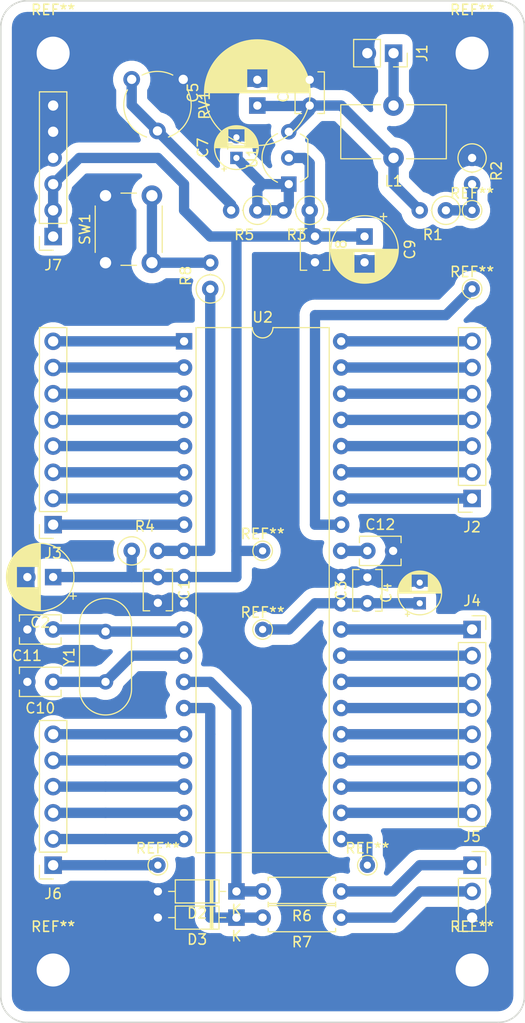
<source format=kicad_pcb>
(kicad_pcb (version 20171130) (host pcbnew 5.1.9+dfsg1-1)

  (general
    (thickness 1.6)
    (drawings 8)
    (tracks 119)
    (zones 0)
    (modules 45)
    (nets 46)
  )

  (page A4)
  (layers
    (0 F.Cu signal hide)
    (31 B.Cu signal)
    (32 B.Adhes user hide)
    (33 F.Adhes user hide)
    (34 B.Paste user hide)
    (35 F.Paste user hide)
    (36 B.SilkS user hide)
    (37 F.SilkS user)
    (38 B.Mask user)
    (39 F.Mask user hide)
    (40 Dwgs.User user hide)
    (41 Cmts.User user hide)
    (42 Eco1.User user hide)
    (43 Eco2.User user hide)
    (44 Edge.Cuts user)
    (45 Margin user hide)
    (46 B.CrtYd user hide)
    (47 F.CrtYd user)
    (48 B.Fab user hide)
    (49 F.Fab user hide)
  )

  (setup
    (last_trace_width 1)
    (user_trace_width 1)
    (trace_clearance 0.2)
    (zone_clearance 1)
    (zone_45_only no)
    (trace_min 0.2)
    (via_size 0.8)
    (via_drill 0.4)
    (via_min_size 0.4)
    (via_min_drill 0.3)
    (uvia_size 0.3)
    (uvia_drill 0.1)
    (uvias_allowed no)
    (uvia_min_size 0.2)
    (uvia_min_drill 0.1)
    (edge_width 0.15)
    (segment_width 0.2)
    (pcb_text_width 0.3)
    (pcb_text_size 1.5 1.5)
    (mod_edge_width 0.15)
    (mod_text_size 1 1)
    (mod_text_width 0.15)
    (pad_size 1.7 1.7)
    (pad_drill 1)
    (pad_to_mask_clearance 0.051)
    (solder_mask_min_width 0.25)
    (aux_axis_origin 0 0)
    (visible_elements FFFFFF7F)
    (pcbplotparams
      (layerselection 0x01000_fffffffe)
      (usegerberextensions false)
      (usegerberattributes false)
      (usegerberadvancedattributes false)
      (creategerberjobfile false)
      (excludeedgelayer false)
      (linewidth 0.100000)
      (plotframeref false)
      (viasonmask false)
      (mode 1)
      (useauxorigin false)
      (hpglpennumber 1)
      (hpglpenspeed 20)
      (hpglpendiameter 15.000000)
      (psnegative false)
      (psa4output false)
      (plotreference false)
      (plotvalue false)
      (plotinvisibletext false)
      (padsonsilk true)
      (subtractmaskfromsilk false)
      (outputformat 4)
      (mirror false)
      (drillshape 2)
      (scaleselection 1)
      (outputdirectory "pcb"))
  )

  (net 0 "")
  (net 1 "Net-(C1-Pad1)")
  (net 2 GND)
  (net 3 "Net-(C10-Pad1)")
  (net 4 "Net-(C5-Pad1)")
  (net 5 "Net-(C7-Pad1)")
  (net 6 "Net-(C11-Pad1)")
  (net 7 "Net-(C12-Pad1)")
  (net 8 "Net-(D2-Pad1)")
  (net 9 "Net-(D3-Pad1)")
  (net 10 "Net-(J2-Pad1)")
  (net 11 "Net-(J2-Pad2)")
  (net 12 "Net-(J2-Pad3)")
  (net 13 "Net-(J2-Pad4)")
  (net 14 "Net-(J2-Pad5)")
  (net 15 "Net-(J2-Pad6)")
  (net 16 "Net-(J2-Pad7)")
  (net 17 "Net-(J3-Pad8)")
  (net 18 "Net-(J3-Pad7)")
  (net 19 "Net-(J3-Pad6)")
  (net 20 "Net-(J3-Pad5)")
  (net 21 "Net-(J3-Pad4)")
  (net 22 "Net-(J3-Pad3)")
  (net 23 "Net-(J3-Pad2)")
  (net 24 "Net-(J3-Pad1)")
  (net 25 "Net-(J4-Pad1)")
  (net 26 "Net-(J4-Pad2)")
  (net 27 "Net-(J5-Pad1)")
  (net 28 "Net-(J5-Pad2)")
  (net 29 "Net-(R1-Pad1)")
  (net 30 "Net-(R4-Pad2)")
  (net 31 "Net-(R5-Pad2)")
  (net 32 "Net-(J4-Pad3)")
  (net 33 "Net-(J4-Pad4)")
  (net 34 "Net-(J4-Pad5)")
  (net 35 "Net-(J4-Pad6)")
  (net 36 "Net-(J4-Pad7)")
  (net 37 "Net-(J4-Pad8)")
  (net 38 "Net-(J6-Pad1)")
  (net 39 "Net-(J6-Pad2)")
  (net 40 "Net-(J6-Pad3)")
  (net 41 "Net-(J6-Pad4)")
  (net 42 "Net-(J6-Pad5)")
  (net 43 "Net-(J6-Pad6)")
  (net 44 "Net-(R8-Pad2)")
  (net 45 "Net-(J1-Pad1)")

  (net_class Default "This is the default net class."
    (clearance 0.2)
    (trace_width 0.25)
    (via_dia 0.8)
    (via_drill 0.4)
    (uvia_dia 0.3)
    (uvia_drill 0.1)
    (add_net GND)
    (add_net "Net-(C1-Pad1)")
    (add_net "Net-(C10-Pad1)")
    (add_net "Net-(C11-Pad1)")
    (add_net "Net-(C12-Pad1)")
    (add_net "Net-(C5-Pad1)")
    (add_net "Net-(C7-Pad1)")
    (add_net "Net-(D2-Pad1)")
    (add_net "Net-(D3-Pad1)")
    (add_net "Net-(J1-Pad1)")
    (add_net "Net-(J2-Pad1)")
    (add_net "Net-(J2-Pad2)")
    (add_net "Net-(J2-Pad3)")
    (add_net "Net-(J2-Pad4)")
    (add_net "Net-(J2-Pad5)")
    (add_net "Net-(J2-Pad6)")
    (add_net "Net-(J2-Pad7)")
    (add_net "Net-(J3-Pad1)")
    (add_net "Net-(J3-Pad2)")
    (add_net "Net-(J3-Pad3)")
    (add_net "Net-(J3-Pad4)")
    (add_net "Net-(J3-Pad5)")
    (add_net "Net-(J3-Pad6)")
    (add_net "Net-(J3-Pad7)")
    (add_net "Net-(J3-Pad8)")
    (add_net "Net-(J4-Pad1)")
    (add_net "Net-(J4-Pad2)")
    (add_net "Net-(J4-Pad3)")
    (add_net "Net-(J4-Pad4)")
    (add_net "Net-(J4-Pad5)")
    (add_net "Net-(J4-Pad6)")
    (add_net "Net-(J4-Pad7)")
    (add_net "Net-(J4-Pad8)")
    (add_net "Net-(J5-Pad1)")
    (add_net "Net-(J5-Pad2)")
    (add_net "Net-(J6-Pad1)")
    (add_net "Net-(J6-Pad2)")
    (add_net "Net-(J6-Pad3)")
    (add_net "Net-(J6-Pad4)")
    (add_net "Net-(J6-Pad5)")
    (add_net "Net-(J6-Pad6)")
    (add_net "Net-(R1-Pad1)")
    (add_net "Net-(R4-Pad2)")
    (add_net "Net-(R5-Pad2)")
    (add_net "Net-(R8-Pad2)")
  )

  (module Inductor_THT:L_Toroid_Vertical_L10.0mm_W5.0mm_P5.08mm (layer F.Cu) (tedit 5AE59B06) (tstamp 62D6AB1D)
    (at 157.48 58.42 180)
    (descr "L_Toroid, Vertical series, Radial, pin pitch=5.08mm, , length*width=10*5mm^2")
    (tags "L_Toroid Vertical series Radial pin pitch 5.08mm  length 10mm width 5mm")
    (path /62D830CB)
    (fp_text reference L1 (at 0 -2.25) (layer F.SilkS)
      (effects (font (size 1 1) (thickness 0.15)))
    )
    (fp_text value >=10mH (at 0 7.33) (layer F.Fab)
      (effects (font (size 1 1) (thickness 0.15)))
    )
    (fp_text user %R (at 2.54 0) (layer F.Fab)
      (effects (font (size 1 1) (thickness 0.15)))
    )
    (fp_line (start -5 0.04) (end -5 5.04) (layer F.Fab) (width 0.1))
    (fp_line (start -5 5.04) (end 5 5.04) (layer F.Fab) (width 0.1))
    (fp_line (start 5 5.04) (end 5 0.04) (layer F.Fab) (width 0.1))
    (fp_line (start 5 0.04) (end -5 0.04) (layer F.Fab) (width 0.1))
    (fp_line (start -4 0) (end -4 5.08) (layer F.Fab) (width 0.1))
    (fp_line (start -4 5.08) (end 4 5.08) (layer F.Fab) (width 0.1))
    (fp_line (start 4 5.08) (end 4 0) (layer F.Fab) (width 0.1))
    (fp_line (start 4 0) (end -4 0) (layer F.Fab) (width 0.1))
    (fp_line (start -4 0) (end -3.6 5.08) (layer F.Fab) (width 0.1))
    (fp_line (start -3.2 0) (end -2.8 5.08) (layer F.Fab) (width 0.1))
    (fp_line (start -2.4 0) (end -2 5.08) (layer F.Fab) (width 0.1))
    (fp_line (start -1.6 0) (end -1.2 5.08) (layer F.Fab) (width 0.1))
    (fp_line (start -0.8 0) (end -0.4 5.08) (layer F.Fab) (width 0.1))
    (fp_line (start 0 0) (end 0.4 5.08) (layer F.Fab) (width 0.1))
    (fp_line (start 0.8 0) (end 1.2 5.08) (layer F.Fab) (width 0.1))
    (fp_line (start 1.6 0) (end 2 5.08) (layer F.Fab) (width 0.1))
    (fp_line (start 2.4 0) (end 2.8 5.08) (layer F.Fab) (width 0.1))
    (fp_line (start 3.2 0) (end 3.6 5.08) (layer F.Fab) (width 0.1))
    (fp_line (start -5.12 -0.08) (end -1.255 -0.08) (layer F.SilkS) (width 0.12))
    (fp_line (start 1.255 -0.08) (end 5.12 -0.08) (layer F.SilkS) (width 0.12))
    (fp_line (start -5.12 5.16) (end -1.255 5.16) (layer F.SilkS) (width 0.12))
    (fp_line (start 1.255 5.16) (end 5.12 5.16) (layer F.SilkS) (width 0.12))
    (fp_line (start -5.12 -0.08) (end -5.12 5.16) (layer F.SilkS) (width 0.12))
    (fp_line (start 5.12 -0.08) (end 5.12 5.16) (layer F.SilkS) (width 0.12))
    (fp_line (start -5.25 -1.25) (end -5.25 6.33) (layer F.CrtYd) (width 0.05))
    (fp_line (start -5.25 6.33) (end 5.25 6.33) (layer F.CrtYd) (width 0.05))
    (fp_line (start 5.25 6.33) (end 5.25 -1.25) (layer F.CrtYd) (width 0.05))
    (fp_line (start 5.25 -1.25) (end -5.25 -1.25) (layer F.CrtYd) (width 0.05))
    (pad 2 thru_hole circle (at 0 5.08 180) (size 2 2) (drill 1) (layers *.Cu *.Mask)
      (net 45 "Net-(J1-Pad1)"))
    (pad 1 thru_hole circle (at 0 0 180) (size 2 2) (drill 1) (layers *.Cu *.Mask)
      (net 4 "Net-(C5-Pad1)"))
    (model ${KISYS3DMOD}/Inductor_THT.3dshapes/L_Toroid_Vertical_L10.0mm_W5.0mm_P5.08mm.wrl
      (at (xyz 0 0 0))
      (scale (xyz 1 1 1))
      (rotate (xyz 0 0 0))
    )
  )

  (module Capacitor_THT:CP_Radial_D10.0mm_P2.50mm (layer F.Cu) (tedit 5AE50EF1) (tstamp 5E3ECCD3)
    (at 144.26803 53.34 90)
    (descr "CP, Radial series, Radial, pin pitch=2.50mm, , diameter=10mm, Electrolytic Capacitor")
    (tags "CP Radial series Radial pin pitch 2.50mm  diameter 10mm Electrolytic Capacitor")
    (path /5E3102A0)
    (fp_text reference C5 (at 1.25 -6.25 90) (layer F.SilkS)
      (effects (font (size 1 1) (thickness 0.15)))
    )
    (fp_text value 1000u (at 1.25 6.25 90) (layer F.Fab)
      (effects (font (size 1 1) (thickness 0.15)))
    )
    (fp_text user %R (at 1.25 0 90) (layer F.Fab)
      (effects (font (size 1 1) (thickness 0.15)))
    )
    (fp_circle (center 1.25 0) (end 6.25 0) (layer F.Fab) (width 0.1))
    (fp_circle (center 1.25 0) (end 6.37 0) (layer F.SilkS) (width 0.12))
    (fp_circle (center 1.25 0) (end 6.5 0) (layer F.CrtYd) (width 0.05))
    (fp_line (start -3.038861 -2.1875) (end -2.038861 -2.1875) (layer F.Fab) (width 0.1))
    (fp_line (start -2.538861 -2.6875) (end -2.538861 -1.6875) (layer F.Fab) (width 0.1))
    (fp_line (start 1.25 -5.08) (end 1.25 5.08) (layer F.SilkS) (width 0.12))
    (fp_line (start 1.29 -5.08) (end 1.29 5.08) (layer F.SilkS) (width 0.12))
    (fp_line (start 1.33 -5.08) (end 1.33 5.08) (layer F.SilkS) (width 0.12))
    (fp_line (start 1.37 -5.079) (end 1.37 5.079) (layer F.SilkS) (width 0.12))
    (fp_line (start 1.41 -5.078) (end 1.41 5.078) (layer F.SilkS) (width 0.12))
    (fp_line (start 1.45 -5.077) (end 1.45 5.077) (layer F.SilkS) (width 0.12))
    (fp_line (start 1.49 -5.075) (end 1.49 -1.04) (layer F.SilkS) (width 0.12))
    (fp_line (start 1.49 1.04) (end 1.49 5.075) (layer F.SilkS) (width 0.12))
    (fp_line (start 1.53 -5.073) (end 1.53 -1.04) (layer F.SilkS) (width 0.12))
    (fp_line (start 1.53 1.04) (end 1.53 5.073) (layer F.SilkS) (width 0.12))
    (fp_line (start 1.57 -5.07) (end 1.57 -1.04) (layer F.SilkS) (width 0.12))
    (fp_line (start 1.57 1.04) (end 1.57 5.07) (layer F.SilkS) (width 0.12))
    (fp_line (start 1.61 -5.068) (end 1.61 -1.04) (layer F.SilkS) (width 0.12))
    (fp_line (start 1.61 1.04) (end 1.61 5.068) (layer F.SilkS) (width 0.12))
    (fp_line (start 1.65 -5.065) (end 1.65 -1.04) (layer F.SilkS) (width 0.12))
    (fp_line (start 1.65 1.04) (end 1.65 5.065) (layer F.SilkS) (width 0.12))
    (fp_line (start 1.69 -5.062) (end 1.69 -1.04) (layer F.SilkS) (width 0.12))
    (fp_line (start 1.69 1.04) (end 1.69 5.062) (layer F.SilkS) (width 0.12))
    (fp_line (start 1.73 -5.058) (end 1.73 -1.04) (layer F.SilkS) (width 0.12))
    (fp_line (start 1.73 1.04) (end 1.73 5.058) (layer F.SilkS) (width 0.12))
    (fp_line (start 1.77 -5.054) (end 1.77 -1.04) (layer F.SilkS) (width 0.12))
    (fp_line (start 1.77 1.04) (end 1.77 5.054) (layer F.SilkS) (width 0.12))
    (fp_line (start 1.81 -5.05) (end 1.81 -1.04) (layer F.SilkS) (width 0.12))
    (fp_line (start 1.81 1.04) (end 1.81 5.05) (layer F.SilkS) (width 0.12))
    (fp_line (start 1.85 -5.045) (end 1.85 -1.04) (layer F.SilkS) (width 0.12))
    (fp_line (start 1.85 1.04) (end 1.85 5.045) (layer F.SilkS) (width 0.12))
    (fp_line (start 1.89 -5.04) (end 1.89 -1.04) (layer F.SilkS) (width 0.12))
    (fp_line (start 1.89 1.04) (end 1.89 5.04) (layer F.SilkS) (width 0.12))
    (fp_line (start 1.93 -5.035) (end 1.93 -1.04) (layer F.SilkS) (width 0.12))
    (fp_line (start 1.93 1.04) (end 1.93 5.035) (layer F.SilkS) (width 0.12))
    (fp_line (start 1.971 -5.03) (end 1.971 -1.04) (layer F.SilkS) (width 0.12))
    (fp_line (start 1.971 1.04) (end 1.971 5.03) (layer F.SilkS) (width 0.12))
    (fp_line (start 2.011 -5.024) (end 2.011 -1.04) (layer F.SilkS) (width 0.12))
    (fp_line (start 2.011 1.04) (end 2.011 5.024) (layer F.SilkS) (width 0.12))
    (fp_line (start 2.051 -5.018) (end 2.051 -1.04) (layer F.SilkS) (width 0.12))
    (fp_line (start 2.051 1.04) (end 2.051 5.018) (layer F.SilkS) (width 0.12))
    (fp_line (start 2.091 -5.011) (end 2.091 -1.04) (layer F.SilkS) (width 0.12))
    (fp_line (start 2.091 1.04) (end 2.091 5.011) (layer F.SilkS) (width 0.12))
    (fp_line (start 2.131 -5.004) (end 2.131 -1.04) (layer F.SilkS) (width 0.12))
    (fp_line (start 2.131 1.04) (end 2.131 5.004) (layer F.SilkS) (width 0.12))
    (fp_line (start 2.171 -4.997) (end 2.171 -1.04) (layer F.SilkS) (width 0.12))
    (fp_line (start 2.171 1.04) (end 2.171 4.997) (layer F.SilkS) (width 0.12))
    (fp_line (start 2.211 -4.99) (end 2.211 -1.04) (layer F.SilkS) (width 0.12))
    (fp_line (start 2.211 1.04) (end 2.211 4.99) (layer F.SilkS) (width 0.12))
    (fp_line (start 2.251 -4.982) (end 2.251 -1.04) (layer F.SilkS) (width 0.12))
    (fp_line (start 2.251 1.04) (end 2.251 4.982) (layer F.SilkS) (width 0.12))
    (fp_line (start 2.291 -4.974) (end 2.291 -1.04) (layer F.SilkS) (width 0.12))
    (fp_line (start 2.291 1.04) (end 2.291 4.974) (layer F.SilkS) (width 0.12))
    (fp_line (start 2.331 -4.965) (end 2.331 -1.04) (layer F.SilkS) (width 0.12))
    (fp_line (start 2.331 1.04) (end 2.331 4.965) (layer F.SilkS) (width 0.12))
    (fp_line (start 2.371 -4.956) (end 2.371 -1.04) (layer F.SilkS) (width 0.12))
    (fp_line (start 2.371 1.04) (end 2.371 4.956) (layer F.SilkS) (width 0.12))
    (fp_line (start 2.411 -4.947) (end 2.411 -1.04) (layer F.SilkS) (width 0.12))
    (fp_line (start 2.411 1.04) (end 2.411 4.947) (layer F.SilkS) (width 0.12))
    (fp_line (start 2.451 -4.938) (end 2.451 -1.04) (layer F.SilkS) (width 0.12))
    (fp_line (start 2.451 1.04) (end 2.451 4.938) (layer F.SilkS) (width 0.12))
    (fp_line (start 2.491 -4.928) (end 2.491 -1.04) (layer F.SilkS) (width 0.12))
    (fp_line (start 2.491 1.04) (end 2.491 4.928) (layer F.SilkS) (width 0.12))
    (fp_line (start 2.531 -4.918) (end 2.531 -1.04) (layer F.SilkS) (width 0.12))
    (fp_line (start 2.531 1.04) (end 2.531 4.918) (layer F.SilkS) (width 0.12))
    (fp_line (start 2.571 -4.907) (end 2.571 -1.04) (layer F.SilkS) (width 0.12))
    (fp_line (start 2.571 1.04) (end 2.571 4.907) (layer F.SilkS) (width 0.12))
    (fp_line (start 2.611 -4.897) (end 2.611 -1.04) (layer F.SilkS) (width 0.12))
    (fp_line (start 2.611 1.04) (end 2.611 4.897) (layer F.SilkS) (width 0.12))
    (fp_line (start 2.651 -4.885) (end 2.651 -1.04) (layer F.SilkS) (width 0.12))
    (fp_line (start 2.651 1.04) (end 2.651 4.885) (layer F.SilkS) (width 0.12))
    (fp_line (start 2.691 -4.874) (end 2.691 -1.04) (layer F.SilkS) (width 0.12))
    (fp_line (start 2.691 1.04) (end 2.691 4.874) (layer F.SilkS) (width 0.12))
    (fp_line (start 2.731 -4.862) (end 2.731 -1.04) (layer F.SilkS) (width 0.12))
    (fp_line (start 2.731 1.04) (end 2.731 4.862) (layer F.SilkS) (width 0.12))
    (fp_line (start 2.771 -4.85) (end 2.771 -1.04) (layer F.SilkS) (width 0.12))
    (fp_line (start 2.771 1.04) (end 2.771 4.85) (layer F.SilkS) (width 0.12))
    (fp_line (start 2.811 -4.837) (end 2.811 -1.04) (layer F.SilkS) (width 0.12))
    (fp_line (start 2.811 1.04) (end 2.811 4.837) (layer F.SilkS) (width 0.12))
    (fp_line (start 2.851 -4.824) (end 2.851 -1.04) (layer F.SilkS) (width 0.12))
    (fp_line (start 2.851 1.04) (end 2.851 4.824) (layer F.SilkS) (width 0.12))
    (fp_line (start 2.891 -4.811) (end 2.891 -1.04) (layer F.SilkS) (width 0.12))
    (fp_line (start 2.891 1.04) (end 2.891 4.811) (layer F.SilkS) (width 0.12))
    (fp_line (start 2.931 -4.797) (end 2.931 -1.04) (layer F.SilkS) (width 0.12))
    (fp_line (start 2.931 1.04) (end 2.931 4.797) (layer F.SilkS) (width 0.12))
    (fp_line (start 2.971 -4.783) (end 2.971 -1.04) (layer F.SilkS) (width 0.12))
    (fp_line (start 2.971 1.04) (end 2.971 4.783) (layer F.SilkS) (width 0.12))
    (fp_line (start 3.011 -4.768) (end 3.011 -1.04) (layer F.SilkS) (width 0.12))
    (fp_line (start 3.011 1.04) (end 3.011 4.768) (layer F.SilkS) (width 0.12))
    (fp_line (start 3.051 -4.754) (end 3.051 -1.04) (layer F.SilkS) (width 0.12))
    (fp_line (start 3.051 1.04) (end 3.051 4.754) (layer F.SilkS) (width 0.12))
    (fp_line (start 3.091 -4.738) (end 3.091 -1.04) (layer F.SilkS) (width 0.12))
    (fp_line (start 3.091 1.04) (end 3.091 4.738) (layer F.SilkS) (width 0.12))
    (fp_line (start 3.131 -4.723) (end 3.131 -1.04) (layer F.SilkS) (width 0.12))
    (fp_line (start 3.131 1.04) (end 3.131 4.723) (layer F.SilkS) (width 0.12))
    (fp_line (start 3.171 -4.707) (end 3.171 -1.04) (layer F.SilkS) (width 0.12))
    (fp_line (start 3.171 1.04) (end 3.171 4.707) (layer F.SilkS) (width 0.12))
    (fp_line (start 3.211 -4.69) (end 3.211 -1.04) (layer F.SilkS) (width 0.12))
    (fp_line (start 3.211 1.04) (end 3.211 4.69) (layer F.SilkS) (width 0.12))
    (fp_line (start 3.251 -4.674) (end 3.251 -1.04) (layer F.SilkS) (width 0.12))
    (fp_line (start 3.251 1.04) (end 3.251 4.674) (layer F.SilkS) (width 0.12))
    (fp_line (start 3.291 -4.657) (end 3.291 -1.04) (layer F.SilkS) (width 0.12))
    (fp_line (start 3.291 1.04) (end 3.291 4.657) (layer F.SilkS) (width 0.12))
    (fp_line (start 3.331 -4.639) (end 3.331 -1.04) (layer F.SilkS) (width 0.12))
    (fp_line (start 3.331 1.04) (end 3.331 4.639) (layer F.SilkS) (width 0.12))
    (fp_line (start 3.371 -4.621) (end 3.371 -1.04) (layer F.SilkS) (width 0.12))
    (fp_line (start 3.371 1.04) (end 3.371 4.621) (layer F.SilkS) (width 0.12))
    (fp_line (start 3.411 -4.603) (end 3.411 -1.04) (layer F.SilkS) (width 0.12))
    (fp_line (start 3.411 1.04) (end 3.411 4.603) (layer F.SilkS) (width 0.12))
    (fp_line (start 3.451 -4.584) (end 3.451 -1.04) (layer F.SilkS) (width 0.12))
    (fp_line (start 3.451 1.04) (end 3.451 4.584) (layer F.SilkS) (width 0.12))
    (fp_line (start 3.491 -4.564) (end 3.491 -1.04) (layer F.SilkS) (width 0.12))
    (fp_line (start 3.491 1.04) (end 3.491 4.564) (layer F.SilkS) (width 0.12))
    (fp_line (start 3.531 -4.545) (end 3.531 -1.04) (layer F.SilkS) (width 0.12))
    (fp_line (start 3.531 1.04) (end 3.531 4.545) (layer F.SilkS) (width 0.12))
    (fp_line (start 3.571 -4.525) (end 3.571 4.525) (layer F.SilkS) (width 0.12))
    (fp_line (start 3.611 -4.504) (end 3.611 4.504) (layer F.SilkS) (width 0.12))
    (fp_line (start 3.651 -4.483) (end 3.651 4.483) (layer F.SilkS) (width 0.12))
    (fp_line (start 3.691 -4.462) (end 3.691 4.462) (layer F.SilkS) (width 0.12))
    (fp_line (start 3.731 -4.44) (end 3.731 4.44) (layer F.SilkS) (width 0.12))
    (fp_line (start 3.771 -4.417) (end 3.771 4.417) (layer F.SilkS) (width 0.12))
    (fp_line (start 3.811 -4.395) (end 3.811 4.395) (layer F.SilkS) (width 0.12))
    (fp_line (start 3.851 -4.371) (end 3.851 4.371) (layer F.SilkS) (width 0.12))
    (fp_line (start 3.891 -4.347) (end 3.891 4.347) (layer F.SilkS) (width 0.12))
    (fp_line (start 3.931 -4.323) (end 3.931 4.323) (layer F.SilkS) (width 0.12))
    (fp_line (start 3.971 -4.298) (end 3.971 4.298) (layer F.SilkS) (width 0.12))
    (fp_line (start 4.011 -4.273) (end 4.011 4.273) (layer F.SilkS) (width 0.12))
    (fp_line (start 4.051 -4.247) (end 4.051 4.247) (layer F.SilkS) (width 0.12))
    (fp_line (start 4.091 -4.221) (end 4.091 4.221) (layer F.SilkS) (width 0.12))
    (fp_line (start 4.131 -4.194) (end 4.131 4.194) (layer F.SilkS) (width 0.12))
    (fp_line (start 4.171 -4.166) (end 4.171 4.166) (layer F.SilkS) (width 0.12))
    (fp_line (start 4.211 -4.138) (end 4.211 4.138) (layer F.SilkS) (width 0.12))
    (fp_line (start 4.251 -4.11) (end 4.251 4.11) (layer F.SilkS) (width 0.12))
    (fp_line (start 4.291 -4.08) (end 4.291 4.08) (layer F.SilkS) (width 0.12))
    (fp_line (start 4.331 -4.05) (end 4.331 4.05) (layer F.SilkS) (width 0.12))
    (fp_line (start 4.371 -4.02) (end 4.371 4.02) (layer F.SilkS) (width 0.12))
    (fp_line (start 4.411 -3.989) (end 4.411 3.989) (layer F.SilkS) (width 0.12))
    (fp_line (start 4.451 -3.957) (end 4.451 3.957) (layer F.SilkS) (width 0.12))
    (fp_line (start 4.491 -3.925) (end 4.491 3.925) (layer F.SilkS) (width 0.12))
    (fp_line (start 4.531 -3.892) (end 4.531 3.892) (layer F.SilkS) (width 0.12))
    (fp_line (start 4.571 -3.858) (end 4.571 3.858) (layer F.SilkS) (width 0.12))
    (fp_line (start 4.611 -3.824) (end 4.611 3.824) (layer F.SilkS) (width 0.12))
    (fp_line (start 4.651 -3.789) (end 4.651 3.789) (layer F.SilkS) (width 0.12))
    (fp_line (start 4.691 -3.753) (end 4.691 3.753) (layer F.SilkS) (width 0.12))
    (fp_line (start 4.731 -3.716) (end 4.731 3.716) (layer F.SilkS) (width 0.12))
    (fp_line (start 4.771 -3.679) (end 4.771 3.679) (layer F.SilkS) (width 0.12))
    (fp_line (start 4.811 -3.64) (end 4.811 3.64) (layer F.SilkS) (width 0.12))
    (fp_line (start 4.851 -3.601) (end 4.851 3.601) (layer F.SilkS) (width 0.12))
    (fp_line (start 4.891 -3.561) (end 4.891 3.561) (layer F.SilkS) (width 0.12))
    (fp_line (start 4.931 -3.52) (end 4.931 3.52) (layer F.SilkS) (width 0.12))
    (fp_line (start 4.971 -3.478) (end 4.971 3.478) (layer F.SilkS) (width 0.12))
    (fp_line (start 5.011 -3.436) (end 5.011 3.436) (layer F.SilkS) (width 0.12))
    (fp_line (start 5.051 -3.392) (end 5.051 3.392) (layer F.SilkS) (width 0.12))
    (fp_line (start 5.091 -3.347) (end 5.091 3.347) (layer F.SilkS) (width 0.12))
    (fp_line (start 5.131 -3.301) (end 5.131 3.301) (layer F.SilkS) (width 0.12))
    (fp_line (start 5.171 -3.254) (end 5.171 3.254) (layer F.SilkS) (width 0.12))
    (fp_line (start 5.211 -3.206) (end 5.211 3.206) (layer F.SilkS) (width 0.12))
    (fp_line (start 5.251 -3.156) (end 5.251 3.156) (layer F.SilkS) (width 0.12))
    (fp_line (start 5.291 -3.106) (end 5.291 3.106) (layer F.SilkS) (width 0.12))
    (fp_line (start 5.331 -3.054) (end 5.331 3.054) (layer F.SilkS) (width 0.12))
    (fp_line (start 5.371 -3) (end 5.371 3) (layer F.SilkS) (width 0.12))
    (fp_line (start 5.411 -2.945) (end 5.411 2.945) (layer F.SilkS) (width 0.12))
    (fp_line (start 5.451 -2.889) (end 5.451 2.889) (layer F.SilkS) (width 0.12))
    (fp_line (start 5.491 -2.83) (end 5.491 2.83) (layer F.SilkS) (width 0.12))
    (fp_line (start 5.531 -2.77) (end 5.531 2.77) (layer F.SilkS) (width 0.12))
    (fp_line (start 5.571 -2.709) (end 5.571 2.709) (layer F.SilkS) (width 0.12))
    (fp_line (start 5.611 -2.645) (end 5.611 2.645) (layer F.SilkS) (width 0.12))
    (fp_line (start 5.651 -2.579) (end 5.651 2.579) (layer F.SilkS) (width 0.12))
    (fp_line (start 5.691 -2.51) (end 5.691 2.51) (layer F.SilkS) (width 0.12))
    (fp_line (start 5.731 -2.439) (end 5.731 2.439) (layer F.SilkS) (width 0.12))
    (fp_line (start 5.771 -2.365) (end 5.771 2.365) (layer F.SilkS) (width 0.12))
    (fp_line (start 5.811 -2.289) (end 5.811 2.289) (layer F.SilkS) (width 0.12))
    (fp_line (start 5.851 -2.209) (end 5.851 2.209) (layer F.SilkS) (width 0.12))
    (fp_line (start 5.891 -2.125) (end 5.891 2.125) (layer F.SilkS) (width 0.12))
    (fp_line (start 5.931 -2.037) (end 5.931 2.037) (layer F.SilkS) (width 0.12))
    (fp_line (start 5.971 -1.944) (end 5.971 1.944) (layer F.SilkS) (width 0.12))
    (fp_line (start 6.011 -1.846) (end 6.011 1.846) (layer F.SilkS) (width 0.12))
    (fp_line (start 6.051 -1.742) (end 6.051 1.742) (layer F.SilkS) (width 0.12))
    (fp_line (start 6.091 -1.63) (end 6.091 1.63) (layer F.SilkS) (width 0.12))
    (fp_line (start 6.131 -1.51) (end 6.131 1.51) (layer F.SilkS) (width 0.12))
    (fp_line (start 6.171 -1.378) (end 6.171 1.378) (layer F.SilkS) (width 0.12))
    (fp_line (start 6.211 -1.23) (end 6.211 1.23) (layer F.SilkS) (width 0.12))
    (fp_line (start 6.251 -1.062) (end 6.251 1.062) (layer F.SilkS) (width 0.12))
    (fp_line (start 6.291 -0.862) (end 6.291 0.862) (layer F.SilkS) (width 0.12))
    (fp_line (start 6.331 -0.599) (end 6.331 0.599) (layer F.SilkS) (width 0.12))
    (fp_line (start -4.229646 -2.875) (end -3.229646 -2.875) (layer F.SilkS) (width 0.12))
    (fp_line (start -3.729646 -3.375) (end -3.729646 -2.375) (layer F.SilkS) (width 0.12))
    (pad 2 thru_hole circle (at 2.5 0 90) (size 1.6 1.6) (drill 0.8) (layers *.Cu *.Mask)
      (net 2 GND))
    (pad 1 thru_hole rect (at 0 0 90) (size 1.6 1.6) (drill 0.8) (layers *.Cu *.Mask)
      (net 4 "Net-(C5-Pad1)"))
    (model ${KISYS3DMOD}/Capacitor_THT.3dshapes/CP_Radial_D10.0mm_P2.50mm.wrl
      (at (xyz 0 0 0))
      (scale (xyz 1 1 1))
      (rotate (xyz 0 0 0))
    )
  )

  (module MountingHole:MountingHole_3.2mm_M3_Pad (layer F.Cu) (tedit 62A45939) (tstamp 62A4B79A)
    (at 165.1 137.16)
    (descr "Mounting Hole 3.2mm, M3")
    (tags "mounting hole 3.2mm m3")
    (attr virtual)
    (fp_text reference REF** (at 0 -4.2) (layer F.SilkS)
      (effects (font (size 1 1) (thickness 0.15)))
    )
    (fp_text value MountingHole_3.2mm_M3_Pad (at 0 4.2) (layer F.Fab)
      (effects (font (size 1 1) (thickness 0.15)))
    )
    (fp_circle (center 0 0) (end 3.2 0) (layer Cmts.User) (width 0.15))
    (fp_circle (center 0 0) (end 3.45 0) (layer F.CrtYd) (width 0.05))
    (fp_text user %R (at 0.3 0) (layer F.Fab)
      (effects (font (size 1 1) (thickness 0.15)))
    )
    (pad 1 thru_hole circle (at 0 0) (size 6.4 6.4) (drill 3.2) (layers *.Cu *.Mask)
      (net 2 GND))
  )

  (module MountingHole:MountingHole_3.2mm_M3_Pad (layer F.Cu) (tedit 62A4592C) (tstamp 62A4B77D)
    (at 165.1 48.26)
    (descr "Mounting Hole 3.2mm, M3")
    (tags "mounting hole 3.2mm m3")
    (attr virtual)
    (fp_text reference REF** (at 0 -4.2) (layer F.SilkS)
      (effects (font (size 1 1) (thickness 0.15)))
    )
    (fp_text value MountingHole_3.2mm_M3_Pad (at 0 4.2) (layer F.Fab)
      (effects (font (size 1 1) (thickness 0.15)))
    )
    (fp_circle (center 0 0) (end 3.2 0) (layer Cmts.User) (width 0.15))
    (fp_circle (center 0 0) (end 3.45 0) (layer F.CrtYd) (width 0.05))
    (fp_text user %R (at 0.3 0) (layer F.Fab)
      (effects (font (size 1 1) (thickness 0.15)))
    )
    (pad 1 thru_hole circle (at 0 0) (size 6.4 6.4) (drill 3.2) (layers *.Cu *.Mask)
      (net 2 GND))
  )

  (module MountingHole:MountingHole_3.2mm_M3_Pad (layer F.Cu) (tedit 62A45921) (tstamp 62A4B688)
    (at 124.46 48.26)
    (descr "Mounting Hole 3.2mm, M3")
    (tags "mounting hole 3.2mm m3")
    (attr virtual)
    (fp_text reference REF** (at 0 -4.2) (layer F.SilkS)
      (effects (font (size 1 1) (thickness 0.15)))
    )
    (fp_text value MountingHole_3.2mm_M3_Pad (at 0 4.2) (layer F.Fab)
      (effects (font (size 1 1) (thickness 0.15)))
    )
    (fp_circle (center 0 0) (end 3.2 0) (layer Cmts.User) (width 0.15))
    (fp_circle (center 0 0) (end 3.45 0) (layer F.CrtYd) (width 0.05))
    (fp_text user %R (at 0.3 0) (layer F.Fab)
      (effects (font (size 1 1) (thickness 0.15)))
    )
    (pad 1 thru_hole circle (at 0 0) (size 6.4 6.4) (drill 3.2) (layers *.Cu *.Mask)
      (net 2 GND))
  )

  (module MountingHole:MountingHole_3.2mm_M3_Pad (layer F.Cu) (tedit 62A45941) (tstamp 62A4B66B)
    (at 124.46 137.16)
    (descr "Mounting Hole 3.2mm, M3")
    (tags "mounting hole 3.2mm m3")
    (attr virtual)
    (fp_text reference REF** (at 0 -4.2) (layer F.SilkS)
      (effects (font (size 1 1) (thickness 0.15)))
    )
    (fp_text value MountingHole_3.2mm_M3_Pad (at 0 4.2) (layer F.Fab)
      (effects (font (size 1 1) (thickness 0.15)))
    )
    (fp_circle (center 0 0) (end 3.2 0) (layer Cmts.User) (width 0.15))
    (fp_circle (center 0 0) (end 3.45 0) (layer F.CrtYd) (width 0.05))
    (fp_text user %R (at 0.3 0) (layer F.Fab)
      (effects (font (size 1 1) (thickness 0.15)))
    )
    (pad 1 thru_hole circle (at 0 0) (size 6.4 6.4) (drill 3.2) (layers *.Cu *.Mask)
      (net 2 GND))
  )

  (module Diode_THT:D_DO-35_SOD27_P7.62mm_Horizontal (layer F.Cu) (tedit 5AE50CD5) (tstamp 5E51A0D7)
    (at 142.24 132.08 180)
    (descr "Diode, DO-35_SOD27 series, Axial, Horizontal, pin pitch=7.62mm, , length*diameter=4*2mm^2, , http://www.diodes.com/_files/packages/DO-35.pdf")
    (tags "Diode DO-35_SOD27 series Axial Horizontal pin pitch 7.62mm  length 4mm diameter 2mm")
    (path /5E345C77)
    (fp_text reference D3 (at 3.81 -2.12 180) (layer F.SilkS)
      (effects (font (size 1 1) (thickness 0.15)))
    )
    (fp_text value 5v6 (at 3.81 2.12 180) (layer F.Fab)
      (effects (font (size 1 1) (thickness 0.15)))
    )
    (fp_line (start 8.67 -1.25) (end -1.05 -1.25) (layer F.CrtYd) (width 0.05))
    (fp_line (start 8.67 1.25) (end 8.67 -1.25) (layer F.CrtYd) (width 0.05))
    (fp_line (start -1.05 1.25) (end 8.67 1.25) (layer F.CrtYd) (width 0.05))
    (fp_line (start -1.05 -1.25) (end -1.05 1.25) (layer F.CrtYd) (width 0.05))
    (fp_line (start 2.29 -1.12) (end 2.29 1.12) (layer F.SilkS) (width 0.12))
    (fp_line (start 2.53 -1.12) (end 2.53 1.12) (layer F.SilkS) (width 0.12))
    (fp_line (start 2.41 -1.12) (end 2.41 1.12) (layer F.SilkS) (width 0.12))
    (fp_line (start 6.58 0) (end 5.93 0) (layer F.SilkS) (width 0.12))
    (fp_line (start 1.04 0) (end 1.69 0) (layer F.SilkS) (width 0.12))
    (fp_line (start 5.93 -1.12) (end 1.69 -1.12) (layer F.SilkS) (width 0.12))
    (fp_line (start 5.93 1.12) (end 5.93 -1.12) (layer F.SilkS) (width 0.12))
    (fp_line (start 1.69 1.12) (end 5.93 1.12) (layer F.SilkS) (width 0.12))
    (fp_line (start 1.69 -1.12) (end 1.69 1.12) (layer F.SilkS) (width 0.12))
    (fp_line (start 2.31 -1) (end 2.31 1) (layer F.Fab) (width 0.1))
    (fp_line (start 2.51 -1) (end 2.51 1) (layer F.Fab) (width 0.1))
    (fp_line (start 2.41 -1) (end 2.41 1) (layer F.Fab) (width 0.1))
    (fp_line (start 7.62 0) (end 5.81 0) (layer F.Fab) (width 0.1))
    (fp_line (start 0 0) (end 1.81 0) (layer F.Fab) (width 0.1))
    (fp_line (start 5.81 -1) (end 1.81 -1) (layer F.Fab) (width 0.1))
    (fp_line (start 5.81 1) (end 5.81 -1) (layer F.Fab) (width 0.1))
    (fp_line (start 1.81 1) (end 5.81 1) (layer F.Fab) (width 0.1))
    (fp_line (start 1.81 -1) (end 1.81 1) (layer F.Fab) (width 0.1))
    (fp_text user K (at 0 -1.8 180) (layer F.SilkS)
      (effects (font (size 1 1) (thickness 0.15)))
    )
    (fp_text user K (at 0 -1.8 180) (layer F.Fab)
      (effects (font (size 1 1) (thickness 0.15)))
    )
    (fp_text user %R (at 4.11 0 180) (layer F.Fab)
      (effects (font (size 0.8 0.8) (thickness 0.12)))
    )
    (pad 2 thru_hole oval (at 7.62 0 180) (size 1.6 1.6) (drill 0.8) (layers *.Cu *.Mask)
      (net 2 GND))
    (pad 1 thru_hole rect (at 0 0 180) (size 1.6 1.6) (drill 0.8) (layers *.Cu *.Mask)
      (net 9 "Net-(D3-Pad1)"))
    (model ${KISYS3DMOD}/Diode_THT.3dshapes/D_DO-35_SOD27_P7.62mm_Horizontal.wrl
      (at (xyz 0 0 0))
      (scale (xyz 1 1 1))
      (rotate (xyz 0 0 0))
    )
  )

  (module Diode_THT:D_DO-35_SOD27_P7.62mm_Horizontal (layer F.Cu) (tedit 5AE50CD5) (tstamp 5E3E0A0F)
    (at 142.24 129.54 180)
    (descr "Diode, DO-35_SOD27 series, Axial, Horizontal, pin pitch=7.62mm, , length*diameter=4*2mm^2, , http://www.diodes.com/_files/packages/DO-35.pdf")
    (tags "Diode DO-35_SOD27 series Axial Horizontal pin pitch 7.62mm  length 4mm diameter 2mm")
    (path /5E345D8F)
    (fp_text reference D2 (at 3.81 -2.12 180) (layer F.SilkS)
      (effects (font (size 1 1) (thickness 0.15)))
    )
    (fp_text value 5v6 (at 3.81 2.12 180) (layer F.Fab)
      (effects (font (size 1 1) (thickness 0.15)))
    )
    (fp_line (start 8.67 -1.25) (end -1.05 -1.25) (layer F.CrtYd) (width 0.05))
    (fp_line (start 8.67 1.25) (end 8.67 -1.25) (layer F.CrtYd) (width 0.05))
    (fp_line (start -1.05 1.25) (end 8.67 1.25) (layer F.CrtYd) (width 0.05))
    (fp_line (start -1.05 -1.25) (end -1.05 1.25) (layer F.CrtYd) (width 0.05))
    (fp_line (start 2.29 -1.12) (end 2.29 1.12) (layer F.SilkS) (width 0.12))
    (fp_line (start 2.53 -1.12) (end 2.53 1.12) (layer F.SilkS) (width 0.12))
    (fp_line (start 2.41 -1.12) (end 2.41 1.12) (layer F.SilkS) (width 0.12))
    (fp_line (start 6.58 0) (end 5.93 0) (layer F.SilkS) (width 0.12))
    (fp_line (start 1.04 0) (end 1.69 0) (layer F.SilkS) (width 0.12))
    (fp_line (start 5.93 -1.12) (end 1.69 -1.12) (layer F.SilkS) (width 0.12))
    (fp_line (start 5.93 1.12) (end 5.93 -1.12) (layer F.SilkS) (width 0.12))
    (fp_line (start 1.69 1.12) (end 5.93 1.12) (layer F.SilkS) (width 0.12))
    (fp_line (start 1.69 -1.12) (end 1.69 1.12) (layer F.SilkS) (width 0.12))
    (fp_line (start 2.31 -1) (end 2.31 1) (layer F.Fab) (width 0.1))
    (fp_line (start 2.51 -1) (end 2.51 1) (layer F.Fab) (width 0.1))
    (fp_line (start 2.41 -1) (end 2.41 1) (layer F.Fab) (width 0.1))
    (fp_line (start 7.62 0) (end 5.81 0) (layer F.Fab) (width 0.1))
    (fp_line (start 0 0) (end 1.81 0) (layer F.Fab) (width 0.1))
    (fp_line (start 5.81 -1) (end 1.81 -1) (layer F.Fab) (width 0.1))
    (fp_line (start 5.81 1) (end 5.81 -1) (layer F.Fab) (width 0.1))
    (fp_line (start 1.81 1) (end 5.81 1) (layer F.Fab) (width 0.1))
    (fp_line (start 1.81 -1) (end 1.81 1) (layer F.Fab) (width 0.1))
    (fp_text user K (at 0 -1.8 180) (layer F.SilkS)
      (effects (font (size 1 1) (thickness 0.15)))
    )
    (fp_text user K (at 0 -1.8 180) (layer F.Fab)
      (effects (font (size 1 1) (thickness 0.15)))
    )
    (fp_text user %R (at 4.11 0 180) (layer F.Fab)
      (effects (font (size 0.8 0.8) (thickness 0.12)))
    )
    (pad 2 thru_hole oval (at 7.62 0 180) (size 1.6 1.6) (drill 0.8) (layers *.Cu *.Mask)
      (net 2 GND))
    (pad 1 thru_hole rect (at 0 0 180) (size 1.6 1.6) (drill 0.8) (layers *.Cu *.Mask)
      (net 8 "Net-(D2-Pad1)"))
    (model ${KISYS3DMOD}/Diode_THT.3dshapes/D_DO-35_SOD27_P7.62mm_Horizontal.wrl
      (at (xyz 0 0 0))
      (scale (xyz 1 1 1))
      (rotate (xyz 0 0 0))
    )
  )

  (module Package_DIP:DIP-40_W15.24mm (layer F.Cu) (tedit 5E31B968) (tstamp 5E3022B2)
    (at 137.16 76.2)
    (descr "40-lead though-hole mounted DIP package, row spacing 15.24 mm (600 mils)")
    (tags "THT DIP DIL PDIP 2.54mm 15.24mm 600mil")
    (path /5E3014FF)
    (fp_text reference U2 (at 7.62 -2.33) (layer F.SilkS)
      (effects (font (size 1 1) (thickness 0.15)))
    )
    (fp_text value ATmega1284-PU (at 7.62 50.59) (layer F.Fab)
      (effects (font (size 1 1) (thickness 0.15)))
    )
    (fp_line (start 1.255 -1.27) (end 14.985 -1.27) (layer F.Fab) (width 0.1))
    (fp_line (start 14.985 -1.27) (end 14.985 49.53) (layer F.Fab) (width 0.1))
    (fp_line (start 14.985 49.53) (end 0.255 49.53) (layer F.Fab) (width 0.1))
    (fp_line (start 0.255 49.53) (end 0.255 -0.27) (layer F.Fab) (width 0.1))
    (fp_line (start 0.255 -0.27) (end 1.255 -1.27) (layer F.Fab) (width 0.1))
    (fp_line (start 6.62 -1.33) (end 1.16 -1.33) (layer F.SilkS) (width 0.12))
    (fp_line (start 1.16 -1.33) (end 1.16 49.59) (layer F.SilkS) (width 0.12))
    (fp_line (start 1.16 49.59) (end 14.08 49.59) (layer F.SilkS) (width 0.12))
    (fp_line (start 14.08 49.59) (end 14.08 -1.33) (layer F.SilkS) (width 0.12))
    (fp_line (start 14.08 -1.33) (end 8.62 -1.33) (layer F.SilkS) (width 0.12))
    (fp_line (start -1.05 -1.55) (end -1.05 49.8) (layer F.CrtYd) (width 0.05))
    (fp_line (start -1.05 49.8) (end 16.3 49.8) (layer F.CrtYd) (width 0.05))
    (fp_line (start 16.3 49.8) (end 16.3 -1.55) (layer F.CrtYd) (width 0.05))
    (fp_line (start 16.3 -1.55) (end -1.05 -1.55) (layer F.CrtYd) (width 0.05))
    (fp_arc (start 7.62 -1.33) (end 6.62 -1.33) (angle -180) (layer F.SilkS) (width 0.12))
    (fp_text user %R (at 7.62 24.13) (layer F.Fab)
      (effects (font (size 1 1) (thickness 0.15)))
    )
    (pad 1 thru_hole rect (at 0 0) (size 1.6 1.6) (drill 0.8) (layers *.Cu *.Mask)
      (net 17 "Net-(J3-Pad8)"))
    (pad 21 thru_hole oval (at 15.24 48.26) (size 1.6 1.6) (drill 0.8) (layers *.Cu *.Mask)
      (net 38 "Net-(J6-Pad1)"))
    (pad 2 thru_hole oval (at 0 2.54) (size 1.6 1.6) (drill 0.8) (layers *.Cu *.Mask)
      (net 18 "Net-(J3-Pad7)"))
    (pad 22 thru_hole oval (at 15.24 45.72) (size 1.6 1.6) (drill 0.8) (layers *.Cu *.Mask)
      (net 37 "Net-(J4-Pad8)"))
    (pad 3 thru_hole oval (at 0 5.08) (size 1.6 1.6) (drill 0.8) (layers *.Cu *.Mask)
      (net 19 "Net-(J3-Pad6)"))
    (pad 23 thru_hole oval (at 15.24 43.18) (size 1.6 1.6) (drill 0.8) (layers *.Cu *.Mask)
      (net 36 "Net-(J4-Pad7)"))
    (pad 4 thru_hole oval (at 0 7.62) (size 1.6 1.6) (drill 0.8) (layers *.Cu *.Mask)
      (net 20 "Net-(J3-Pad5)"))
    (pad 24 thru_hole oval (at 15.24 40.64) (size 1.6 1.6) (drill 0.8) (layers *.Cu *.Mask)
      (net 35 "Net-(J4-Pad6)"))
    (pad 5 thru_hole oval (at 0 10.16) (size 1.6 1.6) (drill 0.8) (layers *.Cu *.Mask)
      (net 21 "Net-(J3-Pad4)"))
    (pad 25 thru_hole oval (at 15.24 38.1) (size 1.6 1.6) (drill 0.8) (layers *.Cu *.Mask)
      (net 34 "Net-(J4-Pad5)"))
    (pad 6 thru_hole oval (at 0 12.7) (size 1.6 1.6) (drill 0.8) (layers *.Cu *.Mask)
      (net 22 "Net-(J3-Pad3)"))
    (pad 26 thru_hole oval (at 15.24 35.56) (size 1.6 1.6) (drill 0.8) (layers *.Cu *.Mask)
      (net 33 "Net-(J4-Pad4)"))
    (pad 7 thru_hole oval (at 0 15.24) (size 1.6 1.6) (drill 0.8) (layers *.Cu *.Mask)
      (net 23 "Net-(J3-Pad2)"))
    (pad 27 thru_hole oval (at 15.24 33.02) (size 1.6 1.6) (drill 0.8) (layers *.Cu *.Mask)
      (net 32 "Net-(J4-Pad3)"))
    (pad 8 thru_hole oval (at 0 17.78) (size 1.6 1.6) (drill 0.8) (layers *.Cu *.Mask)
      (net 24 "Net-(J3-Pad1)"))
    (pad 28 thru_hole oval (at 15.24 30.48) (size 1.6 1.6) (drill 0.8) (layers *.Cu *.Mask)
      (net 26 "Net-(J4-Pad2)"))
    (pad 9 thru_hole oval (at 0 20.32) (size 1.6 1.6) (drill 0.8) (layers *.Cu *.Mask)
      (net 30 "Net-(R4-Pad2)"))
    (pad 29 thru_hole oval (at 15.24 27.94) (size 1.6 1.6) (drill 0.8) (layers *.Cu *.Mask)
      (net 25 "Net-(J4-Pad1)"))
    (pad 10 thru_hole oval (at 0 22.86) (size 1.6 1.6) (drill 0.8) (layers *.Cu *.Mask)
      (net 1 "Net-(C1-Pad1)"))
    (pad 30 thru_hole oval (at 15.24 25.4) (size 1.6 1.6) (drill 0.8) (layers *.Cu *.Mask)
      (net 1 "Net-(C1-Pad1)"))
    (pad 11 thru_hole oval (at 0 25.4) (size 1.6 1.6) (drill 0.8) (layers *.Cu *.Mask)
      (net 2 GND))
    (pad 31 thru_hole oval (at 15.24 22.86) (size 1.6 1.6) (drill 0.8) (layers *.Cu *.Mask)
      (net 2 GND))
    (pad 12 thru_hole oval (at 0 27.94) (size 1.6 1.6) (drill 0.8) (layers *.Cu *.Mask)
      (net 6 "Net-(C11-Pad1)"))
    (pad 32 thru_hole oval (at 15.24 20.32) (size 1.6 1.6) (drill 0.8) (layers *.Cu *.Mask)
      (net 7 "Net-(C12-Pad1)"))
    (pad 13 thru_hole oval (at 0 30.48) (size 1.6 1.6) (drill 0.8) (layers *.Cu *.Mask)
      (net 3 "Net-(C10-Pad1)"))
    (pad 33 thru_hole oval (at 15.24 17.78) (size 1.6 1.6) (drill 0.8) (layers *.Cu *.Mask)
      (net 29 "Net-(R1-Pad1)"))
    (pad 14 thru_hole oval (at 0 33.02) (size 1.6 1.6) (drill 0.8) (layers *.Cu *.Mask)
      (net 8 "Net-(D2-Pad1)"))
    (pad 34 thru_hole oval (at 15.24 15.24) (size 1.6 1.6) (drill 0.8) (layers *.Cu *.Mask)
      (net 10 "Net-(J2-Pad1)"))
    (pad 15 thru_hole oval (at 0 35.56) (size 1.6 1.6) (drill 0.8) (layers *.Cu *.Mask)
      (net 9 "Net-(D3-Pad1)"))
    (pad 35 thru_hole oval (at 15.24 12.7) (size 1.6 1.6) (drill 0.8) (layers *.Cu *.Mask)
      (net 11 "Net-(J2-Pad2)"))
    (pad 16 thru_hole oval (at 0 38.1) (size 1.6 1.6) (drill 0.8) (layers *.Cu *.Mask)
      (net 43 "Net-(J6-Pad6)"))
    (pad 36 thru_hole oval (at 15.24 10.16) (size 1.6 1.6) (drill 0.8) (layers *.Cu *.Mask)
      (net 12 "Net-(J2-Pad3)"))
    (pad 17 thru_hole oval (at 0 40.64) (size 1.6 1.6) (drill 0.8) (layers *.Cu *.Mask)
      (net 42 "Net-(J6-Pad5)"))
    (pad 37 thru_hole oval (at 15.24 7.62) (size 1.6 1.6) (drill 0.8) (layers *.Cu *.Mask)
      (net 13 "Net-(J2-Pad4)"))
    (pad 18 thru_hole oval (at 0 43.18) (size 1.6 1.6) (drill 0.8) (layers *.Cu *.Mask)
      (net 41 "Net-(J6-Pad4)"))
    (pad 38 thru_hole oval (at 15.24 5.08) (size 1.6 1.6) (drill 0.8) (layers *.Cu *.Mask)
      (net 14 "Net-(J2-Pad5)"))
    (pad 19 thru_hole oval (at 0 45.72) (size 1.6 1.6) (drill 0.8) (layers *.Cu *.Mask)
      (net 40 "Net-(J6-Pad3)"))
    (pad 39 thru_hole oval (at 15.24 2.54) (size 1.6 1.6) (drill 0.8) (layers *.Cu *.Mask)
      (net 15 "Net-(J2-Pad6)"))
    (pad 20 thru_hole oval (at 0 48.26) (size 1.6 1.6) (drill 0.8) (layers *.Cu *.Mask)
      (net 39 "Net-(J6-Pad2)"))
    (pad 40 thru_hole oval (at 15.24 0) (size 1.6 1.6) (drill 0.8) (layers *.Cu *.Mask)
      (net 16 "Net-(J2-Pad7)"))
    (model ${KISYS3DMOD}/Package_DIP.3dshapes/DIP-40_W15.24mm.wrl
      (at (xyz 0 0 0))
      (scale (xyz 1 1 1))
      (rotate (xyz 0 0 0))
    )
  )

  (module Capacitor_THT:C_Disc_D3.8mm_W2.6mm_P2.50mm (layer F.Cu) (tedit 5AE50EF0) (tstamp 5E5331B7)
    (at 134.62 99.06 270)
    (descr "C, Disc series, Radial, pin pitch=2.50mm, , diameter*width=3.8*2.6mm^2, Capacitor, http://www.vishay.com/docs/45233/krseries.pdf")
    (tags "C Disc series Radial pin pitch 2.50mm  diameter 3.8mm width 2.6mm Capacitor")
    (path /5E3191C7)
    (fp_text reference C1 (at 1.25 -2.55 270) (layer F.SilkS)
      (effects (font (size 1 1) (thickness 0.15)))
    )
    (fp_text value 100n (at 1.25 2.55 270) (layer F.Fab)
      (effects (font (size 1 1) (thickness 0.15)))
    )
    (fp_line (start -0.65 -1.3) (end -0.65 1.3) (layer F.Fab) (width 0.1))
    (fp_line (start -0.65 1.3) (end 3.15 1.3) (layer F.Fab) (width 0.1))
    (fp_line (start 3.15 1.3) (end 3.15 -1.3) (layer F.Fab) (width 0.1))
    (fp_line (start 3.15 -1.3) (end -0.65 -1.3) (layer F.Fab) (width 0.1))
    (fp_line (start -0.77 -1.42) (end 3.27 -1.42) (layer F.SilkS) (width 0.12))
    (fp_line (start -0.77 1.42) (end 3.27 1.42) (layer F.SilkS) (width 0.12))
    (fp_line (start -0.77 -1.42) (end -0.77 -0.795) (layer F.SilkS) (width 0.12))
    (fp_line (start -0.77 0.795) (end -0.77 1.42) (layer F.SilkS) (width 0.12))
    (fp_line (start 3.27 -1.42) (end 3.27 -0.795) (layer F.SilkS) (width 0.12))
    (fp_line (start 3.27 0.795) (end 3.27 1.42) (layer F.SilkS) (width 0.12))
    (fp_line (start -1.05 -1.55) (end -1.05 1.55) (layer F.CrtYd) (width 0.05))
    (fp_line (start -1.05 1.55) (end 3.55 1.55) (layer F.CrtYd) (width 0.05))
    (fp_line (start 3.55 1.55) (end 3.55 -1.55) (layer F.CrtYd) (width 0.05))
    (fp_line (start 3.55 -1.55) (end -1.05 -1.55) (layer F.CrtYd) (width 0.05))
    (fp_text user %R (at 1.25 0 270) (layer F.Fab)
      (effects (font (size 0.76 0.76) (thickness 0.114)))
    )
    (pad 1 thru_hole circle (at 0 0 270) (size 1.6 1.6) (drill 0.8) (layers *.Cu *.Mask)
      (net 1 "Net-(C1-Pad1)"))
    (pad 2 thru_hole circle (at 2.5 0 270) (size 1.6 1.6) (drill 0.8) (layers *.Cu *.Mask)
      (net 2 GND))
    (model ${KISYS3DMOD}/Capacitor_THT.3dshapes/C_Disc_D3.8mm_W2.6mm_P2.50mm.wrl
      (at (xyz 0 0 0))
      (scale (xyz 1 1 1))
      (rotate (xyz 0 0 0))
    )
  )

  (module Capacitor_THT:CP_Radial_D6.3mm_P2.50mm (layer F.Cu) (tedit 5AE50EF0) (tstamp 5E3CC261)
    (at 124.46 99.06 180)
    (descr "CP, Radial series, Radial, pin pitch=2.50mm, , diameter=6.3mm, Electrolytic Capacitor")
    (tags "CP Radial series Radial pin pitch 2.50mm  diameter 6.3mm Electrolytic Capacitor")
    (path /5E319346)
    (fp_text reference C2 (at 1.25 -4.4 180) (layer F.SilkS)
      (effects (font (size 1 1) (thickness 0.15)))
    )
    (fp_text value 100u (at 1.25 4.4 180) (layer F.Fab)
      (effects (font (size 1 1) (thickness 0.15)))
    )
    (fp_circle (center 1.25 0) (end 4.4 0) (layer F.Fab) (width 0.1))
    (fp_circle (center 1.25 0) (end 4.52 0) (layer F.SilkS) (width 0.12))
    (fp_circle (center 1.25 0) (end 4.65 0) (layer F.CrtYd) (width 0.05))
    (fp_line (start -1.443972 -1.3735) (end -0.813972 -1.3735) (layer F.Fab) (width 0.1))
    (fp_line (start -1.128972 -1.6885) (end -1.128972 -1.0585) (layer F.Fab) (width 0.1))
    (fp_line (start 1.25 -3.23) (end 1.25 3.23) (layer F.SilkS) (width 0.12))
    (fp_line (start 1.29 -3.23) (end 1.29 3.23) (layer F.SilkS) (width 0.12))
    (fp_line (start 1.33 -3.23) (end 1.33 3.23) (layer F.SilkS) (width 0.12))
    (fp_line (start 1.37 -3.228) (end 1.37 3.228) (layer F.SilkS) (width 0.12))
    (fp_line (start 1.41 -3.227) (end 1.41 3.227) (layer F.SilkS) (width 0.12))
    (fp_line (start 1.45 -3.224) (end 1.45 3.224) (layer F.SilkS) (width 0.12))
    (fp_line (start 1.49 -3.222) (end 1.49 -1.04) (layer F.SilkS) (width 0.12))
    (fp_line (start 1.49 1.04) (end 1.49 3.222) (layer F.SilkS) (width 0.12))
    (fp_line (start 1.53 -3.218) (end 1.53 -1.04) (layer F.SilkS) (width 0.12))
    (fp_line (start 1.53 1.04) (end 1.53 3.218) (layer F.SilkS) (width 0.12))
    (fp_line (start 1.57 -3.215) (end 1.57 -1.04) (layer F.SilkS) (width 0.12))
    (fp_line (start 1.57 1.04) (end 1.57 3.215) (layer F.SilkS) (width 0.12))
    (fp_line (start 1.61 -3.211) (end 1.61 -1.04) (layer F.SilkS) (width 0.12))
    (fp_line (start 1.61 1.04) (end 1.61 3.211) (layer F.SilkS) (width 0.12))
    (fp_line (start 1.65 -3.206) (end 1.65 -1.04) (layer F.SilkS) (width 0.12))
    (fp_line (start 1.65 1.04) (end 1.65 3.206) (layer F.SilkS) (width 0.12))
    (fp_line (start 1.69 -3.201) (end 1.69 -1.04) (layer F.SilkS) (width 0.12))
    (fp_line (start 1.69 1.04) (end 1.69 3.201) (layer F.SilkS) (width 0.12))
    (fp_line (start 1.73 -3.195) (end 1.73 -1.04) (layer F.SilkS) (width 0.12))
    (fp_line (start 1.73 1.04) (end 1.73 3.195) (layer F.SilkS) (width 0.12))
    (fp_line (start 1.77 -3.189) (end 1.77 -1.04) (layer F.SilkS) (width 0.12))
    (fp_line (start 1.77 1.04) (end 1.77 3.189) (layer F.SilkS) (width 0.12))
    (fp_line (start 1.81 -3.182) (end 1.81 -1.04) (layer F.SilkS) (width 0.12))
    (fp_line (start 1.81 1.04) (end 1.81 3.182) (layer F.SilkS) (width 0.12))
    (fp_line (start 1.85 -3.175) (end 1.85 -1.04) (layer F.SilkS) (width 0.12))
    (fp_line (start 1.85 1.04) (end 1.85 3.175) (layer F.SilkS) (width 0.12))
    (fp_line (start 1.89 -3.167) (end 1.89 -1.04) (layer F.SilkS) (width 0.12))
    (fp_line (start 1.89 1.04) (end 1.89 3.167) (layer F.SilkS) (width 0.12))
    (fp_line (start 1.93 -3.159) (end 1.93 -1.04) (layer F.SilkS) (width 0.12))
    (fp_line (start 1.93 1.04) (end 1.93 3.159) (layer F.SilkS) (width 0.12))
    (fp_line (start 1.971 -3.15) (end 1.971 -1.04) (layer F.SilkS) (width 0.12))
    (fp_line (start 1.971 1.04) (end 1.971 3.15) (layer F.SilkS) (width 0.12))
    (fp_line (start 2.011 -3.141) (end 2.011 -1.04) (layer F.SilkS) (width 0.12))
    (fp_line (start 2.011 1.04) (end 2.011 3.141) (layer F.SilkS) (width 0.12))
    (fp_line (start 2.051 -3.131) (end 2.051 -1.04) (layer F.SilkS) (width 0.12))
    (fp_line (start 2.051 1.04) (end 2.051 3.131) (layer F.SilkS) (width 0.12))
    (fp_line (start 2.091 -3.121) (end 2.091 -1.04) (layer F.SilkS) (width 0.12))
    (fp_line (start 2.091 1.04) (end 2.091 3.121) (layer F.SilkS) (width 0.12))
    (fp_line (start 2.131 -3.11) (end 2.131 -1.04) (layer F.SilkS) (width 0.12))
    (fp_line (start 2.131 1.04) (end 2.131 3.11) (layer F.SilkS) (width 0.12))
    (fp_line (start 2.171 -3.098) (end 2.171 -1.04) (layer F.SilkS) (width 0.12))
    (fp_line (start 2.171 1.04) (end 2.171 3.098) (layer F.SilkS) (width 0.12))
    (fp_line (start 2.211 -3.086) (end 2.211 -1.04) (layer F.SilkS) (width 0.12))
    (fp_line (start 2.211 1.04) (end 2.211 3.086) (layer F.SilkS) (width 0.12))
    (fp_line (start 2.251 -3.074) (end 2.251 -1.04) (layer F.SilkS) (width 0.12))
    (fp_line (start 2.251 1.04) (end 2.251 3.074) (layer F.SilkS) (width 0.12))
    (fp_line (start 2.291 -3.061) (end 2.291 -1.04) (layer F.SilkS) (width 0.12))
    (fp_line (start 2.291 1.04) (end 2.291 3.061) (layer F.SilkS) (width 0.12))
    (fp_line (start 2.331 -3.047) (end 2.331 -1.04) (layer F.SilkS) (width 0.12))
    (fp_line (start 2.331 1.04) (end 2.331 3.047) (layer F.SilkS) (width 0.12))
    (fp_line (start 2.371 -3.033) (end 2.371 -1.04) (layer F.SilkS) (width 0.12))
    (fp_line (start 2.371 1.04) (end 2.371 3.033) (layer F.SilkS) (width 0.12))
    (fp_line (start 2.411 -3.018) (end 2.411 -1.04) (layer F.SilkS) (width 0.12))
    (fp_line (start 2.411 1.04) (end 2.411 3.018) (layer F.SilkS) (width 0.12))
    (fp_line (start 2.451 -3.002) (end 2.451 -1.04) (layer F.SilkS) (width 0.12))
    (fp_line (start 2.451 1.04) (end 2.451 3.002) (layer F.SilkS) (width 0.12))
    (fp_line (start 2.491 -2.986) (end 2.491 -1.04) (layer F.SilkS) (width 0.12))
    (fp_line (start 2.491 1.04) (end 2.491 2.986) (layer F.SilkS) (width 0.12))
    (fp_line (start 2.531 -2.97) (end 2.531 -1.04) (layer F.SilkS) (width 0.12))
    (fp_line (start 2.531 1.04) (end 2.531 2.97) (layer F.SilkS) (width 0.12))
    (fp_line (start 2.571 -2.952) (end 2.571 -1.04) (layer F.SilkS) (width 0.12))
    (fp_line (start 2.571 1.04) (end 2.571 2.952) (layer F.SilkS) (width 0.12))
    (fp_line (start 2.611 -2.934) (end 2.611 -1.04) (layer F.SilkS) (width 0.12))
    (fp_line (start 2.611 1.04) (end 2.611 2.934) (layer F.SilkS) (width 0.12))
    (fp_line (start 2.651 -2.916) (end 2.651 -1.04) (layer F.SilkS) (width 0.12))
    (fp_line (start 2.651 1.04) (end 2.651 2.916) (layer F.SilkS) (width 0.12))
    (fp_line (start 2.691 -2.896) (end 2.691 -1.04) (layer F.SilkS) (width 0.12))
    (fp_line (start 2.691 1.04) (end 2.691 2.896) (layer F.SilkS) (width 0.12))
    (fp_line (start 2.731 -2.876) (end 2.731 -1.04) (layer F.SilkS) (width 0.12))
    (fp_line (start 2.731 1.04) (end 2.731 2.876) (layer F.SilkS) (width 0.12))
    (fp_line (start 2.771 -2.856) (end 2.771 -1.04) (layer F.SilkS) (width 0.12))
    (fp_line (start 2.771 1.04) (end 2.771 2.856) (layer F.SilkS) (width 0.12))
    (fp_line (start 2.811 -2.834) (end 2.811 -1.04) (layer F.SilkS) (width 0.12))
    (fp_line (start 2.811 1.04) (end 2.811 2.834) (layer F.SilkS) (width 0.12))
    (fp_line (start 2.851 -2.812) (end 2.851 -1.04) (layer F.SilkS) (width 0.12))
    (fp_line (start 2.851 1.04) (end 2.851 2.812) (layer F.SilkS) (width 0.12))
    (fp_line (start 2.891 -2.79) (end 2.891 -1.04) (layer F.SilkS) (width 0.12))
    (fp_line (start 2.891 1.04) (end 2.891 2.79) (layer F.SilkS) (width 0.12))
    (fp_line (start 2.931 -2.766) (end 2.931 -1.04) (layer F.SilkS) (width 0.12))
    (fp_line (start 2.931 1.04) (end 2.931 2.766) (layer F.SilkS) (width 0.12))
    (fp_line (start 2.971 -2.742) (end 2.971 -1.04) (layer F.SilkS) (width 0.12))
    (fp_line (start 2.971 1.04) (end 2.971 2.742) (layer F.SilkS) (width 0.12))
    (fp_line (start 3.011 -2.716) (end 3.011 -1.04) (layer F.SilkS) (width 0.12))
    (fp_line (start 3.011 1.04) (end 3.011 2.716) (layer F.SilkS) (width 0.12))
    (fp_line (start 3.051 -2.69) (end 3.051 -1.04) (layer F.SilkS) (width 0.12))
    (fp_line (start 3.051 1.04) (end 3.051 2.69) (layer F.SilkS) (width 0.12))
    (fp_line (start 3.091 -2.664) (end 3.091 -1.04) (layer F.SilkS) (width 0.12))
    (fp_line (start 3.091 1.04) (end 3.091 2.664) (layer F.SilkS) (width 0.12))
    (fp_line (start 3.131 -2.636) (end 3.131 -1.04) (layer F.SilkS) (width 0.12))
    (fp_line (start 3.131 1.04) (end 3.131 2.636) (layer F.SilkS) (width 0.12))
    (fp_line (start 3.171 -2.607) (end 3.171 -1.04) (layer F.SilkS) (width 0.12))
    (fp_line (start 3.171 1.04) (end 3.171 2.607) (layer F.SilkS) (width 0.12))
    (fp_line (start 3.211 -2.578) (end 3.211 -1.04) (layer F.SilkS) (width 0.12))
    (fp_line (start 3.211 1.04) (end 3.211 2.578) (layer F.SilkS) (width 0.12))
    (fp_line (start 3.251 -2.548) (end 3.251 -1.04) (layer F.SilkS) (width 0.12))
    (fp_line (start 3.251 1.04) (end 3.251 2.548) (layer F.SilkS) (width 0.12))
    (fp_line (start 3.291 -2.516) (end 3.291 -1.04) (layer F.SilkS) (width 0.12))
    (fp_line (start 3.291 1.04) (end 3.291 2.516) (layer F.SilkS) (width 0.12))
    (fp_line (start 3.331 -2.484) (end 3.331 -1.04) (layer F.SilkS) (width 0.12))
    (fp_line (start 3.331 1.04) (end 3.331 2.484) (layer F.SilkS) (width 0.12))
    (fp_line (start 3.371 -2.45) (end 3.371 -1.04) (layer F.SilkS) (width 0.12))
    (fp_line (start 3.371 1.04) (end 3.371 2.45) (layer F.SilkS) (width 0.12))
    (fp_line (start 3.411 -2.416) (end 3.411 -1.04) (layer F.SilkS) (width 0.12))
    (fp_line (start 3.411 1.04) (end 3.411 2.416) (layer F.SilkS) (width 0.12))
    (fp_line (start 3.451 -2.38) (end 3.451 -1.04) (layer F.SilkS) (width 0.12))
    (fp_line (start 3.451 1.04) (end 3.451 2.38) (layer F.SilkS) (width 0.12))
    (fp_line (start 3.491 -2.343) (end 3.491 -1.04) (layer F.SilkS) (width 0.12))
    (fp_line (start 3.491 1.04) (end 3.491 2.343) (layer F.SilkS) (width 0.12))
    (fp_line (start 3.531 -2.305) (end 3.531 -1.04) (layer F.SilkS) (width 0.12))
    (fp_line (start 3.531 1.04) (end 3.531 2.305) (layer F.SilkS) (width 0.12))
    (fp_line (start 3.571 -2.265) (end 3.571 2.265) (layer F.SilkS) (width 0.12))
    (fp_line (start 3.611 -2.224) (end 3.611 2.224) (layer F.SilkS) (width 0.12))
    (fp_line (start 3.651 -2.182) (end 3.651 2.182) (layer F.SilkS) (width 0.12))
    (fp_line (start 3.691 -2.137) (end 3.691 2.137) (layer F.SilkS) (width 0.12))
    (fp_line (start 3.731 -2.092) (end 3.731 2.092) (layer F.SilkS) (width 0.12))
    (fp_line (start 3.771 -2.044) (end 3.771 2.044) (layer F.SilkS) (width 0.12))
    (fp_line (start 3.811 -1.995) (end 3.811 1.995) (layer F.SilkS) (width 0.12))
    (fp_line (start 3.851 -1.944) (end 3.851 1.944) (layer F.SilkS) (width 0.12))
    (fp_line (start 3.891 -1.89) (end 3.891 1.89) (layer F.SilkS) (width 0.12))
    (fp_line (start 3.931 -1.834) (end 3.931 1.834) (layer F.SilkS) (width 0.12))
    (fp_line (start 3.971 -1.776) (end 3.971 1.776) (layer F.SilkS) (width 0.12))
    (fp_line (start 4.011 -1.714) (end 4.011 1.714) (layer F.SilkS) (width 0.12))
    (fp_line (start 4.051 -1.65) (end 4.051 1.65) (layer F.SilkS) (width 0.12))
    (fp_line (start 4.091 -1.581) (end 4.091 1.581) (layer F.SilkS) (width 0.12))
    (fp_line (start 4.131 -1.509) (end 4.131 1.509) (layer F.SilkS) (width 0.12))
    (fp_line (start 4.171 -1.432) (end 4.171 1.432) (layer F.SilkS) (width 0.12))
    (fp_line (start 4.211 -1.35) (end 4.211 1.35) (layer F.SilkS) (width 0.12))
    (fp_line (start 4.251 -1.262) (end 4.251 1.262) (layer F.SilkS) (width 0.12))
    (fp_line (start 4.291 -1.165) (end 4.291 1.165) (layer F.SilkS) (width 0.12))
    (fp_line (start 4.331 -1.059) (end 4.331 1.059) (layer F.SilkS) (width 0.12))
    (fp_line (start 4.371 -0.94) (end 4.371 0.94) (layer F.SilkS) (width 0.12))
    (fp_line (start 4.411 -0.802) (end 4.411 0.802) (layer F.SilkS) (width 0.12))
    (fp_line (start 4.451 -0.633) (end 4.451 0.633) (layer F.SilkS) (width 0.12))
    (fp_line (start 4.491 -0.402) (end 4.491 0.402) (layer F.SilkS) (width 0.12))
    (fp_line (start -2.250241 -1.839) (end -1.620241 -1.839) (layer F.SilkS) (width 0.12))
    (fp_line (start -1.935241 -2.154) (end -1.935241 -1.524) (layer F.SilkS) (width 0.12))
    (fp_text user %R (at 1.25 0 180) (layer F.Fab)
      (effects (font (size 1 1) (thickness 0.15)))
    )
    (pad 1 thru_hole rect (at 0 0 180) (size 1.6 1.6) (drill 0.8) (layers *.Cu *.Mask)
      (net 1 "Net-(C1-Pad1)"))
    (pad 2 thru_hole circle (at 2.5 0 180) (size 1.6 1.6) (drill 0.8) (layers *.Cu *.Mask)
      (net 2 GND))
    (model ${KISYS3DMOD}/Capacitor_THT.3dshapes/CP_Radial_D6.3mm_P2.50mm.wrl
      (at (xyz 0 0 0))
      (scale (xyz 1 1 1))
      (rotate (xyz 0 0 0))
    )
  )

  (module Capacitor_THT:C_Disc_D3.8mm_W2.6mm_P2.50mm (layer F.Cu) (tedit 5AE50EF0) (tstamp 5E3CC276)
    (at 154.94 101.6 90)
    (descr "C, Disc series, Radial, pin pitch=2.50mm, , diameter*width=3.8*2.6mm^2, Capacitor, http://www.vishay.com/docs/45233/krseries.pdf")
    (tags "C Disc series Radial pin pitch 2.50mm  diameter 3.8mm width 2.6mm Capacitor")
    (path /5E319059)
    (fp_text reference C3 (at 1.25 -2.55 90) (layer F.SilkS)
      (effects (font (size 1 1) (thickness 0.15)))
    )
    (fp_text value 100n (at 1.25 2.55 90) (layer F.Fab)
      (effects (font (size 1 1) (thickness 0.15)))
    )
    (fp_line (start 3.55 -1.55) (end -1.05 -1.55) (layer F.CrtYd) (width 0.05))
    (fp_line (start 3.55 1.55) (end 3.55 -1.55) (layer F.CrtYd) (width 0.05))
    (fp_line (start -1.05 1.55) (end 3.55 1.55) (layer F.CrtYd) (width 0.05))
    (fp_line (start -1.05 -1.55) (end -1.05 1.55) (layer F.CrtYd) (width 0.05))
    (fp_line (start 3.27 0.795) (end 3.27 1.42) (layer F.SilkS) (width 0.12))
    (fp_line (start 3.27 -1.42) (end 3.27 -0.795) (layer F.SilkS) (width 0.12))
    (fp_line (start -0.77 0.795) (end -0.77 1.42) (layer F.SilkS) (width 0.12))
    (fp_line (start -0.77 -1.42) (end -0.77 -0.795) (layer F.SilkS) (width 0.12))
    (fp_line (start -0.77 1.42) (end 3.27 1.42) (layer F.SilkS) (width 0.12))
    (fp_line (start -0.77 -1.42) (end 3.27 -1.42) (layer F.SilkS) (width 0.12))
    (fp_line (start 3.15 -1.3) (end -0.65 -1.3) (layer F.Fab) (width 0.1))
    (fp_line (start 3.15 1.3) (end 3.15 -1.3) (layer F.Fab) (width 0.1))
    (fp_line (start -0.65 1.3) (end 3.15 1.3) (layer F.Fab) (width 0.1))
    (fp_line (start -0.65 -1.3) (end -0.65 1.3) (layer F.Fab) (width 0.1))
    (fp_text user %R (at 1.25 0 90) (layer F.Fab)
      (effects (font (size 0.76 0.76) (thickness 0.114)))
    )
    (pad 2 thru_hole circle (at 2.5 0 90) (size 1.6 1.6) (drill 0.8) (layers *.Cu *.Mask)
      (net 2 GND))
    (pad 1 thru_hole circle (at 0 0 90) (size 1.6 1.6) (drill 0.8) (layers *.Cu *.Mask)
      (net 1 "Net-(C1-Pad1)"))
    (model ${KISYS3DMOD}/Capacitor_THT.3dshapes/C_Disc_D3.8mm_W2.6mm_P2.50mm.wrl
      (at (xyz 0 0 0))
      (scale (xyz 1 1 1))
      (rotate (xyz 0 0 0))
    )
  )

  (module Capacitor_THT:CP_Radial_D4.0mm_P2.00mm (layer F.Cu) (tedit 5AE50EF0) (tstamp 5E3CC2E2)
    (at 160.02 101.6 90)
    (descr "CP, Radial series, Radial, pin pitch=2.00mm, , diameter=4mm, Electrolytic Capacitor")
    (tags "CP Radial series Radial pin pitch 2.00mm  diameter 4mm Electrolytic Capacitor")
    (path /5E3193E9)
    (fp_text reference C4 (at 1 -3.25 90) (layer F.SilkS)
      (effects (font (size 1 1) (thickness 0.15)))
    )
    (fp_text value 100u (at 1 3.25 90) (layer F.Fab)
      (effects (font (size 1 1) (thickness 0.15)))
    )
    (fp_circle (center 1 0) (end 3 0) (layer F.Fab) (width 0.1))
    (fp_circle (center 1 0) (end 3.12 0) (layer F.SilkS) (width 0.12))
    (fp_circle (center 1 0) (end 3.25 0) (layer F.CrtYd) (width 0.05))
    (fp_line (start -0.702554 -0.8675) (end -0.302554 -0.8675) (layer F.Fab) (width 0.1))
    (fp_line (start -0.502554 -1.0675) (end -0.502554 -0.6675) (layer F.Fab) (width 0.1))
    (fp_line (start 1 -2.08) (end 1 2.08) (layer F.SilkS) (width 0.12))
    (fp_line (start 1.04 -2.08) (end 1.04 2.08) (layer F.SilkS) (width 0.12))
    (fp_line (start 1.08 -2.079) (end 1.08 2.079) (layer F.SilkS) (width 0.12))
    (fp_line (start 1.12 -2.077) (end 1.12 2.077) (layer F.SilkS) (width 0.12))
    (fp_line (start 1.16 -2.074) (end 1.16 2.074) (layer F.SilkS) (width 0.12))
    (fp_line (start 1.2 -2.071) (end 1.2 -0.84) (layer F.SilkS) (width 0.12))
    (fp_line (start 1.2 0.84) (end 1.2 2.071) (layer F.SilkS) (width 0.12))
    (fp_line (start 1.24 -2.067) (end 1.24 -0.84) (layer F.SilkS) (width 0.12))
    (fp_line (start 1.24 0.84) (end 1.24 2.067) (layer F.SilkS) (width 0.12))
    (fp_line (start 1.28 -2.062) (end 1.28 -0.84) (layer F.SilkS) (width 0.12))
    (fp_line (start 1.28 0.84) (end 1.28 2.062) (layer F.SilkS) (width 0.12))
    (fp_line (start 1.32 -2.056) (end 1.32 -0.84) (layer F.SilkS) (width 0.12))
    (fp_line (start 1.32 0.84) (end 1.32 2.056) (layer F.SilkS) (width 0.12))
    (fp_line (start 1.36 -2.05) (end 1.36 -0.84) (layer F.SilkS) (width 0.12))
    (fp_line (start 1.36 0.84) (end 1.36 2.05) (layer F.SilkS) (width 0.12))
    (fp_line (start 1.4 -2.042) (end 1.4 -0.84) (layer F.SilkS) (width 0.12))
    (fp_line (start 1.4 0.84) (end 1.4 2.042) (layer F.SilkS) (width 0.12))
    (fp_line (start 1.44 -2.034) (end 1.44 -0.84) (layer F.SilkS) (width 0.12))
    (fp_line (start 1.44 0.84) (end 1.44 2.034) (layer F.SilkS) (width 0.12))
    (fp_line (start 1.48 -2.025) (end 1.48 -0.84) (layer F.SilkS) (width 0.12))
    (fp_line (start 1.48 0.84) (end 1.48 2.025) (layer F.SilkS) (width 0.12))
    (fp_line (start 1.52 -2.016) (end 1.52 -0.84) (layer F.SilkS) (width 0.12))
    (fp_line (start 1.52 0.84) (end 1.52 2.016) (layer F.SilkS) (width 0.12))
    (fp_line (start 1.56 -2.005) (end 1.56 -0.84) (layer F.SilkS) (width 0.12))
    (fp_line (start 1.56 0.84) (end 1.56 2.005) (layer F.SilkS) (width 0.12))
    (fp_line (start 1.6 -1.994) (end 1.6 -0.84) (layer F.SilkS) (width 0.12))
    (fp_line (start 1.6 0.84) (end 1.6 1.994) (layer F.SilkS) (width 0.12))
    (fp_line (start 1.64 -1.982) (end 1.64 -0.84) (layer F.SilkS) (width 0.12))
    (fp_line (start 1.64 0.84) (end 1.64 1.982) (layer F.SilkS) (width 0.12))
    (fp_line (start 1.68 -1.968) (end 1.68 -0.84) (layer F.SilkS) (width 0.12))
    (fp_line (start 1.68 0.84) (end 1.68 1.968) (layer F.SilkS) (width 0.12))
    (fp_line (start 1.721 -1.954) (end 1.721 -0.84) (layer F.SilkS) (width 0.12))
    (fp_line (start 1.721 0.84) (end 1.721 1.954) (layer F.SilkS) (width 0.12))
    (fp_line (start 1.761 -1.94) (end 1.761 -0.84) (layer F.SilkS) (width 0.12))
    (fp_line (start 1.761 0.84) (end 1.761 1.94) (layer F.SilkS) (width 0.12))
    (fp_line (start 1.801 -1.924) (end 1.801 -0.84) (layer F.SilkS) (width 0.12))
    (fp_line (start 1.801 0.84) (end 1.801 1.924) (layer F.SilkS) (width 0.12))
    (fp_line (start 1.841 -1.907) (end 1.841 -0.84) (layer F.SilkS) (width 0.12))
    (fp_line (start 1.841 0.84) (end 1.841 1.907) (layer F.SilkS) (width 0.12))
    (fp_line (start 1.881 -1.889) (end 1.881 -0.84) (layer F.SilkS) (width 0.12))
    (fp_line (start 1.881 0.84) (end 1.881 1.889) (layer F.SilkS) (width 0.12))
    (fp_line (start 1.921 -1.87) (end 1.921 -0.84) (layer F.SilkS) (width 0.12))
    (fp_line (start 1.921 0.84) (end 1.921 1.87) (layer F.SilkS) (width 0.12))
    (fp_line (start 1.961 -1.851) (end 1.961 -0.84) (layer F.SilkS) (width 0.12))
    (fp_line (start 1.961 0.84) (end 1.961 1.851) (layer F.SilkS) (width 0.12))
    (fp_line (start 2.001 -1.83) (end 2.001 -0.84) (layer F.SilkS) (width 0.12))
    (fp_line (start 2.001 0.84) (end 2.001 1.83) (layer F.SilkS) (width 0.12))
    (fp_line (start 2.041 -1.808) (end 2.041 -0.84) (layer F.SilkS) (width 0.12))
    (fp_line (start 2.041 0.84) (end 2.041 1.808) (layer F.SilkS) (width 0.12))
    (fp_line (start 2.081 -1.785) (end 2.081 -0.84) (layer F.SilkS) (width 0.12))
    (fp_line (start 2.081 0.84) (end 2.081 1.785) (layer F.SilkS) (width 0.12))
    (fp_line (start 2.121 -1.76) (end 2.121 -0.84) (layer F.SilkS) (width 0.12))
    (fp_line (start 2.121 0.84) (end 2.121 1.76) (layer F.SilkS) (width 0.12))
    (fp_line (start 2.161 -1.735) (end 2.161 -0.84) (layer F.SilkS) (width 0.12))
    (fp_line (start 2.161 0.84) (end 2.161 1.735) (layer F.SilkS) (width 0.12))
    (fp_line (start 2.201 -1.708) (end 2.201 -0.84) (layer F.SilkS) (width 0.12))
    (fp_line (start 2.201 0.84) (end 2.201 1.708) (layer F.SilkS) (width 0.12))
    (fp_line (start 2.241 -1.68) (end 2.241 -0.84) (layer F.SilkS) (width 0.12))
    (fp_line (start 2.241 0.84) (end 2.241 1.68) (layer F.SilkS) (width 0.12))
    (fp_line (start 2.281 -1.65) (end 2.281 -0.84) (layer F.SilkS) (width 0.12))
    (fp_line (start 2.281 0.84) (end 2.281 1.65) (layer F.SilkS) (width 0.12))
    (fp_line (start 2.321 -1.619) (end 2.321 -0.84) (layer F.SilkS) (width 0.12))
    (fp_line (start 2.321 0.84) (end 2.321 1.619) (layer F.SilkS) (width 0.12))
    (fp_line (start 2.361 -1.587) (end 2.361 -0.84) (layer F.SilkS) (width 0.12))
    (fp_line (start 2.361 0.84) (end 2.361 1.587) (layer F.SilkS) (width 0.12))
    (fp_line (start 2.401 -1.552) (end 2.401 -0.84) (layer F.SilkS) (width 0.12))
    (fp_line (start 2.401 0.84) (end 2.401 1.552) (layer F.SilkS) (width 0.12))
    (fp_line (start 2.441 -1.516) (end 2.441 -0.84) (layer F.SilkS) (width 0.12))
    (fp_line (start 2.441 0.84) (end 2.441 1.516) (layer F.SilkS) (width 0.12))
    (fp_line (start 2.481 -1.478) (end 2.481 -0.84) (layer F.SilkS) (width 0.12))
    (fp_line (start 2.481 0.84) (end 2.481 1.478) (layer F.SilkS) (width 0.12))
    (fp_line (start 2.521 -1.438) (end 2.521 -0.84) (layer F.SilkS) (width 0.12))
    (fp_line (start 2.521 0.84) (end 2.521 1.438) (layer F.SilkS) (width 0.12))
    (fp_line (start 2.561 -1.396) (end 2.561 -0.84) (layer F.SilkS) (width 0.12))
    (fp_line (start 2.561 0.84) (end 2.561 1.396) (layer F.SilkS) (width 0.12))
    (fp_line (start 2.601 -1.351) (end 2.601 -0.84) (layer F.SilkS) (width 0.12))
    (fp_line (start 2.601 0.84) (end 2.601 1.351) (layer F.SilkS) (width 0.12))
    (fp_line (start 2.641 -1.304) (end 2.641 -0.84) (layer F.SilkS) (width 0.12))
    (fp_line (start 2.641 0.84) (end 2.641 1.304) (layer F.SilkS) (width 0.12))
    (fp_line (start 2.681 -1.254) (end 2.681 -0.84) (layer F.SilkS) (width 0.12))
    (fp_line (start 2.681 0.84) (end 2.681 1.254) (layer F.SilkS) (width 0.12))
    (fp_line (start 2.721 -1.2) (end 2.721 -0.84) (layer F.SilkS) (width 0.12))
    (fp_line (start 2.721 0.84) (end 2.721 1.2) (layer F.SilkS) (width 0.12))
    (fp_line (start 2.761 -1.142) (end 2.761 -0.84) (layer F.SilkS) (width 0.12))
    (fp_line (start 2.761 0.84) (end 2.761 1.142) (layer F.SilkS) (width 0.12))
    (fp_line (start 2.801 -1.08) (end 2.801 -0.84) (layer F.SilkS) (width 0.12))
    (fp_line (start 2.801 0.84) (end 2.801 1.08) (layer F.SilkS) (width 0.12))
    (fp_line (start 2.841 -1.013) (end 2.841 1.013) (layer F.SilkS) (width 0.12))
    (fp_line (start 2.881 -0.94) (end 2.881 0.94) (layer F.SilkS) (width 0.12))
    (fp_line (start 2.921 -0.859) (end 2.921 0.859) (layer F.SilkS) (width 0.12))
    (fp_line (start 2.961 -0.768) (end 2.961 0.768) (layer F.SilkS) (width 0.12))
    (fp_line (start 3.001 -0.664) (end 3.001 0.664) (layer F.SilkS) (width 0.12))
    (fp_line (start 3.041 -0.537) (end 3.041 0.537) (layer F.SilkS) (width 0.12))
    (fp_line (start 3.081 -0.37) (end 3.081 0.37) (layer F.SilkS) (width 0.12))
    (fp_line (start -1.269801 -1.195) (end -0.869801 -1.195) (layer F.SilkS) (width 0.12))
    (fp_line (start -1.069801 -1.395) (end -1.069801 -0.995) (layer F.SilkS) (width 0.12))
    (fp_text user %R (at 1 0 90) (layer F.Fab)
      (effects (font (size 0.8 0.8) (thickness 0.12)))
    )
    (pad 1 thru_hole rect (at 0 0 90) (size 1.2 1.2) (drill 0.6) (layers *.Cu *.Mask)
      (net 1 "Net-(C1-Pad1)"))
    (pad 2 thru_hole circle (at 2 0 90) (size 1.2 1.2) (drill 0.6) (layers *.Cu *.Mask)
      (net 2 GND))
    (model ${KISYS3DMOD}/Capacitor_THT.3dshapes/CP_Radial_D4.0mm_P2.00mm.wrl
      (at (xyz 0 0 0))
      (scale (xyz 1 1 1))
      (rotate (xyz 0 0 0))
    )
  )

  (module Capacitor_THT:C_Disc_D3.8mm_W2.6mm_P2.50mm (layer F.Cu) (tedit 5AE50EF0) (tstamp 5E3ECBF5)
    (at 149.34803 53.34 90)
    (descr "C, Disc series, Radial, pin pitch=2.50mm, , diameter*width=3.8*2.6mm^2, Capacitor, http://www.vishay.com/docs/45233/krseries.pdf")
    (tags "C Disc series Radial pin pitch 2.50mm  diameter 3.8mm width 2.6mm Capacitor")
    (path /5E3100B6)
    (fp_text reference C6 (at 1.25 -2.55 90) (layer F.SilkS)
      (effects (font (size 1 1) (thickness 0.15)))
    )
    (fp_text value 100n (at 1.25 2.55 90) (layer F.Fab)
      (effects (font (size 1 1) (thickness 0.15)))
    )
    (fp_line (start -0.65 -1.3) (end -0.65 1.3) (layer F.Fab) (width 0.1))
    (fp_line (start -0.65 1.3) (end 3.15 1.3) (layer F.Fab) (width 0.1))
    (fp_line (start 3.15 1.3) (end 3.15 -1.3) (layer F.Fab) (width 0.1))
    (fp_line (start 3.15 -1.3) (end -0.65 -1.3) (layer F.Fab) (width 0.1))
    (fp_line (start -0.77 -1.42) (end 3.27 -1.42) (layer F.SilkS) (width 0.12))
    (fp_line (start -0.77 1.42) (end 3.27 1.42) (layer F.SilkS) (width 0.12))
    (fp_line (start -0.77 -1.42) (end -0.77 -0.795) (layer F.SilkS) (width 0.12))
    (fp_line (start -0.77 0.795) (end -0.77 1.42) (layer F.SilkS) (width 0.12))
    (fp_line (start 3.27 -1.42) (end 3.27 -0.795) (layer F.SilkS) (width 0.12))
    (fp_line (start 3.27 0.795) (end 3.27 1.42) (layer F.SilkS) (width 0.12))
    (fp_line (start -1.05 -1.55) (end -1.05 1.55) (layer F.CrtYd) (width 0.05))
    (fp_line (start -1.05 1.55) (end 3.55 1.55) (layer F.CrtYd) (width 0.05))
    (fp_line (start 3.55 1.55) (end 3.55 -1.55) (layer F.CrtYd) (width 0.05))
    (fp_line (start 3.55 -1.55) (end -1.05 -1.55) (layer F.CrtYd) (width 0.05))
    (fp_text user %R (at 1.25 0 90) (layer F.Fab)
      (effects (font (size 0.76 0.76) (thickness 0.114)))
    )
    (pad 1 thru_hole circle (at 0 0 90) (size 1.6 1.6) (drill 0.8) (layers *.Cu *.Mask)
      (net 4 "Net-(C5-Pad1)"))
    (pad 2 thru_hole circle (at 2.5 0 90) (size 1.6 1.6) (drill 0.8) (layers *.Cu *.Mask)
      (net 2 GND))
    (model ${KISYS3DMOD}/Capacitor_THT.3dshapes/C_Disc_D3.8mm_W2.6mm_P2.50mm.wrl
      (at (xyz 0 0 0))
      (scale (xyz 1 1 1))
      (rotate (xyz 0 0 0))
    )
  )

  (module Capacitor_THT:CP_Radial_D4.0mm_P2.00mm (layer F.Cu) (tedit 5AE50EF0) (tstamp 5E3ED090)
    (at 142.24 58.42 90)
    (descr "CP, Radial series, Radial, pin pitch=2.00mm, , diameter=4mm, Electrolytic Capacitor")
    (tags "CP Radial series Radial pin pitch 2.00mm  diameter 4mm Electrolytic Capacitor")
    (path /5E310C46)
    (fp_text reference C7 (at 1 -3.25 90) (layer F.SilkS)
      (effects (font (size 1 1) (thickness 0.15)))
    )
    (fp_text value 1u (at 1 3.25 90) (layer F.Fab)
      (effects (font (size 1 1) (thickness 0.15)))
    )
    (fp_line (start -1.069801 -1.395) (end -1.069801 -0.995) (layer F.SilkS) (width 0.12))
    (fp_line (start -1.269801 -1.195) (end -0.869801 -1.195) (layer F.SilkS) (width 0.12))
    (fp_line (start 3.081 -0.37) (end 3.081 0.37) (layer F.SilkS) (width 0.12))
    (fp_line (start 3.041 -0.537) (end 3.041 0.537) (layer F.SilkS) (width 0.12))
    (fp_line (start 3.001 -0.664) (end 3.001 0.664) (layer F.SilkS) (width 0.12))
    (fp_line (start 2.961 -0.768) (end 2.961 0.768) (layer F.SilkS) (width 0.12))
    (fp_line (start 2.921 -0.859) (end 2.921 0.859) (layer F.SilkS) (width 0.12))
    (fp_line (start 2.881 -0.94) (end 2.881 0.94) (layer F.SilkS) (width 0.12))
    (fp_line (start 2.841 -1.013) (end 2.841 1.013) (layer F.SilkS) (width 0.12))
    (fp_line (start 2.801 0.84) (end 2.801 1.08) (layer F.SilkS) (width 0.12))
    (fp_line (start 2.801 -1.08) (end 2.801 -0.84) (layer F.SilkS) (width 0.12))
    (fp_line (start 2.761 0.84) (end 2.761 1.142) (layer F.SilkS) (width 0.12))
    (fp_line (start 2.761 -1.142) (end 2.761 -0.84) (layer F.SilkS) (width 0.12))
    (fp_line (start 2.721 0.84) (end 2.721 1.2) (layer F.SilkS) (width 0.12))
    (fp_line (start 2.721 -1.2) (end 2.721 -0.84) (layer F.SilkS) (width 0.12))
    (fp_line (start 2.681 0.84) (end 2.681 1.254) (layer F.SilkS) (width 0.12))
    (fp_line (start 2.681 -1.254) (end 2.681 -0.84) (layer F.SilkS) (width 0.12))
    (fp_line (start 2.641 0.84) (end 2.641 1.304) (layer F.SilkS) (width 0.12))
    (fp_line (start 2.641 -1.304) (end 2.641 -0.84) (layer F.SilkS) (width 0.12))
    (fp_line (start 2.601 0.84) (end 2.601 1.351) (layer F.SilkS) (width 0.12))
    (fp_line (start 2.601 -1.351) (end 2.601 -0.84) (layer F.SilkS) (width 0.12))
    (fp_line (start 2.561 0.84) (end 2.561 1.396) (layer F.SilkS) (width 0.12))
    (fp_line (start 2.561 -1.396) (end 2.561 -0.84) (layer F.SilkS) (width 0.12))
    (fp_line (start 2.521 0.84) (end 2.521 1.438) (layer F.SilkS) (width 0.12))
    (fp_line (start 2.521 -1.438) (end 2.521 -0.84) (layer F.SilkS) (width 0.12))
    (fp_line (start 2.481 0.84) (end 2.481 1.478) (layer F.SilkS) (width 0.12))
    (fp_line (start 2.481 -1.478) (end 2.481 -0.84) (layer F.SilkS) (width 0.12))
    (fp_line (start 2.441 0.84) (end 2.441 1.516) (layer F.SilkS) (width 0.12))
    (fp_line (start 2.441 -1.516) (end 2.441 -0.84) (layer F.SilkS) (width 0.12))
    (fp_line (start 2.401 0.84) (end 2.401 1.552) (layer F.SilkS) (width 0.12))
    (fp_line (start 2.401 -1.552) (end 2.401 -0.84) (layer F.SilkS) (width 0.12))
    (fp_line (start 2.361 0.84) (end 2.361 1.587) (layer F.SilkS) (width 0.12))
    (fp_line (start 2.361 -1.587) (end 2.361 -0.84) (layer F.SilkS) (width 0.12))
    (fp_line (start 2.321 0.84) (end 2.321 1.619) (layer F.SilkS) (width 0.12))
    (fp_line (start 2.321 -1.619) (end 2.321 -0.84) (layer F.SilkS) (width 0.12))
    (fp_line (start 2.281 0.84) (end 2.281 1.65) (layer F.SilkS) (width 0.12))
    (fp_line (start 2.281 -1.65) (end 2.281 -0.84) (layer F.SilkS) (width 0.12))
    (fp_line (start 2.241 0.84) (end 2.241 1.68) (layer F.SilkS) (width 0.12))
    (fp_line (start 2.241 -1.68) (end 2.241 -0.84) (layer F.SilkS) (width 0.12))
    (fp_line (start 2.201 0.84) (end 2.201 1.708) (layer F.SilkS) (width 0.12))
    (fp_line (start 2.201 -1.708) (end 2.201 -0.84) (layer F.SilkS) (width 0.12))
    (fp_line (start 2.161 0.84) (end 2.161 1.735) (layer F.SilkS) (width 0.12))
    (fp_line (start 2.161 -1.735) (end 2.161 -0.84) (layer F.SilkS) (width 0.12))
    (fp_line (start 2.121 0.84) (end 2.121 1.76) (layer F.SilkS) (width 0.12))
    (fp_line (start 2.121 -1.76) (end 2.121 -0.84) (layer F.SilkS) (width 0.12))
    (fp_line (start 2.081 0.84) (end 2.081 1.785) (layer F.SilkS) (width 0.12))
    (fp_line (start 2.081 -1.785) (end 2.081 -0.84) (layer F.SilkS) (width 0.12))
    (fp_line (start 2.041 0.84) (end 2.041 1.808) (layer F.SilkS) (width 0.12))
    (fp_line (start 2.041 -1.808) (end 2.041 -0.84) (layer F.SilkS) (width 0.12))
    (fp_line (start 2.001 0.84) (end 2.001 1.83) (layer F.SilkS) (width 0.12))
    (fp_line (start 2.001 -1.83) (end 2.001 -0.84) (layer F.SilkS) (width 0.12))
    (fp_line (start 1.961 0.84) (end 1.961 1.851) (layer F.SilkS) (width 0.12))
    (fp_line (start 1.961 -1.851) (end 1.961 -0.84) (layer F.SilkS) (width 0.12))
    (fp_line (start 1.921 0.84) (end 1.921 1.87) (layer F.SilkS) (width 0.12))
    (fp_line (start 1.921 -1.87) (end 1.921 -0.84) (layer F.SilkS) (width 0.12))
    (fp_line (start 1.881 0.84) (end 1.881 1.889) (layer F.SilkS) (width 0.12))
    (fp_line (start 1.881 -1.889) (end 1.881 -0.84) (layer F.SilkS) (width 0.12))
    (fp_line (start 1.841 0.84) (end 1.841 1.907) (layer F.SilkS) (width 0.12))
    (fp_line (start 1.841 -1.907) (end 1.841 -0.84) (layer F.SilkS) (width 0.12))
    (fp_line (start 1.801 0.84) (end 1.801 1.924) (layer F.SilkS) (width 0.12))
    (fp_line (start 1.801 -1.924) (end 1.801 -0.84) (layer F.SilkS) (width 0.12))
    (fp_line (start 1.761 0.84) (end 1.761 1.94) (layer F.SilkS) (width 0.12))
    (fp_line (start 1.761 -1.94) (end 1.761 -0.84) (layer F.SilkS) (width 0.12))
    (fp_line (start 1.721 0.84) (end 1.721 1.954) (layer F.SilkS) (width 0.12))
    (fp_line (start 1.721 -1.954) (end 1.721 -0.84) (layer F.SilkS) (width 0.12))
    (fp_line (start 1.68 0.84) (end 1.68 1.968) (layer F.SilkS) (width 0.12))
    (fp_line (start 1.68 -1.968) (end 1.68 -0.84) (layer F.SilkS) (width 0.12))
    (fp_line (start 1.64 0.84) (end 1.64 1.982) (layer F.SilkS) (width 0.12))
    (fp_line (start 1.64 -1.982) (end 1.64 -0.84) (layer F.SilkS) (width 0.12))
    (fp_line (start 1.6 0.84) (end 1.6 1.994) (layer F.SilkS) (width 0.12))
    (fp_line (start 1.6 -1.994) (end 1.6 -0.84) (layer F.SilkS) (width 0.12))
    (fp_line (start 1.56 0.84) (end 1.56 2.005) (layer F.SilkS) (width 0.12))
    (fp_line (start 1.56 -2.005) (end 1.56 -0.84) (layer F.SilkS) (width 0.12))
    (fp_line (start 1.52 0.84) (end 1.52 2.016) (layer F.SilkS) (width 0.12))
    (fp_line (start 1.52 -2.016) (end 1.52 -0.84) (layer F.SilkS) (width 0.12))
    (fp_line (start 1.48 0.84) (end 1.48 2.025) (layer F.SilkS) (width 0.12))
    (fp_line (start 1.48 -2.025) (end 1.48 -0.84) (layer F.SilkS) (width 0.12))
    (fp_line (start 1.44 0.84) (end 1.44 2.034) (layer F.SilkS) (width 0.12))
    (fp_line (start 1.44 -2.034) (end 1.44 -0.84) (layer F.SilkS) (width 0.12))
    (fp_line (start 1.4 0.84) (end 1.4 2.042) (layer F.SilkS) (width 0.12))
    (fp_line (start 1.4 -2.042) (end 1.4 -0.84) (layer F.SilkS) (width 0.12))
    (fp_line (start 1.36 0.84) (end 1.36 2.05) (layer F.SilkS) (width 0.12))
    (fp_line (start 1.36 -2.05) (end 1.36 -0.84) (layer F.SilkS) (width 0.12))
    (fp_line (start 1.32 0.84) (end 1.32 2.056) (layer F.SilkS) (width 0.12))
    (fp_line (start 1.32 -2.056) (end 1.32 -0.84) (layer F.SilkS) (width 0.12))
    (fp_line (start 1.28 0.84) (end 1.28 2.062) (layer F.SilkS) (width 0.12))
    (fp_line (start 1.28 -2.062) (end 1.28 -0.84) (layer F.SilkS) (width 0.12))
    (fp_line (start 1.24 0.84) (end 1.24 2.067) (layer F.SilkS) (width 0.12))
    (fp_line (start 1.24 -2.067) (end 1.24 -0.84) (layer F.SilkS) (width 0.12))
    (fp_line (start 1.2 0.84) (end 1.2 2.071) (layer F.SilkS) (width 0.12))
    (fp_line (start 1.2 -2.071) (end 1.2 -0.84) (layer F.SilkS) (width 0.12))
    (fp_line (start 1.16 -2.074) (end 1.16 2.074) (layer F.SilkS) (width 0.12))
    (fp_line (start 1.12 -2.077) (end 1.12 2.077) (layer F.SilkS) (width 0.12))
    (fp_line (start 1.08 -2.079) (end 1.08 2.079) (layer F.SilkS) (width 0.12))
    (fp_line (start 1.04 -2.08) (end 1.04 2.08) (layer F.SilkS) (width 0.12))
    (fp_line (start 1 -2.08) (end 1 2.08) (layer F.SilkS) (width 0.12))
    (fp_line (start -0.502554 -1.0675) (end -0.502554 -0.6675) (layer F.Fab) (width 0.1))
    (fp_line (start -0.702554 -0.8675) (end -0.302554 -0.8675) (layer F.Fab) (width 0.1))
    (fp_circle (center 1 0) (end 3.25 0) (layer F.CrtYd) (width 0.05))
    (fp_circle (center 1 0) (end 3.12 0) (layer F.SilkS) (width 0.12))
    (fp_circle (center 1 0) (end 3 0) (layer F.Fab) (width 0.1))
    (fp_text user %R (at 1 0 90) (layer F.Fab)
      (effects (font (size 0.8 0.8) (thickness 0.12)))
    )
    (pad 2 thru_hole circle (at 2 0 90) (size 1.2 1.2) (drill 0.6) (layers *.Cu *.Mask)
      (net 2 GND))
    (pad 1 thru_hole rect (at 0 0 90) (size 1.2 1.2) (drill 0.6) (layers *.Cu *.Mask)
      (net 5 "Net-(C7-Pad1)"))
    (model ${KISYS3DMOD}/Capacitor_THT.3dshapes/CP_Radial_D4.0mm_P2.00mm.wrl
      (at (xyz 0 0 0))
      (scale (xyz 1 1 1))
      (rotate (xyz 0 0 0))
    )
  )

  (module Capacitor_THT:C_Disc_D3.8mm_W2.6mm_P2.50mm (layer F.Cu) (tedit 5AE50EF0) (tstamp 5E3ECB8F)
    (at 149.86 66.04 270)
    (descr "C, Disc series, Radial, pin pitch=2.50mm, , diameter*width=3.8*2.6mm^2, Capacitor, http://www.vishay.com/docs/45233/krseries.pdf")
    (tags "C Disc series Radial pin pitch 2.50mm  diameter 3.8mm width 2.6mm Capacitor")
    (path /5E310B5A)
    (fp_text reference C8 (at 1.25 -2.55 90) (layer F.SilkS)
      (effects (font (size 1 1) (thickness 0.15)))
    )
    (fp_text value 100n (at 1.25 2.55 90) (layer F.Fab)
      (effects (font (size 1 1) (thickness 0.15)))
    )
    (fp_line (start 3.55 -1.55) (end -1.05 -1.55) (layer F.CrtYd) (width 0.05))
    (fp_line (start 3.55 1.55) (end 3.55 -1.55) (layer F.CrtYd) (width 0.05))
    (fp_line (start -1.05 1.55) (end 3.55 1.55) (layer F.CrtYd) (width 0.05))
    (fp_line (start -1.05 -1.55) (end -1.05 1.55) (layer F.CrtYd) (width 0.05))
    (fp_line (start 3.27 0.795) (end 3.27 1.42) (layer F.SilkS) (width 0.12))
    (fp_line (start 3.27 -1.42) (end 3.27 -0.795) (layer F.SilkS) (width 0.12))
    (fp_line (start -0.77 0.795) (end -0.77 1.42) (layer F.SilkS) (width 0.12))
    (fp_line (start -0.77 -1.42) (end -0.77 -0.795) (layer F.SilkS) (width 0.12))
    (fp_line (start -0.77 1.42) (end 3.27 1.42) (layer F.SilkS) (width 0.12))
    (fp_line (start -0.77 -1.42) (end 3.27 -1.42) (layer F.SilkS) (width 0.12))
    (fp_line (start 3.15 -1.3) (end -0.65 -1.3) (layer F.Fab) (width 0.1))
    (fp_line (start 3.15 1.3) (end 3.15 -1.3) (layer F.Fab) (width 0.1))
    (fp_line (start -0.65 1.3) (end 3.15 1.3) (layer F.Fab) (width 0.1))
    (fp_line (start -0.65 -1.3) (end -0.65 1.3) (layer F.Fab) (width 0.1))
    (fp_text user %R (at 1.25 0 90) (layer F.Fab)
      (effects (font (size 0.76 0.76) (thickness 0.114)))
    )
    (pad 2 thru_hole circle (at 2.5 0 270) (size 1.6 1.6) (drill 0.8) (layers *.Cu *.Mask)
      (net 2 GND))
    (pad 1 thru_hole circle (at 0 0 270) (size 1.6 1.6) (drill 0.8) (layers *.Cu *.Mask)
      (net 1 "Net-(C1-Pad1)"))
    (model ${KISYS3DMOD}/Capacitor_THT.3dshapes/C_Disc_D3.8mm_W2.6mm_P2.50mm.wrl
      (at (xyz 0 0 0))
      (scale (xyz 1 1 1))
      (rotate (xyz 0 0 0))
    )
  )

  (module Capacitor_THT:CP_Radial_D6.3mm_P2.50mm (layer F.Cu) (tedit 5AE50EF0) (tstamp 5E3ECE6C)
    (at 154.666833 66.04 270)
    (descr "CP, Radial series, Radial, pin pitch=2.50mm, , diameter=6.3mm, Electrolytic Capacitor")
    (tags "CP Radial series Radial pin pitch 2.50mm  diameter 6.3mm Electrolytic Capacitor")
    (path /5E310BDA)
    (fp_text reference C9 (at 1.25 -4.4 90) (layer F.SilkS)
      (effects (font (size 1 1) (thickness 0.15)))
    )
    (fp_text value 220u (at 1.25 4.4 90) (layer F.Fab)
      (effects (font (size 1 1) (thickness 0.15)))
    )
    (fp_line (start -1.935241 -2.154) (end -1.935241 -1.524) (layer F.SilkS) (width 0.12))
    (fp_line (start -2.250241 -1.839) (end -1.620241 -1.839) (layer F.SilkS) (width 0.12))
    (fp_line (start 4.491 -0.402) (end 4.491 0.402) (layer F.SilkS) (width 0.12))
    (fp_line (start 4.451 -0.633) (end 4.451 0.633) (layer F.SilkS) (width 0.12))
    (fp_line (start 4.411 -0.802) (end 4.411 0.802) (layer F.SilkS) (width 0.12))
    (fp_line (start 4.371 -0.94) (end 4.371 0.94) (layer F.SilkS) (width 0.12))
    (fp_line (start 4.331 -1.059) (end 4.331 1.059) (layer F.SilkS) (width 0.12))
    (fp_line (start 4.291 -1.165) (end 4.291 1.165) (layer F.SilkS) (width 0.12))
    (fp_line (start 4.251 -1.262) (end 4.251 1.262) (layer F.SilkS) (width 0.12))
    (fp_line (start 4.211 -1.35) (end 4.211 1.35) (layer F.SilkS) (width 0.12))
    (fp_line (start 4.171 -1.432) (end 4.171 1.432) (layer F.SilkS) (width 0.12))
    (fp_line (start 4.131 -1.509) (end 4.131 1.509) (layer F.SilkS) (width 0.12))
    (fp_line (start 4.091 -1.581) (end 4.091 1.581) (layer F.SilkS) (width 0.12))
    (fp_line (start 4.051 -1.65) (end 4.051 1.65) (layer F.SilkS) (width 0.12))
    (fp_line (start 4.011 -1.714) (end 4.011 1.714) (layer F.SilkS) (width 0.12))
    (fp_line (start 3.971 -1.776) (end 3.971 1.776) (layer F.SilkS) (width 0.12))
    (fp_line (start 3.931 -1.834) (end 3.931 1.834) (layer F.SilkS) (width 0.12))
    (fp_line (start 3.891 -1.89) (end 3.891 1.89) (layer F.SilkS) (width 0.12))
    (fp_line (start 3.851 -1.944) (end 3.851 1.944) (layer F.SilkS) (width 0.12))
    (fp_line (start 3.811 -1.995) (end 3.811 1.995) (layer F.SilkS) (width 0.12))
    (fp_line (start 3.771 -2.044) (end 3.771 2.044) (layer F.SilkS) (width 0.12))
    (fp_line (start 3.731 -2.092) (end 3.731 2.092) (layer F.SilkS) (width 0.12))
    (fp_line (start 3.691 -2.137) (end 3.691 2.137) (layer F.SilkS) (width 0.12))
    (fp_line (start 3.651 -2.182) (end 3.651 2.182) (layer F.SilkS) (width 0.12))
    (fp_line (start 3.611 -2.224) (end 3.611 2.224) (layer F.SilkS) (width 0.12))
    (fp_line (start 3.571 -2.265) (end 3.571 2.265) (layer F.SilkS) (width 0.12))
    (fp_line (start 3.531 1.04) (end 3.531 2.305) (layer F.SilkS) (width 0.12))
    (fp_line (start 3.531 -2.305) (end 3.531 -1.04) (layer F.SilkS) (width 0.12))
    (fp_line (start 3.491 1.04) (end 3.491 2.343) (layer F.SilkS) (width 0.12))
    (fp_line (start 3.491 -2.343) (end 3.491 -1.04) (layer F.SilkS) (width 0.12))
    (fp_line (start 3.451 1.04) (end 3.451 2.38) (layer F.SilkS) (width 0.12))
    (fp_line (start 3.451 -2.38) (end 3.451 -1.04) (layer F.SilkS) (width 0.12))
    (fp_line (start 3.411 1.04) (end 3.411 2.416) (layer F.SilkS) (width 0.12))
    (fp_line (start 3.411 -2.416) (end 3.411 -1.04) (layer F.SilkS) (width 0.12))
    (fp_line (start 3.371 1.04) (end 3.371 2.45) (layer F.SilkS) (width 0.12))
    (fp_line (start 3.371 -2.45) (end 3.371 -1.04) (layer F.SilkS) (width 0.12))
    (fp_line (start 3.331 1.04) (end 3.331 2.484) (layer F.SilkS) (width 0.12))
    (fp_line (start 3.331 -2.484) (end 3.331 -1.04) (layer F.SilkS) (width 0.12))
    (fp_line (start 3.291 1.04) (end 3.291 2.516) (layer F.SilkS) (width 0.12))
    (fp_line (start 3.291 -2.516) (end 3.291 -1.04) (layer F.SilkS) (width 0.12))
    (fp_line (start 3.251 1.04) (end 3.251 2.548) (layer F.SilkS) (width 0.12))
    (fp_line (start 3.251 -2.548) (end 3.251 -1.04) (layer F.SilkS) (width 0.12))
    (fp_line (start 3.211 1.04) (end 3.211 2.578) (layer F.SilkS) (width 0.12))
    (fp_line (start 3.211 -2.578) (end 3.211 -1.04) (layer F.SilkS) (width 0.12))
    (fp_line (start 3.171 1.04) (end 3.171 2.607) (layer F.SilkS) (width 0.12))
    (fp_line (start 3.171 -2.607) (end 3.171 -1.04) (layer F.SilkS) (width 0.12))
    (fp_line (start 3.131 1.04) (end 3.131 2.636) (layer F.SilkS) (width 0.12))
    (fp_line (start 3.131 -2.636) (end 3.131 -1.04) (layer F.SilkS) (width 0.12))
    (fp_line (start 3.091 1.04) (end 3.091 2.664) (layer F.SilkS) (width 0.12))
    (fp_line (start 3.091 -2.664) (end 3.091 -1.04) (layer F.SilkS) (width 0.12))
    (fp_line (start 3.051 1.04) (end 3.051 2.69) (layer F.SilkS) (width 0.12))
    (fp_line (start 3.051 -2.69) (end 3.051 -1.04) (layer F.SilkS) (width 0.12))
    (fp_line (start 3.011 1.04) (end 3.011 2.716) (layer F.SilkS) (width 0.12))
    (fp_line (start 3.011 -2.716) (end 3.011 -1.04) (layer F.SilkS) (width 0.12))
    (fp_line (start 2.971 1.04) (end 2.971 2.742) (layer F.SilkS) (width 0.12))
    (fp_line (start 2.971 -2.742) (end 2.971 -1.04) (layer F.SilkS) (width 0.12))
    (fp_line (start 2.931 1.04) (end 2.931 2.766) (layer F.SilkS) (width 0.12))
    (fp_line (start 2.931 -2.766) (end 2.931 -1.04) (layer F.SilkS) (width 0.12))
    (fp_line (start 2.891 1.04) (end 2.891 2.79) (layer F.SilkS) (width 0.12))
    (fp_line (start 2.891 -2.79) (end 2.891 -1.04) (layer F.SilkS) (width 0.12))
    (fp_line (start 2.851 1.04) (end 2.851 2.812) (layer F.SilkS) (width 0.12))
    (fp_line (start 2.851 -2.812) (end 2.851 -1.04) (layer F.SilkS) (width 0.12))
    (fp_line (start 2.811 1.04) (end 2.811 2.834) (layer F.SilkS) (width 0.12))
    (fp_line (start 2.811 -2.834) (end 2.811 -1.04) (layer F.SilkS) (width 0.12))
    (fp_line (start 2.771 1.04) (end 2.771 2.856) (layer F.SilkS) (width 0.12))
    (fp_line (start 2.771 -2.856) (end 2.771 -1.04) (layer F.SilkS) (width 0.12))
    (fp_line (start 2.731 1.04) (end 2.731 2.876) (layer F.SilkS) (width 0.12))
    (fp_line (start 2.731 -2.876) (end 2.731 -1.04) (layer F.SilkS) (width 0.12))
    (fp_line (start 2.691 1.04) (end 2.691 2.896) (layer F.SilkS) (width 0.12))
    (fp_line (start 2.691 -2.896) (end 2.691 -1.04) (layer F.SilkS) (width 0.12))
    (fp_line (start 2.651 1.04) (end 2.651 2.916) (layer F.SilkS) (width 0.12))
    (fp_line (start 2.651 -2.916) (end 2.651 -1.04) (layer F.SilkS) (width 0.12))
    (fp_line (start 2.611 1.04) (end 2.611 2.934) (layer F.SilkS) (width 0.12))
    (fp_line (start 2.611 -2.934) (end 2.611 -1.04) (layer F.SilkS) (width 0.12))
    (fp_line (start 2.571 1.04) (end 2.571 2.952) (layer F.SilkS) (width 0.12))
    (fp_line (start 2.571 -2.952) (end 2.571 -1.04) (layer F.SilkS) (width 0.12))
    (fp_line (start 2.531 1.04) (end 2.531 2.97) (layer F.SilkS) (width 0.12))
    (fp_line (start 2.531 -2.97) (end 2.531 -1.04) (layer F.SilkS) (width 0.12))
    (fp_line (start 2.491 1.04) (end 2.491 2.986) (layer F.SilkS) (width 0.12))
    (fp_line (start 2.491 -2.986) (end 2.491 -1.04) (layer F.SilkS) (width 0.12))
    (fp_line (start 2.451 1.04) (end 2.451 3.002) (layer F.SilkS) (width 0.12))
    (fp_line (start 2.451 -3.002) (end 2.451 -1.04) (layer F.SilkS) (width 0.12))
    (fp_line (start 2.411 1.04) (end 2.411 3.018) (layer F.SilkS) (width 0.12))
    (fp_line (start 2.411 -3.018) (end 2.411 -1.04) (layer F.SilkS) (width 0.12))
    (fp_line (start 2.371 1.04) (end 2.371 3.033) (layer F.SilkS) (width 0.12))
    (fp_line (start 2.371 -3.033) (end 2.371 -1.04) (layer F.SilkS) (width 0.12))
    (fp_line (start 2.331 1.04) (end 2.331 3.047) (layer F.SilkS) (width 0.12))
    (fp_line (start 2.331 -3.047) (end 2.331 -1.04) (layer F.SilkS) (width 0.12))
    (fp_line (start 2.291 1.04) (end 2.291 3.061) (layer F.SilkS) (width 0.12))
    (fp_line (start 2.291 -3.061) (end 2.291 -1.04) (layer F.SilkS) (width 0.12))
    (fp_line (start 2.251 1.04) (end 2.251 3.074) (layer F.SilkS) (width 0.12))
    (fp_line (start 2.251 -3.074) (end 2.251 -1.04) (layer F.SilkS) (width 0.12))
    (fp_line (start 2.211 1.04) (end 2.211 3.086) (layer F.SilkS) (width 0.12))
    (fp_line (start 2.211 -3.086) (end 2.211 -1.04) (layer F.SilkS) (width 0.12))
    (fp_line (start 2.171 1.04) (end 2.171 3.098) (layer F.SilkS) (width 0.12))
    (fp_line (start 2.171 -3.098) (end 2.171 -1.04) (layer F.SilkS) (width 0.12))
    (fp_line (start 2.131 1.04) (end 2.131 3.11) (layer F.SilkS) (width 0.12))
    (fp_line (start 2.131 -3.11) (end 2.131 -1.04) (layer F.SilkS) (width 0.12))
    (fp_line (start 2.091 1.04) (end 2.091 3.121) (layer F.SilkS) (width 0.12))
    (fp_line (start 2.091 -3.121) (end 2.091 -1.04) (layer F.SilkS) (width 0.12))
    (fp_line (start 2.051 1.04) (end 2.051 3.131) (layer F.SilkS) (width 0.12))
    (fp_line (start 2.051 -3.131) (end 2.051 -1.04) (layer F.SilkS) (width 0.12))
    (fp_line (start 2.011 1.04) (end 2.011 3.141) (layer F.SilkS) (width 0.12))
    (fp_line (start 2.011 -3.141) (end 2.011 -1.04) (layer F.SilkS) (width 0.12))
    (fp_line (start 1.971 1.04) (end 1.971 3.15) (layer F.SilkS) (width 0.12))
    (fp_line (start 1.971 -3.15) (end 1.971 -1.04) (layer F.SilkS) (width 0.12))
    (fp_line (start 1.93 1.04) (end 1.93 3.159) (layer F.SilkS) (width 0.12))
    (fp_line (start 1.93 -3.159) (end 1.93 -1.04) (layer F.SilkS) (width 0.12))
    (fp_line (start 1.89 1.04) (end 1.89 3.167) (layer F.SilkS) (width 0.12))
    (fp_line (start 1.89 -3.167) (end 1.89 -1.04) (layer F.SilkS) (width 0.12))
    (fp_line (start 1.85 1.04) (end 1.85 3.175) (layer F.SilkS) (width 0.12))
    (fp_line (start 1.85 -3.175) (end 1.85 -1.04) (layer F.SilkS) (width 0.12))
    (fp_line (start 1.81 1.04) (end 1.81 3.182) (layer F.SilkS) (width 0.12))
    (fp_line (start 1.81 -3.182) (end 1.81 -1.04) (layer F.SilkS) (width 0.12))
    (fp_line (start 1.77 1.04) (end 1.77 3.189) (layer F.SilkS) (width 0.12))
    (fp_line (start 1.77 -3.189) (end 1.77 -1.04) (layer F.SilkS) (width 0.12))
    (fp_line (start 1.73 1.04) (end 1.73 3.195) (layer F.SilkS) (width 0.12))
    (fp_line (start 1.73 -3.195) (end 1.73 -1.04) (layer F.SilkS) (width 0.12))
    (fp_line (start 1.69 1.04) (end 1.69 3.201) (layer F.SilkS) (width 0.12))
    (fp_line (start 1.69 -3.201) (end 1.69 -1.04) (layer F.SilkS) (width 0.12))
    (fp_line (start 1.65 1.04) (end 1.65 3.206) (layer F.SilkS) (width 0.12))
    (fp_line (start 1.65 -3.206) (end 1.65 -1.04) (layer F.SilkS) (width 0.12))
    (fp_line (start 1.61 1.04) (end 1.61 3.211) (layer F.SilkS) (width 0.12))
    (fp_line (start 1.61 -3.211) (end 1.61 -1.04) (layer F.SilkS) (width 0.12))
    (fp_line (start 1.57 1.04) (end 1.57 3.215) (layer F.SilkS) (width 0.12))
    (fp_line (start 1.57 -3.215) (end 1.57 -1.04) (layer F.SilkS) (width 0.12))
    (fp_line (start 1.53 1.04) (end 1.53 3.218) (layer F.SilkS) (width 0.12))
    (fp_line (start 1.53 -3.218) (end 1.53 -1.04) (layer F.SilkS) (width 0.12))
    (fp_line (start 1.49 1.04) (end 1.49 3.222) (layer F.SilkS) (width 0.12))
    (fp_line (start 1.49 -3.222) (end 1.49 -1.04) (layer F.SilkS) (width 0.12))
    (fp_line (start 1.45 -3.224) (end 1.45 3.224) (layer F.SilkS) (width 0.12))
    (fp_line (start 1.41 -3.227) (end 1.41 3.227) (layer F.SilkS) (width 0.12))
    (fp_line (start 1.37 -3.228) (end 1.37 3.228) (layer F.SilkS) (width 0.12))
    (fp_line (start 1.33 -3.23) (end 1.33 3.23) (layer F.SilkS) (width 0.12))
    (fp_line (start 1.29 -3.23) (end 1.29 3.23) (layer F.SilkS) (width 0.12))
    (fp_line (start 1.25 -3.23) (end 1.25 3.23) (layer F.SilkS) (width 0.12))
    (fp_line (start -1.128972 -1.6885) (end -1.128972 -1.0585) (layer F.Fab) (width 0.1))
    (fp_line (start -1.443972 -1.3735) (end -0.813972 -1.3735) (layer F.Fab) (width 0.1))
    (fp_circle (center 1.25 0) (end 4.65 0) (layer F.CrtYd) (width 0.05))
    (fp_circle (center 1.25 0) (end 4.52 0) (layer F.SilkS) (width 0.12))
    (fp_circle (center 1.25 0) (end 4.4 0) (layer F.Fab) (width 0.1))
    (fp_text user %R (at 1.25 0 90) (layer F.Fab)
      (effects (font (size 1 1) (thickness 0.15)))
    )
    (pad 2 thru_hole circle (at 2.5 0 270) (size 1.6 1.6) (drill 0.8) (layers *.Cu *.Mask)
      (net 2 GND))
    (pad 1 thru_hole rect (at 0 0 270) (size 1.6 1.6) (drill 0.8) (layers *.Cu *.Mask)
      (net 1 "Net-(C1-Pad1)"))
    (model ${KISYS3DMOD}/Capacitor_THT.3dshapes/CP_Radial_D6.3mm_P2.50mm.wrl
      (at (xyz 0 0 0))
      (scale (xyz 1 1 1))
      (rotate (xyz 0 0 0))
    )
  )

  (module Capacitor_THT:C_Disc_D3.8mm_W2.6mm_P2.50mm (layer F.Cu) (tedit 5AE50EF0) (tstamp 5E3CC4A5)
    (at 124.46 109.22 180)
    (descr "C, Disc series, Radial, pin pitch=2.50mm, , diameter*width=3.8*2.6mm^2, Capacitor, http://www.vishay.com/docs/45233/krseries.pdf")
    (tags "C Disc series Radial pin pitch 2.50mm  diameter 3.8mm width 2.6mm Capacitor")
    (path /5E3122D1)
    (fp_text reference C10 (at 1.25 -2.55 180) (layer F.SilkS)
      (effects (font (size 1 1) (thickness 0.15)))
    )
    (fp_text value 12p (at 1.25 2.55 180) (layer F.Fab)
      (effects (font (size 1 1) (thickness 0.15)))
    )
    (fp_line (start -0.65 -1.3) (end -0.65 1.3) (layer F.Fab) (width 0.1))
    (fp_line (start -0.65 1.3) (end 3.15 1.3) (layer F.Fab) (width 0.1))
    (fp_line (start 3.15 1.3) (end 3.15 -1.3) (layer F.Fab) (width 0.1))
    (fp_line (start 3.15 -1.3) (end -0.65 -1.3) (layer F.Fab) (width 0.1))
    (fp_line (start -0.77 -1.42) (end 3.27 -1.42) (layer F.SilkS) (width 0.12))
    (fp_line (start -0.77 1.42) (end 3.27 1.42) (layer F.SilkS) (width 0.12))
    (fp_line (start -0.77 -1.42) (end -0.77 -0.795) (layer F.SilkS) (width 0.12))
    (fp_line (start -0.77 0.795) (end -0.77 1.42) (layer F.SilkS) (width 0.12))
    (fp_line (start 3.27 -1.42) (end 3.27 -0.795) (layer F.SilkS) (width 0.12))
    (fp_line (start 3.27 0.795) (end 3.27 1.42) (layer F.SilkS) (width 0.12))
    (fp_line (start -1.05 -1.55) (end -1.05 1.55) (layer F.CrtYd) (width 0.05))
    (fp_line (start -1.05 1.55) (end 3.55 1.55) (layer F.CrtYd) (width 0.05))
    (fp_line (start 3.55 1.55) (end 3.55 -1.55) (layer F.CrtYd) (width 0.05))
    (fp_line (start 3.55 -1.55) (end -1.05 -1.55) (layer F.CrtYd) (width 0.05))
    (fp_text user %R (at 1.25 0 180) (layer F.Fab)
      (effects (font (size 0.76 0.76) (thickness 0.114)))
    )
    (pad 1 thru_hole circle (at 0 0 180) (size 1.6 1.6) (drill 0.8) (layers *.Cu *.Mask)
      (net 3 "Net-(C10-Pad1)"))
    (pad 2 thru_hole circle (at 2.5 0 180) (size 1.6 1.6) (drill 0.8) (layers *.Cu *.Mask)
      (net 2 GND))
    (model ${KISYS3DMOD}/Capacitor_THT.3dshapes/C_Disc_D3.8mm_W2.6mm_P2.50mm.wrl
      (at (xyz 0 0 0))
      (scale (xyz 1 1 1))
      (rotate (xyz 0 0 0))
    )
  )

  (module Capacitor_THT:C_Disc_D3.8mm_W2.6mm_P2.50mm (layer F.Cu) (tedit 5AE50EF0) (tstamp 5E3CC4BA)
    (at 124.46 104.14 180)
    (descr "C, Disc series, Radial, pin pitch=2.50mm, , diameter*width=3.8*2.6mm^2, Capacitor, http://www.vishay.com/docs/45233/krseries.pdf")
    (tags "C Disc series Radial pin pitch 2.50mm  diameter 3.8mm width 2.6mm Capacitor")
    (path /5E312340)
    (fp_text reference C11 (at 2.54 -2.54 180) (layer F.SilkS)
      (effects (font (size 1 1) (thickness 0.15)))
    )
    (fp_text value 12p (at 1.25 2.55 180) (layer F.Fab)
      (effects (font (size 1 1) (thickness 0.15)))
    )
    (fp_line (start 3.55 -1.55) (end -1.05 -1.55) (layer F.CrtYd) (width 0.05))
    (fp_line (start 3.55 1.55) (end 3.55 -1.55) (layer F.CrtYd) (width 0.05))
    (fp_line (start -1.05 1.55) (end 3.55 1.55) (layer F.CrtYd) (width 0.05))
    (fp_line (start -1.05 -1.55) (end -1.05 1.55) (layer F.CrtYd) (width 0.05))
    (fp_line (start 3.27 0.795) (end 3.27 1.42) (layer F.SilkS) (width 0.12))
    (fp_line (start 3.27 -1.42) (end 3.27 -0.795) (layer F.SilkS) (width 0.12))
    (fp_line (start -0.77 0.795) (end -0.77 1.42) (layer F.SilkS) (width 0.12))
    (fp_line (start -0.77 -1.42) (end -0.77 -0.795) (layer F.SilkS) (width 0.12))
    (fp_line (start -0.77 1.42) (end 3.27 1.42) (layer F.SilkS) (width 0.12))
    (fp_line (start -0.77 -1.42) (end 3.27 -1.42) (layer F.SilkS) (width 0.12))
    (fp_line (start 3.15 -1.3) (end -0.65 -1.3) (layer F.Fab) (width 0.1))
    (fp_line (start 3.15 1.3) (end 3.15 -1.3) (layer F.Fab) (width 0.1))
    (fp_line (start -0.65 1.3) (end 3.15 1.3) (layer F.Fab) (width 0.1))
    (fp_line (start -0.65 -1.3) (end -0.65 1.3) (layer F.Fab) (width 0.1))
    (fp_text user %R (at 1.25 0 180) (layer F.Fab)
      (effects (font (size 0.76 0.76) (thickness 0.114)))
    )
    (pad 2 thru_hole circle (at 2.5 0 180) (size 1.6 1.6) (drill 0.8) (layers *.Cu *.Mask)
      (net 2 GND))
    (pad 1 thru_hole circle (at 0 0 180) (size 1.6 1.6) (drill 0.8) (layers *.Cu *.Mask)
      (net 6 "Net-(C11-Pad1)"))
    (model ${KISYS3DMOD}/Capacitor_THT.3dshapes/C_Disc_D3.8mm_W2.6mm_P2.50mm.wrl
      (at (xyz 0 0 0))
      (scale (xyz 1 1 1))
      (rotate (xyz 0 0 0))
    )
  )

  (module Capacitor_THT:C_Disc_D3.8mm_W2.6mm_P2.50mm (layer F.Cu) (tedit 5AE50EF0) (tstamp 5E3CC4CF)
    (at 154.94 96.52)
    (descr "C, Disc series, Radial, pin pitch=2.50mm, , diameter*width=3.8*2.6mm^2, Capacitor, http://www.vishay.com/docs/45233/krseries.pdf")
    (tags "C Disc series Radial pin pitch 2.50mm  diameter 3.8mm width 2.6mm Capacitor")
    (path /5E313BB2)
    (fp_text reference C12 (at 1.25 -2.55) (layer F.SilkS)
      (effects (font (size 1 1) (thickness 0.15)))
    )
    (fp_text value 100n (at 1.25 2.55) (layer F.Fab)
      (effects (font (size 1 1) (thickness 0.15)))
    )
    (fp_line (start -0.65 -1.3) (end -0.65 1.3) (layer F.Fab) (width 0.1))
    (fp_line (start -0.65 1.3) (end 3.15 1.3) (layer F.Fab) (width 0.1))
    (fp_line (start 3.15 1.3) (end 3.15 -1.3) (layer F.Fab) (width 0.1))
    (fp_line (start 3.15 -1.3) (end -0.65 -1.3) (layer F.Fab) (width 0.1))
    (fp_line (start -0.77 -1.42) (end 3.27 -1.42) (layer F.SilkS) (width 0.12))
    (fp_line (start -0.77 1.42) (end 3.27 1.42) (layer F.SilkS) (width 0.12))
    (fp_line (start -0.77 -1.42) (end -0.77 -0.795) (layer F.SilkS) (width 0.12))
    (fp_line (start -0.77 0.795) (end -0.77 1.42) (layer F.SilkS) (width 0.12))
    (fp_line (start 3.27 -1.42) (end 3.27 -0.795) (layer F.SilkS) (width 0.12))
    (fp_line (start 3.27 0.795) (end 3.27 1.42) (layer F.SilkS) (width 0.12))
    (fp_line (start -1.05 -1.55) (end -1.05 1.55) (layer F.CrtYd) (width 0.05))
    (fp_line (start -1.05 1.55) (end 3.55 1.55) (layer F.CrtYd) (width 0.05))
    (fp_line (start 3.55 1.55) (end 3.55 -1.55) (layer F.CrtYd) (width 0.05))
    (fp_line (start 3.55 -1.55) (end -1.05 -1.55) (layer F.CrtYd) (width 0.05))
    (fp_text user %R (at 1.25 0) (layer F.Fab)
      (effects (font (size 0.76 0.76) (thickness 0.114)))
    )
    (pad 1 thru_hole circle (at 0 0) (size 1.6 1.6) (drill 0.8) (layers *.Cu *.Mask)
      (net 7 "Net-(C12-Pad1)"))
    (pad 2 thru_hole circle (at 2.5 0) (size 1.6 1.6) (drill 0.8) (layers *.Cu *.Mask)
      (net 2 GND))
    (model ${KISYS3DMOD}/Capacitor_THT.3dshapes/C_Disc_D3.8mm_W2.6mm_P2.50mm.wrl
      (at (xyz 0 0 0))
      (scale (xyz 1 1 1))
      (rotate (xyz 0 0 0))
    )
  )

  (module Resistor_THT:R_Axial_DIN0207_L6.3mm_D2.5mm_P2.54mm_Vertical (layer F.Cu) (tedit 5AE5139B) (tstamp 5E3ECFCA)
    (at 162.56 63.5 180)
    (descr "Resistor, Axial_DIN0207 series, Axial, Vertical, pin pitch=2.54mm, 0.25W = 1/4W, length*diameter=6.3*2.5mm^2, http://cdn-reichelt.de/documents/datenblatt/B400/1_4W%23YAG.pdf")
    (tags "Resistor Axial_DIN0207 series Axial Vertical pin pitch 2.54mm 0.25W = 1/4W length 6.3mm diameter 2.5mm")
    (path /5E33B369)
    (fp_text reference R1 (at 1.27 -2.37 180) (layer F.SilkS)
      (effects (font (size 1 1) (thickness 0.15)))
    )
    (fp_text value 68k (at 1.27 2.37 180) (layer F.Fab)
      (effects (font (size 1 1) (thickness 0.15)))
    )
    (fp_circle (center 0 0) (end 1.25 0) (layer F.Fab) (width 0.1))
    (fp_circle (center 0 0) (end 1.37 0) (layer F.SilkS) (width 0.12))
    (fp_line (start 0 0) (end 2.54 0) (layer F.Fab) (width 0.1))
    (fp_line (start 1.37 0) (end 1.44 0) (layer F.SilkS) (width 0.12))
    (fp_line (start -1.5 -1.5) (end -1.5 1.5) (layer F.CrtYd) (width 0.05))
    (fp_line (start -1.5 1.5) (end 3.59 1.5) (layer F.CrtYd) (width 0.05))
    (fp_line (start 3.59 1.5) (end 3.59 -1.5) (layer F.CrtYd) (width 0.05))
    (fp_line (start 3.59 -1.5) (end -1.5 -1.5) (layer F.CrtYd) (width 0.05))
    (fp_text user %R (at 1.27 -2.37 180) (layer F.Fab)
      (effects (font (size 1 1) (thickness 0.15)))
    )
    (pad 1 thru_hole circle (at 0 0 180) (size 1.6 1.6) (drill 0.8) (layers *.Cu *.Mask)
      (net 29 "Net-(R1-Pad1)"))
    (pad 2 thru_hole oval (at 2.54 0 180) (size 1.6 1.6) (drill 0.8) (layers *.Cu *.Mask)
      (net 4 "Net-(C5-Pad1)"))
    (model ${KISYS3DMOD}/Resistor_THT.3dshapes/R_Axial_DIN0207_L6.3mm_D2.5mm_P2.54mm_Vertical.wrl
      (at (xyz 0 0 0))
      (scale (xyz 1 1 1))
      (rotate (xyz 0 0 0))
    )
  )

  (module Resistor_THT:R_Axial_DIN0207_L6.3mm_D2.5mm_P2.54mm_Vertical (layer F.Cu) (tedit 5AE5139B) (tstamp 5E3ECBC5)
    (at 165.1 58.42 270)
    (descr "Resistor, Axial_DIN0207 series, Axial, Vertical, pin pitch=2.54mm, 0.25W = 1/4W, length*diameter=6.3*2.5mm^2, http://cdn-reichelt.de/documents/datenblatt/B400/1_4W%23YAG.pdf")
    (tags "Resistor Axial_DIN0207 series Axial Vertical pin pitch 2.54mm 0.25W = 1/4W length 6.3mm diameter 2.5mm")
    (path /5E33D9ED)
    (fp_text reference R2 (at 1.27 -2.37 90) (layer F.SilkS)
      (effects (font (size 1 1) (thickness 0.15)))
    )
    (fp_text value 10k (at 1.27 2.37 90) (layer F.Fab)
      (effects (font (size 1 1) (thickness 0.15)))
    )
    (fp_circle (center 0 0) (end 1.25 0) (layer F.Fab) (width 0.1))
    (fp_circle (center 0 0) (end 1.37 0) (layer F.SilkS) (width 0.12))
    (fp_line (start 0 0) (end 2.54 0) (layer F.Fab) (width 0.1))
    (fp_line (start 1.37 0) (end 1.44 0) (layer F.SilkS) (width 0.12))
    (fp_line (start -1.5 -1.5) (end -1.5 1.5) (layer F.CrtYd) (width 0.05))
    (fp_line (start -1.5 1.5) (end 3.59 1.5) (layer F.CrtYd) (width 0.05))
    (fp_line (start 3.59 1.5) (end 3.59 -1.5) (layer F.CrtYd) (width 0.05))
    (fp_line (start 3.59 -1.5) (end -1.5 -1.5) (layer F.CrtYd) (width 0.05))
    (fp_text user %R (at 1.27 -2.37 90) (layer F.Fab)
      (effects (font (size 1 1) (thickness 0.15)))
    )
    (pad 1 thru_hole circle (at 0 0 270) (size 1.6 1.6) (drill 0.8) (layers *.Cu *.Mask)
      (net 2 GND))
    (pad 2 thru_hole oval (at 2.54 0 270) (size 1.6 1.6) (drill 0.8) (layers *.Cu *.Mask)
      (net 29 "Net-(R1-Pad1)"))
    (model ${KISYS3DMOD}/Resistor_THT.3dshapes/R_Axial_DIN0207_L6.3mm_D2.5mm_P2.54mm_Vertical.wrl
      (at (xyz 0 0 0))
      (scale (xyz 1 1 1))
      (rotate (xyz 0 0 0))
    )
  )

  (module Resistor_THT:R_Axial_DIN0207_L6.3mm_D2.5mm_P2.54mm_Vertical (layer F.Cu) (tedit 5AE5139B) (tstamp 5E3ECFA0)
    (at 149.34803 63.5 180)
    (descr "Resistor, Axial_DIN0207 series, Axial, Vertical, pin pitch=2.54mm, 0.25W = 1/4W, length*diameter=6.3*2.5mm^2, http://cdn-reichelt.de/documents/datenblatt/B400/1_4W%23YAG.pdf")
    (tags "Resistor Axial_DIN0207 series Axial Vertical pin pitch 2.54mm 0.25W = 1/4W length 6.3mm diameter 2.5mm")
    (path /5E30F880)
    (fp_text reference R3 (at 1.27 -2.37 180) (layer F.SilkS)
      (effects (font (size 1 1) (thickness 0.15)))
    )
    (fp_text value 12k (at 1.27 2.37 180) (layer F.Fab)
      (effects (font (size 1 1) (thickness 0.15)))
    )
    (fp_circle (center 0 0) (end 1.25 0) (layer F.Fab) (width 0.1))
    (fp_circle (center 0 0) (end 1.37 0) (layer F.SilkS) (width 0.12))
    (fp_line (start 0 0) (end 2.54 0) (layer F.Fab) (width 0.1))
    (fp_line (start 1.37 0) (end 1.44 0) (layer F.SilkS) (width 0.12))
    (fp_line (start -1.5 -1.5) (end -1.5 1.5) (layer F.CrtYd) (width 0.05))
    (fp_line (start -1.5 1.5) (end 3.59 1.5) (layer F.CrtYd) (width 0.05))
    (fp_line (start 3.59 1.5) (end 3.59 -1.5) (layer F.CrtYd) (width 0.05))
    (fp_line (start 3.59 -1.5) (end -1.5 -1.5) (layer F.CrtYd) (width 0.05))
    (fp_text user %R (at 1.27 -2.37 180) (layer F.Fab)
      (effects (font (size 1 1) (thickness 0.15)))
    )
    (pad 1 thru_hole circle (at 0 0 180) (size 1.6 1.6) (drill 0.8) (layers *.Cu *.Mask)
      (net 1 "Net-(C1-Pad1)"))
    (pad 2 thru_hole oval (at 2.54 0 180) (size 1.6 1.6) (drill 0.8) (layers *.Cu *.Mask)
      (net 5 "Net-(C7-Pad1)"))
    (model ${KISYS3DMOD}/Resistor_THT.3dshapes/R_Axial_DIN0207_L6.3mm_D2.5mm_P2.54mm_Vertical.wrl
      (at (xyz 0 0 0))
      (scale (xyz 1 1 1))
      (rotate (xyz 0 0 0))
    )
  )

  (module Resistor_THT:R_Axial_DIN0207_L6.3mm_D2.5mm_P2.54mm_Vertical (layer F.Cu) (tedit 5AE5139B) (tstamp 5E3CC5B3)
    (at 132.08 96.52)
    (descr "Resistor, Axial_DIN0207 series, Axial, Vertical, pin pitch=2.54mm, 0.25W = 1/4W, length*diameter=6.3*2.5mm^2, http://cdn-reichelt.de/documents/datenblatt/B400/1_4W%23YAG.pdf")
    (tags "Resistor Axial_DIN0207 series Axial Vertical pin pitch 2.54mm 0.25W = 1/4W length 6.3mm diameter 2.5mm")
    (path /5E30F91E)
    (fp_text reference R4 (at 1.27 -2.37) (layer F.SilkS)
      (effects (font (size 1 1) (thickness 0.15)))
    )
    (fp_text value 10k (at 1.27 2.37) (layer F.Fab)
      (effects (font (size 1 1) (thickness 0.15)))
    )
    (fp_line (start 3.59 -1.5) (end -1.5 -1.5) (layer F.CrtYd) (width 0.05))
    (fp_line (start 3.59 1.5) (end 3.59 -1.5) (layer F.CrtYd) (width 0.05))
    (fp_line (start -1.5 1.5) (end 3.59 1.5) (layer F.CrtYd) (width 0.05))
    (fp_line (start -1.5 -1.5) (end -1.5 1.5) (layer F.CrtYd) (width 0.05))
    (fp_line (start 1.37 0) (end 1.44 0) (layer F.SilkS) (width 0.12))
    (fp_line (start 0 0) (end 2.54 0) (layer F.Fab) (width 0.1))
    (fp_circle (center 0 0) (end 1.37 0) (layer F.SilkS) (width 0.12))
    (fp_circle (center 0 0) (end 1.25 0) (layer F.Fab) (width 0.1))
    (fp_text user %R (at 1.27 -2.37) (layer F.Fab)
      (effects (font (size 1 1) (thickness 0.15)))
    )
    (pad 2 thru_hole oval (at 2.54 0) (size 1.6 1.6) (drill 0.8) (layers *.Cu *.Mask)
      (net 30 "Net-(R4-Pad2)"))
    (pad 1 thru_hole circle (at 0 0) (size 1.6 1.6) (drill 0.8) (layers *.Cu *.Mask)
      (net 1 "Net-(C1-Pad1)"))
    (model ${KISYS3DMOD}/Resistor_THT.3dshapes/R_Axial_DIN0207_L6.3mm_D2.5mm_P2.54mm_Vertical.wrl
      (at (xyz 0 0 0))
      (scale (xyz 1 1 1))
      (rotate (xyz 0 0 0))
    )
  )

  (module Resistor_THT:R_Axial_DIN0207_L6.3mm_D2.5mm_P2.54mm_Vertical (layer F.Cu) (tedit 5AE5139B) (tstamp 5E3ECAE1)
    (at 144.26803 63.5 180)
    (descr "Resistor, Axial_DIN0207 series, Axial, Vertical, pin pitch=2.54mm, 0.25W = 1/4W, length*diameter=6.3*2.5mm^2, http://cdn-reichelt.de/documents/datenblatt/B400/1_4W%23YAG.pdf")
    (tags "Resistor Axial_DIN0207 series Axial Vertical pin pitch 2.54mm 0.25W = 1/4W length 6.3mm diameter 2.5mm")
    (path /5E30F80D)
    (fp_text reference R5 (at 1.27 -2.37 180) (layer F.SilkS)
      (effects (font (size 1 1) (thickness 0.15)))
    )
    (fp_text value 15k (at 1.27 2.37 180) (layer F.Fab)
      (effects (font (size 1 1) (thickness 0.15)))
    )
    (fp_line (start 3.59 -1.5) (end -1.5 -1.5) (layer F.CrtYd) (width 0.05))
    (fp_line (start 3.59 1.5) (end 3.59 -1.5) (layer F.CrtYd) (width 0.05))
    (fp_line (start -1.5 1.5) (end 3.59 1.5) (layer F.CrtYd) (width 0.05))
    (fp_line (start -1.5 -1.5) (end -1.5 1.5) (layer F.CrtYd) (width 0.05))
    (fp_line (start 1.37 0) (end 1.44 0) (layer F.SilkS) (width 0.12))
    (fp_line (start 0 0) (end 2.54 0) (layer F.Fab) (width 0.1))
    (fp_circle (center 0 0) (end 1.37 0) (layer F.SilkS) (width 0.12))
    (fp_circle (center 0 0) (end 1.25 0) (layer F.Fab) (width 0.1))
    (fp_text user %R (at 1.27 -2.37 180) (layer F.Fab)
      (effects (font (size 1 1) (thickness 0.15)))
    )
    (pad 2 thru_hole oval (at 2.54 0 180) (size 1.6 1.6) (drill 0.8) (layers *.Cu *.Mask)
      (net 31 "Net-(R5-Pad2)"))
    (pad 1 thru_hole circle (at 0 0 180) (size 1.6 1.6) (drill 0.8) (layers *.Cu *.Mask)
      (net 5 "Net-(C7-Pad1)"))
    (model ${KISYS3DMOD}/Resistor_THT.3dshapes/R_Axial_DIN0207_L6.3mm_D2.5mm_P2.54mm_Vertical.wrl
      (at (xyz 0 0 0))
      (scale (xyz 1 1 1))
      (rotate (xyz 0 0 0))
    )
  )

  (module Potentiometer_THT:Potentiometer_Piher_PT-6-V_Vertical (layer F.Cu) (tedit 5A3D4993) (tstamp 5E3ECC2E)
    (at 132.08 50.8 270)
    (descr "Potentiometer, vertical, Piher PT-6-V, http://www.piher-nacesa.com/pdf/11-PT6v03.pdf")
    (tags "Potentiometer vertical Piher PT-6-V")
    (path /5E30FDE0)
    (fp_text reference RV1 (at 2.5 -7.06 270) (layer F.SilkS)
      (effects (font (size 1 1) (thickness 0.15)))
    )
    (fp_text value 10k (at 2.5 2.06 270) (layer F.Fab)
      (effects (font (size 1 1) (thickness 0.15)))
    )
    (fp_circle (center 2.5 -2.5) (end 5.65 -2.5) (layer F.Fab) (width 0.1))
    (fp_circle (center 2.5 -2.5) (end 3.4 -2.5) (layer F.Fab) (width 0.1))
    (fp_line (start -1.1 -6.1) (end -1.1 1.1) (layer F.CrtYd) (width 0.05))
    (fp_line (start -1.1 1.1) (end 6.1 1.1) (layer F.CrtYd) (width 0.05))
    (fp_line (start 6.1 1.1) (end 6.1 -6.1) (layer F.CrtYd) (width 0.05))
    (fp_line (start 6.1 -6.1) (end -1.1 -6.1) (layer F.CrtYd) (width 0.05))
    (fp_arc (start 2.5 -2.5) (end 2.5 0.77) (angle -71) (layer F.SilkS) (width 0.12))
    (fp_arc (start 2.5 -2.5) (end 5.592 -3.564) (angle -98) (layer F.SilkS) (width 0.12))
    (fp_arc (start 2.5 -2.5) (end -0.414 -3.984) (angle -54) (layer F.SilkS) (width 0.12))
    (fp_arc (start 2.5 -2.5) (end 1.015 0.414) (angle -28) (layer F.SilkS) (width 0.12))
    (fp_text user %R (at 0.55 -2.5) (layer F.Fab)
      (effects (font (size 1 1) (thickness 0.15)))
    )
    (pad 3 thru_hole circle (at 0 -5 270) (size 1.62 1.62) (drill 0.9) (layers *.Cu *.Mask)
      (net 2 GND))
    (pad 2 thru_hole circle (at 5 -2.5 270) (size 1.62 1.62) (drill 0.9) (layers *.Cu *.Mask)
      (net 31 "Net-(R5-Pad2)"))
    (pad 1 thru_hole circle (at 0 0 270) (size 1.62 1.62) (drill 0.9) (layers *.Cu *.Mask)
      (net 31 "Net-(R5-Pad2)"))
    (model ${KISYS3DMOD}/Potentiometer_THT.3dshapes/Potentiometer_Piher_PT-6-V_Vertical.wrl
      (at (xyz 0 0 0))
      (scale (xyz 1 1 1))
      (rotate (xyz 0 0 0))
    )
  )

  (module Crystal:Crystal_HC49-U_Vertical (layer F.Cu) (tedit 5A1AD3B8) (tstamp 5E52E7FE)
    (at 129.54 109.22 90)
    (descr "Crystal THT HC-49/U http://5hertz.com/pdfs/04404_D.pdf")
    (tags "THT crystalHC-49/U")
    (path /5E30FB47)
    (fp_text reference Y1 (at 2.44 -3.525 90) (layer F.SilkS)
      (effects (font (size 1 1) (thickness 0.15)))
    )
    (fp_text value 20MHz (at 2.44 3.525 90) (layer F.Fab)
      (effects (font (size 1 1) (thickness 0.15)))
    )
    (fp_line (start -0.685 -2.325) (end 5.565 -2.325) (layer F.Fab) (width 0.1))
    (fp_line (start -0.685 2.325) (end 5.565 2.325) (layer F.Fab) (width 0.1))
    (fp_line (start -0.56 -2) (end 5.44 -2) (layer F.Fab) (width 0.1))
    (fp_line (start -0.56 2) (end 5.44 2) (layer F.Fab) (width 0.1))
    (fp_line (start -0.685 -2.525) (end 5.565 -2.525) (layer F.SilkS) (width 0.12))
    (fp_line (start -0.685 2.525) (end 5.565 2.525) (layer F.SilkS) (width 0.12))
    (fp_line (start -3.5 -2.8) (end -3.5 2.8) (layer F.CrtYd) (width 0.05))
    (fp_line (start -3.5 2.8) (end 8.4 2.8) (layer F.CrtYd) (width 0.05))
    (fp_line (start 8.4 2.8) (end 8.4 -2.8) (layer F.CrtYd) (width 0.05))
    (fp_line (start 8.4 -2.8) (end -3.5 -2.8) (layer F.CrtYd) (width 0.05))
    (fp_text user %R (at 2.44 0 90) (layer F.Fab)
      (effects (font (size 1 1) (thickness 0.15)))
    )
    (fp_arc (start -0.685 0) (end -0.685 -2.325) (angle -180) (layer F.Fab) (width 0.1))
    (fp_arc (start 5.565 0) (end 5.565 -2.325) (angle 180) (layer F.Fab) (width 0.1))
    (fp_arc (start -0.56 0) (end -0.56 -2) (angle -180) (layer F.Fab) (width 0.1))
    (fp_arc (start 5.44 0) (end 5.44 -2) (angle 180) (layer F.Fab) (width 0.1))
    (fp_arc (start -0.685 0) (end -0.685 -2.525) (angle -180) (layer F.SilkS) (width 0.12))
    (fp_arc (start 5.565 0) (end 5.565 -2.525) (angle 180) (layer F.SilkS) (width 0.12))
    (pad 1 thru_hole circle (at 0 0 90) (size 1.5 1.5) (drill 0.8) (layers *.Cu *.Mask)
      (net 3 "Net-(C10-Pad1)"))
    (pad 2 thru_hole circle (at 4.88 0 90) (size 1.5 1.5) (drill 0.8) (layers *.Cu *.Mask)
      (net 6 "Net-(C11-Pad1)"))
    (model ${KISYS3DMOD}/Crystal.3dshapes/Crystal_HC49-U_Vertical.wrl
      (at (xyz 0 0 0))
      (scale (xyz 1 1 1))
      (rotate (xyz 0 0 0))
    )
  )

  (module Resistor_THT:R_Axial_DIN0207_L6.3mm_D2.5mm_P7.62mm_Horizontal (layer F.Cu) (tedit 5AE5139B) (tstamp 5E525DD4)
    (at 152.4 129.54 180)
    (descr "Resistor, Axial_DIN0207 series, Axial, Horizontal, pin pitch=7.62mm, 0.25W = 1/4W, length*diameter=6.3*2.5mm^2, http://cdn-reichelt.de/documents/datenblatt/B400/1_4W%23YAG.pdf")
    (tags "Resistor Axial_DIN0207 series Axial Horizontal pin pitch 7.62mm 0.25W = 1/4W length 6.3mm diameter 2.5mm")
    (path /5E34592F)
    (fp_text reference R6 (at 3.81 -2.37 180) (layer F.SilkS)
      (effects (font (size 1 1) (thickness 0.15)))
    )
    (fp_text value 560 (at 3.81 2.37 180) (layer F.Fab)
      (effects (font (size 1 1) (thickness 0.15)))
    )
    (fp_line (start 0.66 -1.25) (end 0.66 1.25) (layer F.Fab) (width 0.1))
    (fp_line (start 0.66 1.25) (end 6.96 1.25) (layer F.Fab) (width 0.1))
    (fp_line (start 6.96 1.25) (end 6.96 -1.25) (layer F.Fab) (width 0.1))
    (fp_line (start 6.96 -1.25) (end 0.66 -1.25) (layer F.Fab) (width 0.1))
    (fp_line (start 0 0) (end 0.66 0) (layer F.Fab) (width 0.1))
    (fp_line (start 7.62 0) (end 6.96 0) (layer F.Fab) (width 0.1))
    (fp_line (start 0.54 -1.04) (end 0.54 -1.37) (layer F.SilkS) (width 0.12))
    (fp_line (start 0.54 -1.37) (end 7.08 -1.37) (layer F.SilkS) (width 0.12))
    (fp_line (start 7.08 -1.37) (end 7.08 -1.04) (layer F.SilkS) (width 0.12))
    (fp_line (start 0.54 1.04) (end 0.54 1.37) (layer F.SilkS) (width 0.12))
    (fp_line (start 0.54 1.37) (end 7.08 1.37) (layer F.SilkS) (width 0.12))
    (fp_line (start 7.08 1.37) (end 7.08 1.04) (layer F.SilkS) (width 0.12))
    (fp_line (start -1.05 -1.5) (end -1.05 1.5) (layer F.CrtYd) (width 0.05))
    (fp_line (start -1.05 1.5) (end 8.67 1.5) (layer F.CrtYd) (width 0.05))
    (fp_line (start 8.67 1.5) (end 8.67 -1.5) (layer F.CrtYd) (width 0.05))
    (fp_line (start 8.67 -1.5) (end -1.05 -1.5) (layer F.CrtYd) (width 0.05))
    (fp_text user %R (at 3.81 0 180) (layer F.Fab)
      (effects (font (size 1 1) (thickness 0.15)))
    )
    (pad 1 thru_hole circle (at 0 0 180) (size 1.6 1.6) (drill 0.8) (layers *.Cu *.Mask)
      (net 28 "Net-(J5-Pad2)"))
    (pad 2 thru_hole oval (at 7.62 0 180) (size 1.6 1.6) (drill 0.8) (layers *.Cu *.Mask)
      (net 8 "Net-(D2-Pad1)"))
    (model ${KISYS3DMOD}/Resistor_THT.3dshapes/R_Axial_DIN0207_L6.3mm_D2.5mm_P7.62mm_Horizontal.wrl
      (at (xyz 0 0 0))
      (scale (xyz 1 1 1))
      (rotate (xyz 0 0 0))
    )
  )

  (module Resistor_THT:R_Axial_DIN0207_L6.3mm_D2.5mm_P7.62mm_Horizontal (layer F.Cu) (tedit 5AE5139B) (tstamp 5E525D8F)
    (at 152.4 132.08 180)
    (descr "Resistor, Axial_DIN0207 series, Axial, Horizontal, pin pitch=7.62mm, 0.25W = 1/4W, length*diameter=6.3*2.5mm^2, http://cdn-reichelt.de/documents/datenblatt/B400/1_4W%23YAG.pdf")
    (tags "Resistor Axial_DIN0207 series Axial Horizontal pin pitch 7.62mm 0.25W = 1/4W length 6.3mm diameter 2.5mm")
    (path /5E3459D2)
    (fp_text reference R7 (at 3.81 -2.37 180) (layer F.SilkS)
      (effects (font (size 1 1) (thickness 0.15)))
    )
    (fp_text value 560 (at 3.81 2.37 180) (layer F.Fab)
      (effects (font (size 1 1) (thickness 0.15)))
    )
    (fp_line (start 8.67 -1.5) (end -1.05 -1.5) (layer F.CrtYd) (width 0.05))
    (fp_line (start 8.67 1.5) (end 8.67 -1.5) (layer F.CrtYd) (width 0.05))
    (fp_line (start -1.05 1.5) (end 8.67 1.5) (layer F.CrtYd) (width 0.05))
    (fp_line (start -1.05 -1.5) (end -1.05 1.5) (layer F.CrtYd) (width 0.05))
    (fp_line (start 7.08 1.37) (end 7.08 1.04) (layer F.SilkS) (width 0.12))
    (fp_line (start 0.54 1.37) (end 7.08 1.37) (layer F.SilkS) (width 0.12))
    (fp_line (start 0.54 1.04) (end 0.54 1.37) (layer F.SilkS) (width 0.12))
    (fp_line (start 7.08 -1.37) (end 7.08 -1.04) (layer F.SilkS) (width 0.12))
    (fp_line (start 0.54 -1.37) (end 7.08 -1.37) (layer F.SilkS) (width 0.12))
    (fp_line (start 0.54 -1.04) (end 0.54 -1.37) (layer F.SilkS) (width 0.12))
    (fp_line (start 7.62 0) (end 6.96 0) (layer F.Fab) (width 0.1))
    (fp_line (start 0 0) (end 0.66 0) (layer F.Fab) (width 0.1))
    (fp_line (start 6.96 -1.25) (end 0.66 -1.25) (layer F.Fab) (width 0.1))
    (fp_line (start 6.96 1.25) (end 6.96 -1.25) (layer F.Fab) (width 0.1))
    (fp_line (start 0.66 1.25) (end 6.96 1.25) (layer F.Fab) (width 0.1))
    (fp_line (start 0.66 -1.25) (end 0.66 1.25) (layer F.Fab) (width 0.1))
    (fp_text user %R (at 3.81 0 180) (layer F.Fab)
      (effects (font (size 1 1) (thickness 0.15)))
    )
    (pad 2 thru_hole oval (at 7.62 0 180) (size 1.6 1.6) (drill 0.8) (layers *.Cu *.Mask)
      (net 9 "Net-(D3-Pad1)"))
    (pad 1 thru_hole circle (at 0 0 180) (size 1.6 1.6) (drill 0.8) (layers *.Cu *.Mask)
      (net 27 "Net-(J5-Pad1)"))
    (model ${KISYS3DMOD}/Resistor_THT.3dshapes/R_Axial_DIN0207_L6.3mm_D2.5mm_P7.62mm_Horizontal.wrl
      (at (xyz 0 0 0))
      (scale (xyz 1 1 1))
      (rotate (xyz 0 0 0))
    )
  )

  (module Connector_PinSocket_2.54mm:PinSocket_1x02_P2.54mm_Vertical (layer F.Cu) (tedit 5A19A420) (tstamp 5E471222)
    (at 157.48 48.26 270)
    (descr "Through hole straight socket strip, 1x02, 2.54mm pitch, single row (from Kicad 4.0.7), script generated")
    (tags "Through hole socket strip THT 1x02 2.54mm single row")
    (path /5E39EC13)
    (fp_text reference J1 (at 0 -2.77 270) (layer F.SilkS)
      (effects (font (size 1 1) (thickness 0.15)))
    )
    (fp_text value +12V (at 0 5.31 270) (layer F.Fab)
      (effects (font (size 1 1) (thickness 0.15)))
    )
    (fp_line (start -1.27 -1.27) (end 0.635 -1.27) (layer F.Fab) (width 0.1))
    (fp_line (start 0.635 -1.27) (end 1.27 -0.635) (layer F.Fab) (width 0.1))
    (fp_line (start 1.27 -0.635) (end 1.27 3.81) (layer F.Fab) (width 0.1))
    (fp_line (start 1.27 3.81) (end -1.27 3.81) (layer F.Fab) (width 0.1))
    (fp_line (start -1.27 3.81) (end -1.27 -1.27) (layer F.Fab) (width 0.1))
    (fp_line (start -1.33 1.27) (end 1.33 1.27) (layer F.SilkS) (width 0.12))
    (fp_line (start -1.33 1.27) (end -1.33 3.87) (layer F.SilkS) (width 0.12))
    (fp_line (start -1.33 3.87) (end 1.33 3.87) (layer F.SilkS) (width 0.12))
    (fp_line (start 1.33 1.27) (end 1.33 3.87) (layer F.SilkS) (width 0.12))
    (fp_line (start 1.33 -1.33) (end 1.33 0) (layer F.SilkS) (width 0.12))
    (fp_line (start 0 -1.33) (end 1.33 -1.33) (layer F.SilkS) (width 0.12))
    (fp_line (start -1.8 -1.8) (end 1.75 -1.8) (layer F.CrtYd) (width 0.05))
    (fp_line (start 1.75 -1.8) (end 1.75 4.3) (layer F.CrtYd) (width 0.05))
    (fp_line (start 1.75 4.3) (end -1.8 4.3) (layer F.CrtYd) (width 0.05))
    (fp_line (start -1.8 4.3) (end -1.8 -1.8) (layer F.CrtYd) (width 0.05))
    (fp_text user %R (at 0 1.27) (layer F.Fab)
      (effects (font (size 1 1) (thickness 0.15)))
    )
    (pad 1 thru_hole rect (at 0 0 270) (size 1.7 1.7) (drill 1) (layers *.Cu *.Mask)
      (net 45 "Net-(J1-Pad1)"))
    (pad 2 thru_hole oval (at 0 2.54 270) (size 1.7 1.7) (drill 1) (layers *.Cu *.Mask)
      (net 2 GND))
    (model ${KISYS3DMOD}/Connector_PinSocket_2.54mm.3dshapes/PinSocket_1x02_P2.54mm_Vertical.wrl
      (at (xyz 0 0 0))
      (scale (xyz 1 1 1))
      (rotate (xyz 0 0 0))
    )
  )

  (module Connector_PinSocket_2.54mm:PinSocket_1x07_P2.54mm_Vertical (layer F.Cu) (tedit 5A19A433) (tstamp 5E471237)
    (at 165.1 91.44 180)
    (descr "Through hole straight socket strip, 1x07, 2.54mm pitch, single row (from Kicad 4.0.7), script generated")
    (tags "Through hole socket strip THT 1x07 2.54mm single row")
    (path /5E36839C)
    (fp_text reference J2 (at 0 -2.77 180) (layer F.SilkS)
      (effects (font (size 1 1) (thickness 0.15)))
    )
    (fp_text value PA (at 0 18.01 180) (layer F.Fab)
      (effects (font (size 1 1) (thickness 0.15)))
    )
    (fp_line (start -1.27 -1.27) (end 0.635 -1.27) (layer F.Fab) (width 0.1))
    (fp_line (start 0.635 -1.27) (end 1.27 -0.635) (layer F.Fab) (width 0.1))
    (fp_line (start 1.27 -0.635) (end 1.27 16.51) (layer F.Fab) (width 0.1))
    (fp_line (start 1.27 16.51) (end -1.27 16.51) (layer F.Fab) (width 0.1))
    (fp_line (start -1.27 16.51) (end -1.27 -1.27) (layer F.Fab) (width 0.1))
    (fp_line (start -1.33 1.27) (end 1.33 1.27) (layer F.SilkS) (width 0.12))
    (fp_line (start -1.33 1.27) (end -1.33 16.57) (layer F.SilkS) (width 0.12))
    (fp_line (start -1.33 16.57) (end 1.33 16.57) (layer F.SilkS) (width 0.12))
    (fp_line (start 1.33 1.27) (end 1.33 16.57) (layer F.SilkS) (width 0.12))
    (fp_line (start 1.33 -1.33) (end 1.33 0) (layer F.SilkS) (width 0.12))
    (fp_line (start 0 -1.33) (end 1.33 -1.33) (layer F.SilkS) (width 0.12))
    (fp_line (start -1.8 -1.8) (end 1.75 -1.8) (layer F.CrtYd) (width 0.05))
    (fp_line (start 1.75 -1.8) (end 1.75 17) (layer F.CrtYd) (width 0.05))
    (fp_line (start 1.75 17) (end -1.8 17) (layer F.CrtYd) (width 0.05))
    (fp_line (start -1.8 17) (end -1.8 -1.8) (layer F.CrtYd) (width 0.05))
    (fp_text user %R (at 0 7.62 270) (layer F.Fab)
      (effects (font (size 1 1) (thickness 0.15)))
    )
    (pad 1 thru_hole rect (at 0 0 180) (size 1.7 1.7) (drill 1) (layers *.Cu *.Mask)
      (net 10 "Net-(J2-Pad1)"))
    (pad 2 thru_hole oval (at 0 2.54 180) (size 1.7 1.7) (drill 1) (layers *.Cu *.Mask)
      (net 11 "Net-(J2-Pad2)"))
    (pad 3 thru_hole oval (at 0 5.08 180) (size 1.7 1.7) (drill 1) (layers *.Cu *.Mask)
      (net 12 "Net-(J2-Pad3)"))
    (pad 4 thru_hole oval (at 0 7.62 180) (size 1.7 1.7) (drill 1) (layers *.Cu *.Mask)
      (net 13 "Net-(J2-Pad4)"))
    (pad 5 thru_hole oval (at 0 10.16 180) (size 1.7 1.7) (drill 1) (layers *.Cu *.Mask)
      (net 14 "Net-(J2-Pad5)"))
    (pad 6 thru_hole oval (at 0 12.7 180) (size 1.7 1.7) (drill 1) (layers *.Cu *.Mask)
      (net 15 "Net-(J2-Pad6)"))
    (pad 7 thru_hole oval (at 0 15.24 180) (size 1.7 1.7) (drill 1) (layers *.Cu *.Mask)
      (net 16 "Net-(J2-Pad7)"))
    (model ${KISYS3DMOD}/Connector_PinSocket_2.54mm.3dshapes/PinSocket_1x07_P2.54mm_Vertical.wrl
      (at (xyz 0 0 0))
      (scale (xyz 1 1 1))
      (rotate (xyz 0 0 0))
    )
  )

  (module Connector_PinSocket_2.54mm:PinSocket_1x08_P2.54mm_Vertical (layer F.Cu) (tedit 5A19A420) (tstamp 5E471251)
    (at 124.46 93.98 180)
    (descr "Through hole straight socket strip, 1x08, 2.54mm pitch, single row (from Kicad 4.0.7), script generated")
    (tags "Through hole socket strip THT 1x08 2.54mm single row")
    (path /5E370997)
    (fp_text reference J3 (at 0 -2.77 180) (layer F.SilkS)
      (effects (font (size 1 1) (thickness 0.15)))
    )
    (fp_text value PB (at 0 20.55 180) (layer F.Fab)
      (effects (font (size 1 1) (thickness 0.15)))
    )
    (fp_line (start -1.8 19.55) (end -1.8 -1.8) (layer F.CrtYd) (width 0.05))
    (fp_line (start 1.75 19.55) (end -1.8 19.55) (layer F.CrtYd) (width 0.05))
    (fp_line (start 1.75 -1.8) (end 1.75 19.55) (layer F.CrtYd) (width 0.05))
    (fp_line (start -1.8 -1.8) (end 1.75 -1.8) (layer F.CrtYd) (width 0.05))
    (fp_line (start 0 -1.33) (end 1.33 -1.33) (layer F.SilkS) (width 0.12))
    (fp_line (start 1.33 -1.33) (end 1.33 0) (layer F.SilkS) (width 0.12))
    (fp_line (start 1.33 1.27) (end 1.33 19.11) (layer F.SilkS) (width 0.12))
    (fp_line (start -1.33 19.11) (end 1.33 19.11) (layer F.SilkS) (width 0.12))
    (fp_line (start -1.33 1.27) (end -1.33 19.11) (layer F.SilkS) (width 0.12))
    (fp_line (start -1.33 1.27) (end 1.33 1.27) (layer F.SilkS) (width 0.12))
    (fp_line (start -1.27 19.05) (end -1.27 -1.27) (layer F.Fab) (width 0.1))
    (fp_line (start 1.27 19.05) (end -1.27 19.05) (layer F.Fab) (width 0.1))
    (fp_line (start 1.27 -0.635) (end 1.27 19.05) (layer F.Fab) (width 0.1))
    (fp_line (start 0.635 -1.27) (end 1.27 -0.635) (layer F.Fab) (width 0.1))
    (fp_line (start -1.27 -1.27) (end 0.635 -1.27) (layer F.Fab) (width 0.1))
    (fp_text user %R (at 0 8.89 270) (layer F.Fab)
      (effects (font (size 1 1) (thickness 0.15)))
    )
    (pad 8 thru_hole oval (at 0 17.78 180) (size 1.7 1.7) (drill 1) (layers *.Cu *.Mask)
      (net 17 "Net-(J3-Pad8)"))
    (pad 7 thru_hole oval (at 0 15.24 180) (size 1.7 1.7) (drill 1) (layers *.Cu *.Mask)
      (net 18 "Net-(J3-Pad7)"))
    (pad 6 thru_hole oval (at 0 12.7 180) (size 1.7 1.7) (drill 1) (layers *.Cu *.Mask)
      (net 19 "Net-(J3-Pad6)"))
    (pad 5 thru_hole oval (at 0 10.16 180) (size 1.7 1.7) (drill 1) (layers *.Cu *.Mask)
      (net 20 "Net-(J3-Pad5)"))
    (pad 4 thru_hole oval (at 0 7.62 180) (size 1.7 1.7) (drill 1) (layers *.Cu *.Mask)
      (net 21 "Net-(J3-Pad4)"))
    (pad 3 thru_hole oval (at 0 5.08 180) (size 1.7 1.7) (drill 1) (layers *.Cu *.Mask)
      (net 22 "Net-(J3-Pad3)"))
    (pad 2 thru_hole oval (at 0 2.54 180) (size 1.7 1.7) (drill 1) (layers *.Cu *.Mask)
      (net 23 "Net-(J3-Pad2)"))
    (pad 1 thru_hole rect (at 0 0 180) (size 1.7 1.7) (drill 1) (layers *.Cu *.Mask)
      (net 24 "Net-(J3-Pad1)"))
    (model ${KISYS3DMOD}/Connector_PinSocket_2.54mm.3dshapes/PinSocket_1x08_P2.54mm_Vertical.wrl
      (at (xyz 0 0 0))
      (scale (xyz 1 1 1))
      (rotate (xyz 0 0 0))
    )
  )

  (module Connector_PinSocket_2.54mm:PinSocket_1x08_P2.54mm_Vertical (layer F.Cu) (tedit 5A19A420) (tstamp 5E47126C)
    (at 165.1 104.14)
    (descr "Through hole straight socket strip, 1x08, 2.54mm pitch, single row (from Kicad 4.0.7), script generated")
    (tags "Through hole socket strip THT 1x08 2.54mm single row")
    (path /5E37C0FD)
    (fp_text reference J4 (at 0 -2.77) (layer F.SilkS)
      (effects (font (size 1 1) (thickness 0.15)))
    )
    (fp_text value PC (at 0 20.55) (layer F.Fab)
      (effects (font (size 1 1) (thickness 0.15)))
    )
    (fp_line (start -1.27 -1.27) (end 0.635 -1.27) (layer F.Fab) (width 0.1))
    (fp_line (start 0.635 -1.27) (end 1.27 -0.635) (layer F.Fab) (width 0.1))
    (fp_line (start 1.27 -0.635) (end 1.27 19.05) (layer F.Fab) (width 0.1))
    (fp_line (start 1.27 19.05) (end -1.27 19.05) (layer F.Fab) (width 0.1))
    (fp_line (start -1.27 19.05) (end -1.27 -1.27) (layer F.Fab) (width 0.1))
    (fp_line (start -1.33 1.27) (end 1.33 1.27) (layer F.SilkS) (width 0.12))
    (fp_line (start -1.33 1.27) (end -1.33 19.11) (layer F.SilkS) (width 0.12))
    (fp_line (start -1.33 19.11) (end 1.33 19.11) (layer F.SilkS) (width 0.12))
    (fp_line (start 1.33 1.27) (end 1.33 19.11) (layer F.SilkS) (width 0.12))
    (fp_line (start 1.33 -1.33) (end 1.33 0) (layer F.SilkS) (width 0.12))
    (fp_line (start 0 -1.33) (end 1.33 -1.33) (layer F.SilkS) (width 0.12))
    (fp_line (start -1.8 -1.8) (end 1.75 -1.8) (layer F.CrtYd) (width 0.05))
    (fp_line (start 1.75 -1.8) (end 1.75 19.55) (layer F.CrtYd) (width 0.05))
    (fp_line (start 1.75 19.55) (end -1.8 19.55) (layer F.CrtYd) (width 0.05))
    (fp_line (start -1.8 19.55) (end -1.8 -1.8) (layer F.CrtYd) (width 0.05))
    (fp_text user %R (at 0 8.89 90) (layer F.Fab)
      (effects (font (size 1 1) (thickness 0.15)))
    )
    (pad 1 thru_hole rect (at 0 0) (size 1.7 1.7) (drill 1) (layers *.Cu *.Mask)
      (net 25 "Net-(J4-Pad1)"))
    (pad 2 thru_hole oval (at 0 2.54) (size 1.7 1.7) (drill 1) (layers *.Cu *.Mask)
      (net 26 "Net-(J4-Pad2)"))
    (pad 3 thru_hole oval (at 0 5.08) (size 1.7 1.7) (drill 1) (layers *.Cu *.Mask)
      (net 32 "Net-(J4-Pad3)"))
    (pad 4 thru_hole oval (at 0 7.62) (size 1.7 1.7) (drill 1) (layers *.Cu *.Mask)
      (net 33 "Net-(J4-Pad4)"))
    (pad 5 thru_hole oval (at 0 10.16) (size 1.7 1.7) (drill 1) (layers *.Cu *.Mask)
      (net 34 "Net-(J4-Pad5)"))
    (pad 6 thru_hole oval (at 0 12.7) (size 1.7 1.7) (drill 1) (layers *.Cu *.Mask)
      (net 35 "Net-(J4-Pad6)"))
    (pad 7 thru_hole oval (at 0 15.24) (size 1.7 1.7) (drill 1) (layers *.Cu *.Mask)
      (net 36 "Net-(J4-Pad7)"))
    (pad 8 thru_hole oval (at 0 17.78) (size 1.7 1.7) (drill 1) (layers *.Cu *.Mask)
      (net 37 "Net-(J4-Pad8)"))
    (model ${KISYS3DMOD}/Connector_PinSocket_2.54mm.3dshapes/PinSocket_1x08_P2.54mm_Vertical.wrl
      (at (xyz 0 0 0))
      (scale (xyz 1 1 1))
      (rotate (xyz 0 0 0))
    )
  )

  (module Connector_PinSocket_2.54mm:PinSocket_1x03_P2.54mm_Vertical (layer F.Cu) (tedit 62D696F4) (tstamp 5E47149C)
    (at 165.1 127)
    (descr "Through hole straight socket strip, 1x03, 2.54mm pitch, single row (from Kicad 4.0.7), script generated")
    (tags "Through hole socket strip THT 1x03 2.54mm single row")
    (path /5E39711B)
    (fp_text reference J5 (at 0 -2.77) (layer F.SilkS)
      (effects (font (size 1 1) (thickness 0.15)))
    )
    (fp_text value UART (at 0 7.85) (layer F.Fab)
      (effects (font (size 1 1) (thickness 0.15)))
    )
    (fp_line (start -1.27 -1.27) (end 0.635 -1.27) (layer F.Fab) (width 0.1))
    (fp_line (start 0.635 -1.27) (end 1.27 -0.635) (layer F.Fab) (width 0.1))
    (fp_line (start 1.27 -0.635) (end 1.27 6.35) (layer F.Fab) (width 0.1))
    (fp_line (start 1.27 6.35) (end -1.27 6.35) (layer F.Fab) (width 0.1))
    (fp_line (start -1.27 6.35) (end -1.27 -1.27) (layer F.Fab) (width 0.1))
    (fp_line (start -1.33 1.27) (end 1.33 1.27) (layer F.SilkS) (width 0.12))
    (fp_line (start -1.33 1.27) (end -1.33 6.41) (layer F.SilkS) (width 0.12))
    (fp_line (start -1.33 6.41) (end 1.33 6.41) (layer F.SilkS) (width 0.12))
    (fp_line (start 1.33 1.27) (end 1.33 6.41) (layer F.SilkS) (width 0.12))
    (fp_line (start 1.33 -1.33) (end 1.33 0) (layer F.SilkS) (width 0.12))
    (fp_line (start 0 -1.33) (end 1.33 -1.33) (layer F.SilkS) (width 0.12))
    (fp_line (start -1.8 -1.8) (end 1.75 -1.8) (layer F.CrtYd) (width 0.05))
    (fp_line (start 1.75 -1.8) (end 1.75 6.85) (layer F.CrtYd) (width 0.05))
    (fp_line (start 1.75 6.85) (end -1.8 6.85) (layer F.CrtYd) (width 0.05))
    (fp_line (start -1.8 6.85) (end -1.8 -1.8) (layer F.CrtYd) (width 0.05))
    (fp_text user %R (at 0 2.54 90) (layer F.Fab)
      (effects (font (size 1 1) (thickness 0.15)))
    )
    (pad 1 thru_hole rect (at 0 0) (size 1.7 1.7) (drill 1) (layers *.Cu *.Mask)
      (net 27 "Net-(J5-Pad1)"))
    (pad 2 thru_hole oval (at 0 2.54) (size 1.7 1.7) (drill 1) (layers *.Cu *.Mask)
      (net 28 "Net-(J5-Pad2)"))
    (pad 3 thru_hole oval (at 0 5.08) (size 1.7 1.7) (drill 1) (layers *.Cu *.Mask)
      (net 2 GND))
    (model ${KISYS3DMOD}/Connector_PinSocket_2.54mm.3dshapes/PinSocket_1x03_P2.54mm_Vertical.wrl
      (at (xyz 0 0 0))
      (scale (xyz 1 1 1))
      (rotate (xyz 0 0 0))
    )
  )

  (module Connector_PinSocket_2.54mm:PinSocket_1x06_P2.54mm_Vertical (layer F.Cu) (tedit 5A19A430) (tstamp 5E4714CC)
    (at 124.46 66.04 180)
    (descr "Through hole straight socket strip, 1x06, 2.54mm pitch, single row (from Kicad 4.0.7), script generated")
    (tags "Through hole socket strip THT 1x06 2.54mm single row")
    (path /5E3B53A3)
    (fp_text reference J7 (at 0 -2.77 180) (layer F.SilkS)
      (effects (font (size 1 1) (thickness 0.15)))
    )
    (fp_text value "VDD OUT" (at 0 15.47 180) (layer F.Fab)
      (effects (font (size 1 1) (thickness 0.15)))
    )
    (fp_line (start -1.27 -1.27) (end 0.635 -1.27) (layer F.Fab) (width 0.1))
    (fp_line (start 0.635 -1.27) (end 1.27 -0.635) (layer F.Fab) (width 0.1))
    (fp_line (start 1.27 -0.635) (end 1.27 13.97) (layer F.Fab) (width 0.1))
    (fp_line (start 1.27 13.97) (end -1.27 13.97) (layer F.Fab) (width 0.1))
    (fp_line (start -1.27 13.97) (end -1.27 -1.27) (layer F.Fab) (width 0.1))
    (fp_line (start -1.33 1.27) (end 1.33 1.27) (layer F.SilkS) (width 0.12))
    (fp_line (start -1.33 1.27) (end -1.33 14.03) (layer F.SilkS) (width 0.12))
    (fp_line (start -1.33 14.03) (end 1.33 14.03) (layer F.SilkS) (width 0.12))
    (fp_line (start 1.33 1.27) (end 1.33 14.03) (layer F.SilkS) (width 0.12))
    (fp_line (start 1.33 -1.33) (end 1.33 0) (layer F.SilkS) (width 0.12))
    (fp_line (start 0 -1.33) (end 1.33 -1.33) (layer F.SilkS) (width 0.12))
    (fp_line (start -1.8 -1.8) (end 1.75 -1.8) (layer F.CrtYd) (width 0.05))
    (fp_line (start 1.75 -1.8) (end 1.75 14.45) (layer F.CrtYd) (width 0.05))
    (fp_line (start 1.75 14.45) (end -1.8 14.45) (layer F.CrtYd) (width 0.05))
    (fp_line (start -1.8 14.45) (end -1.8 -1.8) (layer F.CrtYd) (width 0.05))
    (fp_text user %R (at 0 6.35 270) (layer F.Fab)
      (effects (font (size 1 1) (thickness 0.15)))
    )
    (pad 1 thru_hole rect (at 0 0 180) (size 1.7 1.7) (drill 1) (layers *.Cu *.Mask)
      (net 1 "Net-(C1-Pad1)"))
    (pad 2 thru_hole oval (at 0 2.54 180) (size 1.7 1.7) (drill 1) (layers *.Cu *.Mask)
      (net 1 "Net-(C1-Pad1)"))
    (pad 3 thru_hole oval (at 0 5.08 180) (size 1.7 1.7) (drill 1) (layers *.Cu *.Mask)
      (net 1 "Net-(C1-Pad1)"))
    (pad 4 thru_hole oval (at 0 7.62 180) (size 1.7 1.7) (drill 1) (layers *.Cu *.Mask)
      (net 2 GND))
    (pad 5 thru_hole oval (at 0 10.16 180) (size 1.7 1.7) (drill 1) (layers *.Cu *.Mask)
      (net 2 GND))
    (pad 6 thru_hole oval (at 0 12.7 180) (size 1.7 1.7) (drill 1) (layers *.Cu *.Mask)
      (net 2 GND))
    (model ${KISYS3DMOD}/Connector_PinSocket_2.54mm.3dshapes/PinSocket_1x06_P2.54mm_Vertical.wrl
      (at (xyz 0 0 0))
      (scale (xyz 1 1 1))
      (rotate (xyz 0 0 0))
    )
  )

  (module Resistor_THT:R_Axial_DIN0207_L6.3mm_D2.5mm_P2.54mm_Vertical (layer F.Cu) (tedit 5AE5139B) (tstamp 5E477D6B)
    (at 139.7 71.12 90)
    (descr "Resistor, Axial_DIN0207 series, Axial, Vertical, pin pitch=2.54mm, 0.25W = 1/4W, length*diameter=6.3*2.5mm^2, http://cdn-reichelt.de/documents/datenblatt/B400/1_4W%23YAG.pdf")
    (tags "Resistor Axial_DIN0207 series Axial Vertical pin pitch 2.54mm 0.25W = 1/4W length 6.3mm diameter 2.5mm")
    (path /5E3C6338)
    (fp_text reference R8 (at 1.27 -2.37 90) (layer F.SilkS)
      (effects (font (size 1 1) (thickness 0.15)))
    )
    (fp_text value 100 (at 1.27 2.37 90) (layer F.Fab)
      (effects (font (size 1 1) (thickness 0.15)))
    )
    (fp_circle (center 0 0) (end 1.25 0) (layer F.Fab) (width 0.1))
    (fp_circle (center 0 0) (end 1.37 0) (layer F.SilkS) (width 0.12))
    (fp_line (start 0 0) (end 2.54 0) (layer F.Fab) (width 0.1))
    (fp_line (start 1.37 0) (end 1.44 0) (layer F.SilkS) (width 0.12))
    (fp_line (start -1.5 -1.5) (end -1.5 1.5) (layer F.CrtYd) (width 0.05))
    (fp_line (start -1.5 1.5) (end 3.59 1.5) (layer F.CrtYd) (width 0.05))
    (fp_line (start 3.59 1.5) (end 3.59 -1.5) (layer F.CrtYd) (width 0.05))
    (fp_line (start 3.59 -1.5) (end -1.5 -1.5) (layer F.CrtYd) (width 0.05))
    (fp_text user %R (at 1.27 -2.37 90) (layer F.Fab)
      (effects (font (size 1 1) (thickness 0.15)))
    )
    (pad 1 thru_hole circle (at 0 0 90) (size 1.6 1.6) (drill 0.8) (layers *.Cu *.Mask)
      (net 30 "Net-(R4-Pad2)"))
    (pad 2 thru_hole oval (at 2.54 0 90) (size 1.6 1.6) (drill 0.8) (layers *.Cu *.Mask)
      (net 44 "Net-(R8-Pad2)"))
    (model ${KISYS3DMOD}/Resistor_THT.3dshapes/R_Axial_DIN0207_L6.3mm_D2.5mm_P2.54mm_Vertical.wrl
      (at (xyz 0 0 0))
      (scale (xyz 1 1 1))
      (rotate (xyz 0 0 0))
    )
  )

  (module Button_Switch_THT:SW_PUSH_6mm (layer F.Cu) (tedit 5A02FE31) (tstamp 5E477D8A)
    (at 129.54 68.58 90)
    (descr https://www.omron.com/ecb/products/pdf/en-b3f.pdf)
    (tags "tact sw push 6mm")
    (path /5E3C5F77)
    (fp_text reference SW1 (at 3.25 -2 90) (layer F.SilkS)
      (effects (font (size 1 1) (thickness 0.15)))
    )
    (fp_text value RESET (at 3.75 6.7 90) (layer F.Fab)
      (effects (font (size 1 1) (thickness 0.15)))
    )
    (fp_line (start 3.25 -0.75) (end 6.25 -0.75) (layer F.Fab) (width 0.1))
    (fp_line (start 6.25 -0.75) (end 6.25 5.25) (layer F.Fab) (width 0.1))
    (fp_line (start 6.25 5.25) (end 0.25 5.25) (layer F.Fab) (width 0.1))
    (fp_line (start 0.25 5.25) (end 0.25 -0.75) (layer F.Fab) (width 0.1))
    (fp_line (start 0.25 -0.75) (end 3.25 -0.75) (layer F.Fab) (width 0.1))
    (fp_line (start 7.75 6) (end 8 6) (layer F.CrtYd) (width 0.05))
    (fp_line (start 8 6) (end 8 5.75) (layer F.CrtYd) (width 0.05))
    (fp_line (start 7.75 -1.5) (end 8 -1.5) (layer F.CrtYd) (width 0.05))
    (fp_line (start 8 -1.5) (end 8 -1.25) (layer F.CrtYd) (width 0.05))
    (fp_line (start -1.5 -1.25) (end -1.5 -1.5) (layer F.CrtYd) (width 0.05))
    (fp_line (start -1.5 -1.5) (end -1.25 -1.5) (layer F.CrtYd) (width 0.05))
    (fp_line (start -1.5 5.75) (end -1.5 6) (layer F.CrtYd) (width 0.05))
    (fp_line (start -1.5 6) (end -1.25 6) (layer F.CrtYd) (width 0.05))
    (fp_line (start -1.25 -1.5) (end 7.75 -1.5) (layer F.CrtYd) (width 0.05))
    (fp_line (start -1.5 5.75) (end -1.5 -1.25) (layer F.CrtYd) (width 0.05))
    (fp_line (start 7.75 6) (end -1.25 6) (layer F.CrtYd) (width 0.05))
    (fp_line (start 8 -1.25) (end 8 5.75) (layer F.CrtYd) (width 0.05))
    (fp_line (start 1 5.5) (end 5.5 5.5) (layer F.SilkS) (width 0.12))
    (fp_line (start -0.25 1.5) (end -0.25 3) (layer F.SilkS) (width 0.12))
    (fp_line (start 5.5 -1) (end 1 -1) (layer F.SilkS) (width 0.12))
    (fp_line (start 6.75 3) (end 6.75 1.5) (layer F.SilkS) (width 0.12))
    (fp_circle (center 3.25 2.25) (end 1.25 2.5) (layer F.Fab) (width 0.1))
    (fp_text user %R (at 3.25 2.25 90) (layer F.Fab)
      (effects (font (size 1 1) (thickness 0.15)))
    )
    (pad 2 thru_hole circle (at 0 4.5 180) (size 2 2) (drill 1.1) (layers *.Cu *.Mask)
      (net 44 "Net-(R8-Pad2)"))
    (pad 1 thru_hole circle (at 0 0 180) (size 2 2) (drill 1.1) (layers *.Cu *.Mask)
      (net 2 GND))
    (pad 2 thru_hole circle (at 6.5 4.5 180) (size 2 2) (drill 1.1) (layers *.Cu *.Mask)
      (net 44 "Net-(R8-Pad2)"))
    (pad 1 thru_hole circle (at 6.5 0 180) (size 2 2) (drill 1.1) (layers *.Cu *.Mask)
      (net 2 GND))
    (model ${KISYS3DMOD}/Button_Switch_THT.3dshapes/SW_PUSH_6mm.wrl
      (at (xyz 0 0 0))
      (scale (xyz 1 1 1))
      (rotate (xyz 0 0 0))
    )
  )

  (module Connector_PinSocket_2.54mm:PinSocket_1x06_P2.54mm_Vertical (layer F.Cu) (tedit 5A19A430) (tstamp 5E50DF5E)
    (at 124.46 127 180)
    (descr "Through hole straight socket strip, 1x06, 2.54mm pitch, single row (from Kicad 4.0.7), script generated")
    (tags "Through hole socket strip THT 1x06 2.54mm single row")
    (path /5E38A229)
    (fp_text reference J6 (at 0 -2.77 180) (layer F.SilkS)
      (effects (font (size 1 1) (thickness 0.15)))
    )
    (fp_text value PD (at 0 15.47 180) (layer F.Fab)
      (effects (font (size 1 1) (thickness 0.15)))
    )
    (fp_line (start -1.27 -1.27) (end 0.635 -1.27) (layer F.Fab) (width 0.1))
    (fp_line (start 0.635 -1.27) (end 1.27 -0.635) (layer F.Fab) (width 0.1))
    (fp_line (start 1.27 -0.635) (end 1.27 13.97) (layer F.Fab) (width 0.1))
    (fp_line (start 1.27 13.97) (end -1.27 13.97) (layer F.Fab) (width 0.1))
    (fp_line (start -1.27 13.97) (end -1.27 -1.27) (layer F.Fab) (width 0.1))
    (fp_line (start -1.33 1.27) (end 1.33 1.27) (layer F.SilkS) (width 0.12))
    (fp_line (start -1.33 1.27) (end -1.33 14.03) (layer F.SilkS) (width 0.12))
    (fp_line (start -1.33 14.03) (end 1.33 14.03) (layer F.SilkS) (width 0.12))
    (fp_line (start 1.33 1.27) (end 1.33 14.03) (layer F.SilkS) (width 0.12))
    (fp_line (start 1.33 -1.33) (end 1.33 0) (layer F.SilkS) (width 0.12))
    (fp_line (start 0 -1.33) (end 1.33 -1.33) (layer F.SilkS) (width 0.12))
    (fp_line (start -1.8 -1.8) (end 1.75 -1.8) (layer F.CrtYd) (width 0.05))
    (fp_line (start 1.75 -1.8) (end 1.75 14.45) (layer F.CrtYd) (width 0.05))
    (fp_line (start 1.75 14.45) (end -1.8 14.45) (layer F.CrtYd) (width 0.05))
    (fp_line (start -1.8 14.45) (end -1.8 -1.8) (layer F.CrtYd) (width 0.05))
    (fp_text user %R (at 0 6.35 270) (layer F.Fab)
      (effects (font (size 1 1) (thickness 0.15)))
    )
    (pad 1 thru_hole rect (at 0 0 180) (size 1.7 1.7) (drill 1) (layers *.Cu *.Mask)
      (net 38 "Net-(J6-Pad1)"))
    (pad 2 thru_hole oval (at 0 2.54 180) (size 1.7 1.7) (drill 1) (layers *.Cu *.Mask)
      (net 39 "Net-(J6-Pad2)"))
    (pad 3 thru_hole oval (at 0 5.08 180) (size 1.7 1.7) (drill 1) (layers *.Cu *.Mask)
      (net 40 "Net-(J6-Pad3)"))
    (pad 4 thru_hole oval (at 0 7.62 180) (size 1.7 1.7) (drill 1) (layers *.Cu *.Mask)
      (net 41 "Net-(J6-Pad4)"))
    (pad 5 thru_hole oval (at 0 10.16 180) (size 1.7 1.7) (drill 1) (layers *.Cu *.Mask)
      (net 42 "Net-(J6-Pad5)"))
    (pad 6 thru_hole oval (at 0 12.7 180) (size 1.7 1.7) (drill 1) (layers *.Cu *.Mask)
      (net 43 "Net-(J6-Pad6)"))
    (model ${KISYS3DMOD}/Connector_PinSocket_2.54mm.3dshapes/PinSocket_1x06_P2.54mm_Vertical.wrl
      (at (xyz 0 0 0))
      (scale (xyz 1 1 1))
      (rotate (xyz 0 0 0))
    )
  )

  (module TestPoint:TestPoint_THTPad_D1.5mm_Drill0.7mm (layer F.Cu) (tedit 5E31B945) (tstamp 5E51E62C)
    (at 134.62 127)
    (descr "THT pad as test Point, diameter 1.5mm, hole diameter 0.7mm")
    (tags "test point THT pad")
    (attr virtual)
    (fp_text reference REF** (at 0 -1.648) (layer F.SilkS)
      (effects (font (size 1 1) (thickness 0.15)))
    )
    (fp_text value TestPoint_THTPad_D1.5mm_Drill0.7mm (at 0 1.75) (layer F.Fab)
      (effects (font (size 1 1) (thickness 0.15)))
    )
    (fp_circle (center 0 0) (end 0 0.95) (layer F.SilkS) (width 0.12))
    (fp_circle (center 0 0) (end 1.25 0) (layer F.CrtYd) (width 0.05))
    (fp_text user %R (at 0 -1.65) (layer F.Fab)
      (effects (font (size 1 1) (thickness 0.15)))
    )
    (pad 1 thru_hole circle (at 0 0) (size 1.5 1.5) (drill 0.7) (layers *.Cu *.Mask)
      (net 38 "Net-(J6-Pad1)"))
  )

  (module TestPoint:TestPoint_THTPad_D1.5mm_Drill0.7mm (layer F.Cu) (tedit 5A0F774F) (tstamp 5E51EA4E)
    (at 154.94 127)
    (descr "THT pad as test Point, diameter 1.5mm, hole diameter 0.7mm")
    (tags "test point THT pad")
    (attr virtual)
    (fp_text reference REF** (at 0 -1.648) (layer F.SilkS)
      (effects (font (size 1 1) (thickness 0.15)))
    )
    (fp_text value TestPoint_THTPad_D1.5mm_Drill0.7mm (at 0 1.75) (layer F.Fab)
      (effects (font (size 1 1) (thickness 0.15)))
    )
    (fp_circle (center 0 0) (end 0 0.95) (layer F.SilkS) (width 0.12))
    (fp_circle (center 0 0) (end 1.25 0) (layer F.CrtYd) (width 0.05))
    (fp_text user %R (at 0 -1.65) (layer F.Fab)
      (effects (font (size 1 1) (thickness 0.15)))
    )
    (pad 1 thru_hole circle (at 0 0) (size 1.5 1.5) (drill 0.7) (layers *.Cu *.Mask))
  )

  (module TestPoint:TestPoint_THTPad_D1.5mm_Drill0.7mm (layer F.Cu) (tedit 5E31BBA3) (tstamp 5E52644A)
    (at 144.78 96.52)
    (descr "THT pad as test Point, diameter 1.5mm, hole diameter 0.7mm")
    (tags "test point THT pad")
    (attr virtual)
    (fp_text reference REF** (at 0 -1.648) (layer F.SilkS)
      (effects (font (size 1 1) (thickness 0.15)))
    )
    (fp_text value TestPoint_THTPad_D1.5mm_Drill0.7mm (at 0 1.75) (layer F.Fab)
      (effects (font (size 1 1) (thickness 0.15)))
    )
    (fp_circle (center 0 0) (end 0 0.95) (layer F.SilkS) (width 0.12))
    (fp_circle (center 0 0) (end 1.25 0) (layer F.CrtYd) (width 0.05))
    (fp_text user %R (at 0 -1.65) (layer F.Fab)
      (effects (font (size 1 1) (thickness 0.15)))
    )
    (pad 1 thru_hole circle (at 0 0) (size 1.5 1.5) (drill 0.7) (layers *.Cu *.Mask)
      (net 1 "Net-(C1-Pad1)"))
  )

  (module TestPoint:TestPoint_THTPad_D1.5mm_Drill0.7mm (layer F.Cu) (tedit 5E31BB9F) (tstamp 5E52687C)
    (at 144.78 104.14)
    (descr "THT pad as test Point, diameter 1.5mm, hole diameter 0.7mm")
    (tags "test point THT pad")
    (attr virtual)
    (fp_text reference REF** (at 0 -1.648) (layer F.SilkS)
      (effects (font (size 1 1) (thickness 0.15)))
    )
    (fp_text value TestPoint_THTPad_D1.5mm_Drill0.7mm (at 0 1.75) (layer F.Fab)
      (effects (font (size 1 1) (thickness 0.15)))
    )
    (fp_circle (center 0 0) (end 0 0.95) (layer F.SilkS) (width 0.12))
    (fp_circle (center 0 0) (end 1.25 0) (layer F.CrtYd) (width 0.05))
    (fp_text user %R (at 0 -1.65) (layer F.Fab)
      (effects (font (size 1 1) (thickness 0.15)))
    )
    (pad 1 thru_hole circle (at 0 0) (size 1.5 1.5) (drill 0.7) (layers *.Cu *.Mask)
      (net 1 "Net-(C1-Pad1)"))
  )

  (module TestPoint:TestPoint_THTPad_D1.5mm_Drill0.7mm (layer F.Cu) (tedit 5E31BCD5) (tstamp 5E5290B8)
    (at 165.1 71.12)
    (descr "THT pad as test Point, diameter 1.5mm, hole diameter 0.7mm")
    (tags "test point THT pad")
    (attr virtual)
    (fp_text reference REF** (at 0 -1.648) (layer F.SilkS)
      (effects (font (size 1 1) (thickness 0.15)))
    )
    (fp_text value TestPoint_THTPad_D1.5mm_Drill0.7mm (at 0 1.75) (layer F.Fab)
      (effects (font (size 1 1) (thickness 0.15)))
    )
    (fp_circle (center 0 0) (end 0 0.95) (layer F.SilkS) (width 0.12))
    (fp_circle (center 0 0) (end 1.25 0) (layer F.CrtYd) (width 0.05))
    (fp_text user %R (at 0 -1.65) (layer F.Fab)
      (effects (font (size 1 1) (thickness 0.15)))
    )
    (pad 1 thru_hole circle (at 0 0) (size 1.5 1.5) (drill 0.7) (layers *.Cu *.Mask)
      (net 29 "Net-(R1-Pad1)"))
  )

  (module TestPoint:TestPoint_THTPad_D1.5mm_Drill0.7mm (layer F.Cu) (tedit 5E31BCE5) (tstamp 5E5294FA)
    (at 165.1 63.5)
    (descr "THT pad as test Point, diameter 1.5mm, hole diameter 0.7mm")
    (tags "test point THT pad")
    (attr virtual)
    (fp_text reference REF** (at 0 -1.648) (layer F.SilkS)
      (effects (font (size 1 1) (thickness 0.15)))
    )
    (fp_text value TestPoint_THTPad_D1.5mm_Drill0.7mm (at 0 1.75) (layer F.Fab)
      (effects (font (size 1 1) (thickness 0.15)))
    )
    (fp_circle (center 0 0) (end 0 0.95) (layer F.SilkS) (width 0.12))
    (fp_circle (center 0 0) (end 1.25 0) (layer F.CrtYd) (width 0.05))
    (fp_text user %R (at 0 -1.65) (layer F.Fab)
      (effects (font (size 1 1) (thickness 0.15)))
    )
    (pad 1 thru_hole circle (at 0 0) (size 1.5 1.5) (drill 0.7) (layers *.Cu *.Mask)
      (net 29 "Net-(R1-Pad1)"))
  )

  (module Package_TO_SOT_THT:TO-92_Inline_Wide (layer F.Cu) (tedit 5A02FF81) (tstamp 5E45AEF2)
    (at 147.32 60.96 90)
    (descr "TO-92 leads in-line, wide, drill 0.75mm (see NXP sot054_po.pdf)")
    (tags "to-92 sc-43 sc-43a sot54 PA33 transistor")
    (path /5E301751)
    (fp_text reference U1 (at 2.54 -3.56 90) (layer F.SilkS)
      (effects (font (size 1 1) (thickness 0.15)))
    )
    (fp_text value LM317L_TO92 (at 2.54 2.79 90) (layer F.Fab)
      (effects (font (size 1 1) (thickness 0.15)))
    )
    (fp_line (start 0.74 1.85) (end 4.34 1.85) (layer F.SilkS) (width 0.12))
    (fp_line (start 0.8 1.75) (end 4.3 1.75) (layer F.Fab) (width 0.1))
    (fp_line (start -1.01 -2.73) (end 6.09 -2.73) (layer F.CrtYd) (width 0.05))
    (fp_line (start -1.01 -2.73) (end -1.01 2.01) (layer F.CrtYd) (width 0.05))
    (fp_line (start 6.09 2.01) (end 6.09 -2.73) (layer F.CrtYd) (width 0.05))
    (fp_line (start 6.09 2.01) (end -1.01 2.01) (layer F.CrtYd) (width 0.05))
    (fp_text user %R (at 2.54 -3.56 90) (layer F.Fab)
      (effects (font (size 1 1) (thickness 0.15)))
    )
    (fp_arc (start 2.54 0) (end 0.74 1.85) (angle 20) (layer F.SilkS) (width 0.12))
    (fp_arc (start 2.54 0) (end 2.54 -2.6) (angle -65) (layer F.SilkS) (width 0.12))
    (fp_arc (start 2.54 0) (end 2.54 -2.6) (angle 65) (layer F.SilkS) (width 0.12))
    (fp_arc (start 2.54 0) (end 2.54 -2.48) (angle 135) (layer F.Fab) (width 0.1))
    (fp_arc (start 2.54 0) (end 2.54 -2.48) (angle -135) (layer F.Fab) (width 0.1))
    (fp_arc (start 2.54 0) (end 4.34 1.85) (angle -20) (layer F.SilkS) (width 0.12))
    (pad 2 thru_hole circle (at 2.54 0 180) (size 1.5 1.5) (drill 0.8) (layers *.Cu *.Mask)
      (net 1 "Net-(C1-Pad1)"))
    (pad 3 thru_hole circle (at 5.08 0 180) (size 1.5 1.5) (drill 0.8) (layers *.Cu *.Mask)
      (net 4 "Net-(C5-Pad1)"))
    (pad 1 thru_hole rect (at 0 0 180) (size 1.5 1.5) (drill 0.8) (layers *.Cu *.Mask)
      (net 5 "Net-(C7-Pad1)"))
    (model ${KISYS3DMOD}/Package_TO_SOT_THT.3dshapes/TO-92_Inline_Wide.wrl
      (at (xyz 0 0 0))
      (scale (xyz 1 1 1))
      (rotate (xyz 0 0 0))
    )
  )

  (gr_arc (start 167.64 139.7) (end 167.64 142.24) (angle -90) (layer Edge.Cuts) (width 0.15))
  (gr_arc (start 121.92 139.7) (end 119.38 139.7) (angle -90) (layer Edge.Cuts) (width 0.15))
  (gr_arc (start 121.92 45.72) (end 121.92 43.18) (angle -90) (layer Edge.Cuts) (width 0.15))
  (gr_arc (start 167.64 45.72) (end 170.18 45.72) (angle -90) (layer Edge.Cuts) (width 0.15))
  (gr_line (start 119.38 139.7) (end 119.38 45.72) (layer Edge.Cuts) (width 0.15))
  (gr_line (start 167.64 142.24) (end 121.92 142.24) (layer Edge.Cuts) (width 0.15) (tstamp 5E525DBC))
  (gr_line (start 170.18 45.72) (end 170.18 139.7) (layer Edge.Cuts) (width 0.15))
  (gr_line (start 121.92 43.18) (end 167.64 43.18) (layer Edge.Cuts) (width 0.15))

  (segment (start 152.4 124.46) (end 154.94 124.46) (width 1) (layer B.Cu) (net 0))
  (segment (start 154.94 124.46) (end 154.94 127) (width 1) (layer B.Cu) (net 0))
  (segment (start 124.46 60.96) (end 124.46 63.5) (width 1) (layer B.Cu) (net 1))
  (segment (start 124.46 66.04) (end 124.46 63.5) (width 1) (layer B.Cu) (net 1))
  (segment (start 127 58.42) (end 134.62 58.42) (width 1) (layer B.Cu) (net 1))
  (segment (start 124.46 60.96) (end 127 58.42) (width 1) (layer B.Cu) (net 1))
  (segment (start 134.62 58.42) (end 137.16 60.96) (width 1) (layer B.Cu) (net 1))
  (segment (start 137.16 60.96) (end 137.16 63.5) (width 1) (layer B.Cu) (net 1))
  (segment (start 137.16 63.5) (end 139.7 66.04) (width 1) (layer B.Cu) (net 1))
  (segment (start 132.08 96.52) (end 132.08 99.06) (width 1) (layer B.Cu) (net 1))
  (segment (start 127 99.06) (end 132.08 99.06) (width 1) (layer B.Cu) (net 1))
  (segment (start 132.08 99.06) (end 137.16 99.06) (width 1) (layer B.Cu) (net 1))
  (segment (start 142.24 66.04) (end 149.586833 66.04) (width 1) (layer B.Cu) (net 1))
  (segment (start 139.7 66.04) (end 142.24 66.04) (width 1) (layer B.Cu) (net 1))
  (segment (start 142.24 99.06) (end 137.16 99.06) (width 1) (layer B.Cu) (net 1))
  (segment (start 144.78 104.14) (end 147.32 104.14) (width 1) (layer B.Cu) (net 1))
  (segment (start 147.32 104.14) (end 149.86 101.6) (width 1) (layer B.Cu) (net 1))
  (segment (start 149.86 101.6) (end 152.4 101.6) (width 1) (layer B.Cu) (net 1))
  (segment (start 142.24 96.52) (end 144.78 96.52) (width 1) (layer B.Cu) (net 1))
  (segment (start 142.24 96.52) (end 142.24 99.06) (width 1) (layer B.Cu) (net 1))
  (segment (start 142.24 66.04) (end 142.24 96.52) (width 1) (layer B.Cu) (net 1))
  (segment (start 124.46 99.06) (end 127 99.06) (width 1) (layer B.Cu) (net 1))
  (segment (start 152.4 101.6) (end 154.94 101.6) (width 1) (layer B.Cu) (net 1))
  (segment (start 154.94 101.6) (end 160.02 101.6) (width 1) (layer B.Cu) (net 1))
  (segment (start 149.34803 65.801197) (end 149.586833 66.04) (width 1) (layer B.Cu) (net 1))
  (segment (start 149.34803 63.5) (end 149.34803 65.801197) (width 1) (layer B.Cu) (net 1))
  (segment (start 149.34803 63.5) (end 149.34803 58.93197) (width 1) (layer B.Cu) (net 1))
  (segment (start 148.83606 58.42) (end 147.32 58.42) (width 1) (layer B.Cu) (net 1))
  (segment (start 149.34803 58.93197) (end 148.83606 58.42) (width 1) (layer B.Cu) (net 1))
  (segment (start 149.86 66.04) (end 154.666833 66.04) (width 1) (layer B.Cu) (net 1))
  (segment (start 132.08 106.68) (end 129.54 109.22) (width 1) (layer B.Cu) (net 3))
  (segment (start 137.16 106.68) (end 132.08 106.68) (width 1) (layer B.Cu) (net 3))
  (segment (start 129.54 109.22) (end 124.46 109.22) (width 1) (layer B.Cu) (net 3))
  (segment (start 149.30803 53.38) (end 149.34803 53.34) (width 1) (layer B.Cu) (net 4))
  (segment (start 144.26803 53.38) (end 149.30803 53.38) (width 1) (layer B.Cu) (net 4))
  (segment (start 149.34803 53.34) (end 149.34803 53.85197) (width 1) (layer B.Cu) (net 4))
  (segment (start 149.34803 53.85197) (end 147.32 55.88) (width 1) (layer B.Cu) (net 4))
  (segment (start 152.4 53.34) (end 157.48 58.42) (width 1) (layer B.Cu) (net 4))
  (segment (start 149.34803 53.34) (end 152.4 53.34) (width 1) (layer B.Cu) (net 4))
  (segment (start 157.48 60.96) (end 160.02 63.5) (width 1) (layer B.Cu) (net 4))
  (segment (start 157.48 58.42) (end 157.48 60.96) (width 1) (layer B.Cu) (net 4))
  (segment (start 146.80803 63.5) (end 144.26803 63.5) (width 1) (layer B.Cu) (net 5))
  (segment (start 142.24 58.42) (end 144.78 60.96) (width 1) (layer B.Cu) (net 5))
  (segment (start 144.26803 61.47197) (end 144.26803 63.5) (width 1) (layer B.Cu) (net 5))
  (segment (start 144.78 60.96) (end 144.26803 61.47197) (width 1) (layer B.Cu) (net 5))
  (segment (start 144.78 60.96) (end 147.32 60.96) (width 1) (layer B.Cu) (net 5))
  (segment (start 147.32 62.98803) (end 146.80803 63.5) (width 1) (layer B.Cu) (net 5))
  (segment (start 147.32 60.96) (end 147.32 62.98803) (width 1) (layer B.Cu) (net 5))
  (segment (start 129.34 104.14) (end 129.54 104.34) (width 1) (layer B.Cu) (net 6))
  (segment (start 124.46 104.14) (end 129.34 104.14) (width 1) (layer B.Cu) (net 6))
  (segment (start 136.96 104.34) (end 137.16 104.14) (width 1) (layer B.Cu) (net 6))
  (segment (start 129.54 104.34) (end 136.96 104.34) (width 1) (layer B.Cu) (net 6))
  (segment (start 152.4 96.52) (end 154.94 96.52) (width 1) (layer B.Cu) (net 7))
  (segment (start 137.16 109.22) (end 139.7 109.22) (width 1) (layer B.Cu) (net 8))
  (segment (start 139.7 109.22) (end 142.24 111.76) (width 1) (layer B.Cu) (net 8))
  (segment (start 142.24 111.76) (end 142.24 129.54) (width 1) (layer B.Cu) (net 8))
  (segment (start 142.24 129.54) (end 144.78 129.54) (width 1) (layer B.Cu) (net 8))
  (segment (start 142.24 132.08) (end 139.7 132.08) (width 1) (layer B.Cu) (net 9))
  (segment (start 139.7 132.08) (end 139.7 114.3) (width 1) (layer B.Cu) (net 9))
  (segment (start 139.7 114.3) (end 139.7 111.76) (width 1) (layer B.Cu) (net 9))
  (segment (start 139.7 111.76) (end 137.16 111.76) (width 1) (layer B.Cu) (net 9))
  (segment (start 142.24 132.08) (end 144.78 132.08) (width 1) (layer B.Cu) (net 9))
  (segment (start 152.4 91.44) (end 165.1 91.44) (width 1) (layer B.Cu) (net 10))
  (segment (start 165.1 88.9) (end 152.4 88.9) (width 1) (layer B.Cu) (net 11))
  (segment (start 152.4 86.36) (end 165.1 86.36) (width 1) (layer B.Cu) (net 12))
  (segment (start 165.1 83.82) (end 152.4 83.82) (width 1) (layer B.Cu) (net 13))
  (segment (start 152.4 81.28) (end 165.1 81.28) (width 1) (layer B.Cu) (net 14))
  (segment (start 165.1 78.74) (end 152.4 78.74) (width 1) (layer B.Cu) (net 15))
  (segment (start 152.4 76.2) (end 165.1 76.2) (width 1) (layer B.Cu) (net 16))
  (segment (start 124.46 76.2) (end 137.16 76.2) (width 1) (layer B.Cu) (net 17))
  (segment (start 137.16 78.74) (end 124.46 78.74) (width 1) (layer B.Cu) (net 18))
  (segment (start 124.46 81.28) (end 137.16 81.28) (width 1) (layer B.Cu) (net 19))
  (segment (start 137.16 83.82) (end 124.46 83.82) (width 1) (layer B.Cu) (net 20))
  (segment (start 124.46 86.36) (end 137.16 86.36) (width 1) (layer B.Cu) (net 21))
  (segment (start 137.16 88.9) (end 124.46 88.9) (width 1) (layer B.Cu) (net 22))
  (segment (start 124.46 91.44) (end 137.16 91.44) (width 1) (layer B.Cu) (net 23))
  (segment (start 137.16 93.98) (end 124.46 93.98) (width 1) (layer B.Cu) (net 24))
  (segment (start 165.1 104.14) (end 152.4 104.14) (width 1) (layer B.Cu) (net 25))
  (segment (start 152.4 106.68) (end 165.1 106.68) (width 1) (layer B.Cu) (net 26))
  (segment (start 152.4 132.08) (end 157.48 132.08) (width 1) (layer B.Cu) (net 27))
  (segment (start 157.48 132.08) (end 160.02 129.54) (width 1) (layer B.Cu) (net 27))
  (segment (start 160.02 129.54) (end 165.1 129.54) (width 1) (layer B.Cu) (net 27))
  (segment (start 152.4 129.54) (end 157.48 129.54) (width 1) (layer B.Cu) (net 28))
  (segment (start 157.48 129.54) (end 160.02 127) (width 1) (layer B.Cu) (net 28))
  (segment (start 160.02 127) (end 165.1 127) (width 1) (layer B.Cu) (net 28))
  (segment (start 152.4 93.98) (end 149.86 93.98) (width 1) (layer B.Cu) (net 29))
  (segment (start 149.86 93.98) (end 149.86 73.66) (width 1) (layer B.Cu) (net 29))
  (segment (start 149.86 73.66) (end 162.56 73.66) (width 1) (layer B.Cu) (net 29))
  (segment (start 162.56 73.66) (end 165.1 71.12) (width 1) (layer B.Cu) (net 29))
  (segment (start 162.56 63.5) (end 165.1 63.5) (width 1) (layer B.Cu) (net 29))
  (segment (start 165.1 63.5) (end 165.1 60.96) (width 1) (layer B.Cu) (net 29))
  (segment (start 134.62 96.52) (end 137.16 96.52) (width 1) (layer B.Cu) (net 30))
  (segment (start 139.7 71.12) (end 139.7 96.52) (width 1) (layer B.Cu) (net 30))
  (segment (start 139.7 96.52) (end 137.16 96.52) (width 1) (layer B.Cu) (net 30))
  (segment (start 132.08 53.3) (end 134.58 55.8) (width 1) (layer B.Cu) (net 31))
  (segment (start 132.08 50.8) (end 132.08 53.3) (width 1) (layer B.Cu) (net 31))
  (segment (start 141.72803 62.94803) (end 141.72803 63.5) (width 1) (layer B.Cu) (net 31))
  (segment (start 134.58 55.8) (end 141.72803 62.94803) (width 1) (layer B.Cu) (net 31))
  (segment (start 165.1 109.22) (end 152.4 109.22) (width 1) (layer B.Cu) (net 32))
  (segment (start 152.4 111.76) (end 165.1 111.76) (width 1) (layer B.Cu) (net 33))
  (segment (start 165.1 114.3) (end 152.4 114.3) (width 1) (layer B.Cu) (net 34))
  (segment (start 152.4 116.84) (end 165.1 116.84) (width 1) (layer B.Cu) (net 35))
  (segment (start 165.1 119.38) (end 152.4 119.38) (width 1) (layer B.Cu) (net 36))
  (segment (start 152.4 121.92) (end 165.1 121.92) (width 1) (layer B.Cu) (net 37))
  (segment (start 129.54 127) (end 134.62 127) (width 1) (layer B.Cu) (net 38))
  (segment (start 129.54 127) (end 124.46 127) (width 1) (layer B.Cu) (net 38))
  (segment (start 137.16 124.46) (end 129.54 124.46) (width 1) (layer B.Cu) (net 39))
  (segment (start 124.46 124.46) (end 129.54 124.46) (width 1) (layer B.Cu) (net 39))
  (segment (start 129.54 121.92) (end 137.16 121.92) (width 1) (layer B.Cu) (net 40))
  (segment (start 129.54 121.92) (end 124.46 121.92) (width 1) (layer B.Cu) (net 40))
  (segment (start 129.54 119.38) (end 137.16 119.38) (width 1) (layer B.Cu) (net 41))
  (segment (start 124.46 119.38) (end 129.54 119.38) (width 1) (layer B.Cu) (net 41))
  (segment (start 129.54 116.84) (end 137.16 116.84) (width 1) (layer B.Cu) (net 42))
  (segment (start 124.46 116.84) (end 129.54 116.84) (width 1) (layer B.Cu) (net 42))
  (segment (start 129.54 114.3) (end 137.16 114.3) (width 1) (layer B.Cu) (net 43))
  (segment (start 124.46 114.3) (end 129.54 114.3) (width 1) (layer B.Cu) (net 43))
  (segment (start 134.04 62.08) (end 134.04 68.58) (width 1) (layer B.Cu) (net 44))
  (segment (start 134.04 68.58) (end 139.7 68.58) (width 1) (layer B.Cu) (net 44))
  (segment (start 157.48 53.34) (end 157.48 48.26) (width 1) (layer B.Cu) (net 45))

  (zone (net 2) (net_name GND) (layer B.Cu) (tstamp 62A3B3E1) (hatch edge 0.508)
    (connect_pads yes (clearance 1))
    (min_thickness 0.5)
    (fill yes (arc_segments 16) (thermal_gap 0.508) (thermal_bridge_width 0.508) (smoothing chamfer) (radius 2))
    (polygon
      (pts
        (xy 119.38 43.18) (xy 170.18 43.18) (xy 170.18 142.24) (xy 119.38 142.24)
      )
    )
    (filled_polygon
      (pts
        (xy 167.874758 44.534372) (xy 168.100579 44.602551) (xy 168.308857 44.713295) (xy 168.491653 44.86238) (xy 168.642012 45.044134)
        (xy 168.754205 45.25163) (xy 168.823959 45.476969) (xy 168.855 45.772295) (xy 168.855001 139.635189) (xy 168.825628 139.93476)
        (xy 168.757449 140.16058) (xy 168.646705 140.368857) (xy 168.497622 140.551651) (xy 168.315865 140.702014) (xy 168.10837 140.814206)
        (xy 167.883032 140.883959) (xy 167.587697 140.915) (xy 121.984801 140.915) (xy 121.68524 140.885628) (xy 121.45942 140.817449)
        (xy 121.251143 140.706705) (xy 121.068349 140.557622) (xy 120.917986 140.375865) (xy 120.805794 140.16837) (xy 120.736041 139.943032)
        (xy 120.705 139.647697) (xy 120.705 126.15) (xy 122.353952 126.15) (xy 122.353952 127.85) (xy 122.378087 128.095043)
        (xy 122.449563 128.330669) (xy 122.565634 128.547823) (xy 122.72184 128.73816) (xy 122.912177 128.894366) (xy 123.129331 129.010437)
        (xy 123.364957 129.081913) (xy 123.61 129.106048) (xy 125.31 129.106048) (xy 125.555043 129.081913) (xy 125.790669 129.010437)
        (xy 126.007823 128.894366) (xy 126.183733 128.75) (xy 133.639155 128.75) (xy 133.672645 128.772377) (xy 134.036622 128.923141)
        (xy 134.423017 129) (xy 134.816983 129) (xy 135.203378 128.923141) (xy 135.567355 128.772377) (xy 135.894926 128.553501)
        (xy 136.173501 128.274926) (xy 136.392377 127.947355) (xy 136.543141 127.583378) (xy 136.62 127.196983) (xy 136.62 126.803017)
        (xy 136.544609 126.424001) (xy 136.562037 126.43122) (xy 136.958093 126.51) (xy 137.361907 126.51) (xy 137.757963 126.43122)
        (xy 137.95 126.351675) (xy 137.95 131.994032) (xy 137.941533 132.08) (xy 137.975321 132.42306) (xy 138.075388 132.752936)
        (xy 138.237888 133.056952) (xy 138.293769 133.125043) (xy 138.456576 133.323424) (xy 138.723048 133.542112) (xy 139.027064 133.704612)
        (xy 139.35694 133.804679) (xy 139.7 133.838467) (xy 139.785968 133.83) (xy 140.627192 133.83) (xy 140.742177 133.924366)
        (xy 140.959331 134.040437) (xy 141.194957 134.111913) (xy 141.44 134.136048) (xy 143.04 134.136048) (xy 143.285043 134.111913)
        (xy 143.520669 134.040437) (xy 143.737823 133.924366) (xy 143.78834 133.882908) (xy 143.808961 133.896686) (xy 144.182037 134.05122)
        (xy 144.578093 134.13) (xy 144.981907 134.13) (xy 145.377963 134.05122) (xy 145.751039 133.896686) (xy 146.086799 133.672339)
        (xy 146.372339 133.386799) (xy 146.596686 133.051039) (xy 146.75122 132.677963) (xy 146.83 132.281907) (xy 146.83 131.878093)
        (xy 146.75122 131.482037) (xy 146.596686 131.108961) (xy 146.396927 130.81) (xy 146.596686 130.511039) (xy 146.75122 130.137963)
        (xy 146.83 129.741907) (xy 146.83 129.338093) (xy 146.75122 128.942037) (xy 146.596686 128.568961) (xy 146.372339 128.233201)
        (xy 146.086799 127.947661) (xy 145.751039 127.723314) (xy 145.377963 127.56878) (xy 144.981907 127.49) (xy 144.578093 127.49)
        (xy 144.182037 127.56878) (xy 143.99 127.648325) (xy 143.99 111.845957) (xy 143.998466 111.759999) (xy 143.99 111.674041)
        (xy 143.99 111.674032) (xy 143.964679 111.41694) (xy 143.864612 111.087064) (xy 143.702112 110.783048) (xy 143.483424 110.516576)
        (xy 143.416651 110.461777) (xy 140.998229 108.043355) (xy 140.943424 107.976576) (xy 140.676952 107.757888) (xy 140.372936 107.595388)
        (xy 140.04306 107.495321) (xy 139.785968 107.47) (xy 139.785965 107.47) (xy 139.7 107.461533) (xy 139.614035 107.47)
        (xy 139.051675 107.47) (xy 139.13122 107.277963) (xy 139.21 106.881907) (xy 139.21 106.478093) (xy 139.13122 106.082037)
        (xy 138.976686 105.708961) (xy 138.776927 105.41) (xy 138.976686 105.111039) (xy 139.13122 104.737963) (xy 139.21 104.341907)
        (xy 139.21 103.943017) (xy 142.78 103.943017) (xy 142.78 104.336983) (xy 142.856859 104.723378) (xy 143.007623 105.087355)
        (xy 143.226499 105.414926) (xy 143.505074 105.693501) (xy 143.832645 105.912377) (xy 144.196622 106.063141) (xy 144.583017 106.14)
        (xy 144.976983 106.14) (xy 145.363378 106.063141) (xy 145.727355 105.912377) (xy 145.760845 105.89) (xy 147.234035 105.89)
        (xy 147.32 105.898467) (xy 147.405965 105.89) (xy 147.405968 105.89) (xy 147.66306 105.864679) (xy 147.992936 105.764612)
        (xy 148.296952 105.602112) (xy 148.563424 105.383424) (xy 148.618229 105.316645) (xy 150.454196 103.480678) (xy 150.42878 103.542037)
        (xy 150.35 103.938093) (xy 150.35 104.341907) (xy 150.42878 104.737963) (xy 150.583314 105.111039) (xy 150.783073 105.41)
        (xy 150.583314 105.708961) (xy 150.42878 106.082037) (xy 150.35 106.478093) (xy 150.35 106.881907) (xy 150.42878 107.277963)
        (xy 150.583314 107.651039) (xy 150.783073 107.95) (xy 150.583314 108.248961) (xy 150.42878 108.622037) (xy 150.35 109.018093)
        (xy 150.35 109.421907) (xy 150.42878 109.817963) (xy 150.583314 110.191039) (xy 150.783073 110.49) (xy 150.583314 110.788961)
        (xy 150.42878 111.162037) (xy 150.35 111.558093) (xy 150.35 111.961907) (xy 150.42878 112.357963) (xy 150.583314 112.731039)
        (xy 150.783073 113.03) (xy 150.583314 113.328961) (xy 150.42878 113.702037) (xy 150.35 114.098093) (xy 150.35 114.501907)
        (xy 150.42878 114.897963) (xy 150.583314 115.271039) (xy 150.783073 115.57) (xy 150.583314 115.868961) (xy 150.42878 116.242037)
        (xy 150.35 116.638093) (xy 150.35 117.041907) (xy 150.42878 117.437963) (xy 150.583314 117.811039) (xy 150.783073 118.11)
        (xy 150.583314 118.408961) (xy 150.42878 118.782037) (xy 150.35 119.178093) (xy 150.35 119.581907) (xy 150.42878 119.977963)
        (xy 150.583314 120.351039) (xy 150.783073 120.65) (xy 150.583314 120.948961) (xy 150.42878 121.322037) (xy 150.35 121.718093)
        (xy 150.35 122.121907) (xy 150.42878 122.517963) (xy 150.583314 122.891039) (xy 150.783073 123.19) (xy 150.583314 123.488961)
        (xy 150.42878 123.862037) (xy 150.35 124.258093) (xy 150.35 124.661907) (xy 150.42878 125.057963) (xy 150.583314 125.431039)
        (xy 150.807661 125.766799) (xy 151.093201 126.052339) (xy 151.428961 126.276686) (xy 151.802037 126.43122) (xy 152.198093 126.51)
        (xy 152.601907 126.51) (xy 152.997963 126.43122) (xy 153.015391 126.424001) (xy 152.94 126.803017) (xy 152.94 127.196983)
        (xy 153.015391 127.575999) (xy 152.997963 127.56878) (xy 152.601907 127.49) (xy 152.198093 127.49) (xy 151.802037 127.56878)
        (xy 151.428961 127.723314) (xy 151.093201 127.947661) (xy 150.807661 128.233201) (xy 150.583314 128.568961) (xy 150.42878 128.942037)
        (xy 150.35 129.338093) (xy 150.35 129.741907) (xy 150.42878 130.137963) (xy 150.583314 130.511039) (xy 150.783073 130.81)
        (xy 150.583314 131.108961) (xy 150.42878 131.482037) (xy 150.35 131.878093) (xy 150.35 132.281907) (xy 150.42878 132.677963)
        (xy 150.583314 133.051039) (xy 150.807661 133.386799) (xy 151.093201 133.672339) (xy 151.428961 133.896686) (xy 151.802037 134.05122)
        (xy 152.198093 134.13) (xy 152.601907 134.13) (xy 152.997963 134.05122) (xy 153.371039 133.896686) (xy 153.470842 133.83)
        (xy 157.394035 133.83) (xy 157.48 133.838467) (xy 157.565965 133.83) (xy 157.565968 133.83) (xy 157.82306 133.804679)
        (xy 158.152936 133.704612) (xy 158.456952 133.542112) (xy 158.723424 133.323424) (xy 158.778229 133.256645) (xy 160.744874 131.29)
        (xy 163.939159 131.29) (xy 164.105277 131.400996) (xy 164.487453 131.559298) (xy 164.893168 131.64) (xy 165.306832 131.64)
        (xy 165.712547 131.559298) (xy 166.094723 131.400996) (xy 166.438672 131.171177) (xy 166.731177 130.878672) (xy 166.960996 130.534723)
        (xy 167.119298 130.152547) (xy 167.2 129.746832) (xy 167.2 129.333168) (xy 167.119298 128.927453) (xy 166.97289 128.573992)
        (xy 166.994366 128.547823) (xy 167.110437 128.330669) (xy 167.181913 128.095043) (xy 167.206048 127.85) (xy 167.206048 126.15)
        (xy 167.181913 125.904957) (xy 167.110437 125.669331) (xy 166.994366 125.452177) (xy 166.83816 125.26184) (xy 166.647823 125.105634)
        (xy 166.430669 124.989563) (xy 166.195043 124.918087) (xy 165.95 124.893952) (xy 164.25 124.893952) (xy 164.004957 124.918087)
        (xy 163.769331 124.989563) (xy 163.552177 125.105634) (xy 163.376267 125.25) (xy 160.105957 125.25) (xy 160.019999 125.241534)
        (xy 159.934041 125.25) (xy 159.934032 125.25) (xy 159.67694 125.275321) (xy 159.347064 125.375388) (xy 159.043048 125.537888)
        (xy 158.776576 125.756576) (xy 158.721776 125.82335) (xy 156.793415 127.751712) (xy 156.863141 127.583378) (xy 156.94 127.196983)
        (xy 156.94 126.803017) (xy 156.863141 126.416622) (xy 156.712377 126.052645) (xy 156.69 126.019155) (xy 156.69 124.545968)
        (xy 156.698467 124.46) (xy 156.664679 124.11694) (xy 156.564612 123.787064) (xy 156.50204 123.67) (xy 163.939159 123.67)
        (xy 164.105277 123.780996) (xy 164.487453 123.939298) (xy 164.893168 124.02) (xy 165.306832 124.02) (xy 165.712547 123.939298)
        (xy 166.094723 123.780996) (xy 166.438672 123.551177) (xy 166.731177 123.258672) (xy 166.960996 122.914723) (xy 167.119298 122.532547)
        (xy 167.2 122.126832) (xy 167.2 121.713168) (xy 167.119298 121.307453) (xy 166.960996 120.925277) (xy 166.777062 120.65)
        (xy 166.960996 120.374723) (xy 167.119298 119.992547) (xy 167.2 119.586832) (xy 167.2 119.173168) (xy 167.119298 118.767453)
        (xy 166.960996 118.385277) (xy 166.777062 118.11) (xy 166.960996 117.834723) (xy 167.119298 117.452547) (xy 167.2 117.046832)
        (xy 167.2 116.633168) (xy 167.119298 116.227453) (xy 166.960996 115.845277) (xy 166.777062 115.57) (xy 166.960996 115.294723)
        (xy 167.119298 114.912547) (xy 167.2 114.506832) (xy 167.2 114.093168) (xy 167.119298 113.687453) (xy 166.960996 113.305277)
        (xy 166.777062 113.03) (xy 166.960996 112.754723) (xy 167.119298 112.372547) (xy 167.2 111.966832) (xy 167.2 111.553168)
        (xy 167.119298 111.147453) (xy 166.960996 110.765277) (xy 166.777062 110.49) (xy 166.960996 110.214723) (xy 167.119298 109.832547)
        (xy 167.2 109.426832) (xy 167.2 109.013168) (xy 167.119298 108.607453) (xy 166.960996 108.225277) (xy 166.777062 107.95)
        (xy 166.960996 107.674723) (xy 167.119298 107.292547) (xy 167.2 106.886832) (xy 167.2 106.473168) (xy 167.119298 106.067453)
        (xy 166.97289 105.713992) (xy 166.994366 105.687823) (xy 167.110437 105.470669) (xy 167.181913 105.235043) (xy 167.206048 104.99)
        (xy 167.206048 103.29) (xy 167.181913 103.044957) (xy 167.110437 102.809331) (xy 166.994366 102.592177) (xy 166.83816 102.40184)
        (xy 166.647823 102.245634) (xy 166.430669 102.129563) (xy 166.195043 102.058087) (xy 165.95 102.033952) (xy 164.25 102.033952)
        (xy 164.004957 102.058087) (xy 163.769331 102.129563) (xy 163.552177 102.245634) (xy 163.376267 102.39) (xy 161.857334 102.39)
        (xy 161.876048 102.2) (xy 161.876048 101) (xy 161.851913 100.754957) (xy 161.780437 100.519331) (xy 161.664366 100.302177)
        (xy 161.50816 100.11184) (xy 161.317823 99.955634) (xy 161.100669 99.839563) (xy 160.865043 99.768087) (xy 160.62 99.743952)
        (xy 159.42 99.743952) (xy 159.174957 99.768087) (xy 158.939331 99.839563) (xy 158.919805 99.85) (xy 156.010842 99.85)
        (xy 155.911039 99.783314) (xy 155.537963 99.62878) (xy 155.141907 99.55) (xy 154.738093 99.55) (xy 154.342037 99.62878)
        (xy 153.968961 99.783314) (xy 153.869158 99.85) (xy 153.470842 99.85) (xy 153.371039 99.783314) (xy 152.997963 99.62878)
        (xy 152.601907 99.55) (xy 152.198093 99.55) (xy 151.802037 99.62878) (xy 151.428961 99.783314) (xy 151.329158 99.85)
        (xy 149.945957 99.85) (xy 149.859999 99.841534) (xy 149.774041 99.85) (xy 149.774032 99.85) (xy 149.51694 99.875321)
        (xy 149.187064 99.975388) (xy 148.883048 100.137888) (xy 148.883046 100.137889) (xy 148.883047 100.137889) (xy 148.693799 100.293201)
        (xy 148.616576 100.356576) (xy 148.561776 100.42335) (xy 146.595127 102.39) (xy 145.760845 102.39) (xy 145.727355 102.367623)
        (xy 145.363378 102.216859) (xy 144.976983 102.14) (xy 144.583017 102.14) (xy 144.196622 102.216859) (xy 143.832645 102.367623)
        (xy 143.505074 102.586499) (xy 143.226499 102.865074) (xy 143.007623 103.192645) (xy 142.856859 103.556622) (xy 142.78 103.943017)
        (xy 139.21 103.943017) (xy 139.21 103.938093) (xy 139.13122 103.542037) (xy 138.976686 103.168961) (xy 138.752339 102.833201)
        (xy 138.466799 102.547661) (xy 138.131039 102.323314) (xy 137.757963 102.16878) (xy 137.361907 102.09) (xy 136.958093 102.09)
        (xy 136.562037 102.16878) (xy 136.188961 102.323314) (xy 135.853201 102.547661) (xy 135.810862 102.59) (xy 130.520845 102.59)
        (xy 130.487355 102.567623) (xy 130.123378 102.416859) (xy 129.736983 102.34) (xy 129.343017 102.34) (xy 129.091651 102.39)
        (xy 125.530842 102.39) (xy 125.431039 102.323314) (xy 125.057963 102.16878) (xy 124.661907 102.09) (xy 124.258093 102.09)
        (xy 123.862037 102.16878) (xy 123.488961 102.323314) (xy 123.153201 102.547661) (xy 122.867661 102.833201) (xy 122.643314 103.168961)
        (xy 122.48878 103.542037) (xy 122.41 103.938093) (xy 122.41 104.341907) (xy 122.48878 104.737963) (xy 122.643314 105.111039)
        (xy 122.867661 105.446799) (xy 123.153201 105.732339) (xy 123.488961 105.956686) (xy 123.862037 106.11122) (xy 124.258093 106.19)
        (xy 124.661907 106.19) (xy 125.057963 106.11122) (xy 125.431039 105.956686) (xy 125.530842 105.89) (xy 128.261573 105.89)
        (xy 128.265074 105.893501) (xy 128.592645 106.112377) (xy 128.956622 106.263141) (xy 129.343017 106.34) (xy 129.736983 106.34)
        (xy 129.996809 106.288317) (xy 128.996125 107.289001) (xy 128.956622 107.296859) (xy 128.592645 107.447623) (xy 128.559155 107.47)
        (xy 125.530842 107.47) (xy 125.431039 107.403314) (xy 125.057963 107.24878) (xy 124.661907 107.17) (xy 124.258093 107.17)
        (xy 123.862037 107.24878) (xy 123.488961 107.403314) (xy 123.153201 107.627661) (xy 122.867661 107.913201) (xy 122.643314 108.248961)
        (xy 122.48878 108.622037) (xy 122.41 109.018093) (xy 122.41 109.421907) (xy 122.48878 109.817963) (xy 122.643314 110.191039)
        (xy 122.867661 110.526799) (xy 123.153201 110.812339) (xy 123.488961 111.036686) (xy 123.862037 111.19122) (xy 124.258093 111.27)
        (xy 124.661907 111.27) (xy 125.057963 111.19122) (xy 125.431039 111.036686) (xy 125.530842 110.97) (xy 128.559155 110.97)
        (xy 128.592645 110.992377) (xy 128.956622 111.143141) (xy 129.343017 111.22) (xy 129.736983 111.22) (xy 130.123378 111.143141)
        (xy 130.487355 110.992377) (xy 130.814926 110.773501) (xy 131.093501 110.494926) (xy 131.312377 110.167355) (xy 131.463141 109.803378)
        (xy 131.470999 109.763875) (xy 132.804874 108.43) (xy 135.268325 108.43) (xy 135.18878 108.622037) (xy 135.11 109.018093)
        (xy 135.11 109.421907) (xy 135.18878 109.817963) (xy 135.343314 110.191039) (xy 135.543073 110.49) (xy 135.343314 110.788961)
        (xy 135.18878 111.162037) (xy 135.11 111.558093) (xy 135.11 111.961907) (xy 135.18878 112.357963) (xy 135.268325 112.55)
        (xy 125.620841 112.55) (xy 125.454723 112.439004) (xy 125.072547 112.280702) (xy 124.666832 112.2) (xy 124.253168 112.2)
        (xy 123.847453 112.280702) (xy 123.465277 112.439004) (xy 123.121328 112.668823) (xy 122.828823 112.961328) (xy 122.599004 113.305277)
        (xy 122.440702 113.687453) (xy 122.36 114.093168) (xy 122.36 114.506832) (xy 122.440702 114.912547) (xy 122.599004 115.294723)
        (xy 122.782938 115.57) (xy 122.599004 115.845277) (xy 122.440702 116.227453) (xy 122.36 116.633168) (xy 122.36 117.046832)
        (xy 122.440702 117.452547) (xy 122.599004 117.834723) (xy 122.782938 118.11) (xy 122.599004 118.385277) (xy 122.440702 118.767453)
        (xy 122.36 119.173168) (xy 122.36 119.586832) (xy 122.440702 119.992547) (xy 122.599004 120.374723) (xy 122.782938 120.65)
        (xy 122.599004 120.925277) (xy 122.440702 121.307453) (xy 122.36 121.713168) (xy 122.36 122.126832) (xy 122.440702 122.532547)
        (xy 122.599004 122.914723) (xy 122.782938 123.19) (xy 122.599004 123.465277) (xy 122.440702 123.847453) (xy 122.36 124.253168)
        (xy 122.36 124.666832) (xy 122.440702 125.072547) (xy 122.58711 125.426008) (xy 122.565634 125.452177) (xy 122.449563 125.669331)
        (xy 122.378087 125.904957) (xy 122.353952 126.15) (xy 120.705 126.15) (xy 120.705 65.19) (xy 122.353952 65.19)
        (xy 122.353952 66.89) (xy 122.378087 67.135043) (xy 122.449563 67.370669) (xy 122.565634 67.587823) (xy 122.72184 67.77816)
        (xy 122.912177 67.934366) (xy 123.129331 68.050437) (xy 123.364957 68.121913) (xy 123.61 68.146048) (xy 125.31 68.146048)
        (xy 125.555043 68.121913) (xy 125.790669 68.050437) (xy 126.007823 67.934366) (xy 126.19816 67.77816) (xy 126.354366 67.587823)
        (xy 126.470437 67.370669) (xy 126.541913 67.135043) (xy 126.566048 66.89) (xy 126.566048 65.19) (xy 126.541913 64.944957)
        (xy 126.470437 64.709331) (xy 126.354366 64.492177) (xy 126.33289 64.466008) (xy 126.479298 64.112547) (xy 126.56 63.706832)
        (xy 126.56 63.293168) (xy 126.479298 62.887453) (xy 126.320996 62.505277) (xy 126.21 62.339159) (xy 126.21 62.120841)
        (xy 126.320996 61.954723) (xy 126.479298 61.572547) (xy 126.518275 61.376599) (xy 127.724874 60.17) (xy 132.848624 60.17)
        (xy 132.605708 60.332311) (xy 132.292311 60.645708) (xy 132.046076 61.014225) (xy 131.876466 61.423699) (xy 131.79 61.858394)
        (xy 131.79 62.301606) (xy 131.876466 62.736301) (xy 132.046076 63.145775) (xy 132.29 63.510834) (xy 132.290001 67.149166)
        (xy 132.046076 67.514225) (xy 131.876466 67.923699) (xy 131.79 68.358394) (xy 131.79 68.801606) (xy 131.876466 69.236301)
        (xy 132.046076 69.645775) (xy 132.292311 70.014292) (xy 132.605708 70.327689) (xy 132.974225 70.573924) (xy 133.383699 70.743534)
        (xy 133.818394 70.83) (xy 134.261606 70.83) (xy 134.696301 70.743534) (xy 135.105775 70.573924) (xy 135.470833 70.33)
        (xy 137.808325 70.33) (xy 137.72878 70.522037) (xy 137.65 70.918093) (xy 137.65 71.321907) (xy 137.72878 71.717963)
        (xy 137.883314 72.091039) (xy 137.95 72.190842) (xy 137.95 74.143952) (xy 136.36 74.143952) (xy 136.114957 74.168087)
        (xy 135.879331 74.239563) (xy 135.662177 74.355634) (xy 135.547192 74.45) (xy 125.620841 74.45) (xy 125.454723 74.339004)
        (xy 125.072547 74.180702) (xy 124.666832 74.1) (xy 124.253168 74.1) (xy 123.847453 74.180702) (xy 123.465277 74.339004)
        (xy 123.121328 74.568823) (xy 122.828823 74.861328) (xy 122.599004 75.205277) (xy 122.440702 75.587453) (xy 122.36 75.993168)
        (xy 122.36 76.406832) (xy 122.440702 76.812547) (xy 122.599004 77.194723) (xy 122.782938 77.47) (xy 122.599004 77.745277)
        (xy 122.440702 78.127453) (xy 122.36 78.533168) (xy 122.36 78.946832) (xy 122.440702 79.352547) (xy 122.599004 79.734723)
        (xy 122.782938 80.01) (xy 122.599004 80.285277) (xy 122.440702 80.667453) (xy 122.36 81.073168) (xy 122.36 81.486832)
        (xy 122.440702 81.892547) (xy 122.599004 82.274723) (xy 122.782938 82.55) (xy 122.599004 82.825277) (xy 122.440702 83.207453)
        (xy 122.36 83.613168) (xy 122.36 84.026832) (xy 122.440702 84.432547) (xy 122.599004 84.814723) (xy 122.782938 85.09)
        (xy 122.599004 85.365277) (xy 122.440702 85.747453) (xy 122.36 86.153168) (xy 122.36 86.566832) (xy 122.440702 86.972547)
        (xy 122.599004 87.354723) (xy 122.782938 87.63) (xy 122.599004 87.905277) (xy 122.440702 88.287453) (xy 122.36 88.693168)
        (xy 122.36 89.106832) (xy 122.440702 89.512547) (xy 122.599004 89.894723) (xy 122.782938 90.17) (xy 122.599004 90.445277)
        (xy 122.440702 90.827453) (xy 122.36 91.233168) (xy 122.36 91.646832) (xy 122.440702 92.052547) (xy 122.58711 92.406008)
        (xy 122.565634 92.432177) (xy 122.449563 92.649331) (xy 122.378087 92.884957) (xy 122.353952 93.13) (xy 122.353952 94.83)
        (xy 122.378087 95.075043) (xy 122.449563 95.310669) (xy 122.565634 95.527823) (xy 122.72184 95.71816) (xy 122.912177 95.874366)
        (xy 123.129331 95.990437) (xy 123.364957 96.061913) (xy 123.61 96.086048) (xy 125.31 96.086048) (xy 125.555043 96.061913)
        (xy 125.790669 95.990437) (xy 126.007823 95.874366) (xy 126.183733 95.73) (xy 130.188325 95.73) (xy 130.10878 95.922037)
        (xy 130.03 96.318093) (xy 130.03 96.721907) (xy 130.10878 97.117963) (xy 130.188325 97.31) (xy 126.072808 97.31)
        (xy 125.957823 97.215634) (xy 125.740669 97.099563) (xy 125.505043 97.028087) (xy 125.26 97.003952) (xy 123.66 97.003952)
        (xy 123.414957 97.028087) (xy 123.179331 97.099563) (xy 122.962177 97.215634) (xy 122.77184 97.37184) (xy 122.615634 97.562177)
        (xy 122.499563 97.779331) (xy 122.428087 98.014957) (xy 122.403952 98.26) (xy 122.403952 99.86) (xy 122.428087 100.105043)
        (xy 122.499563 100.340669) (xy 122.615634 100.557823) (xy 122.77184 100.74816) (xy 122.962177 100.904366) (xy 123.179331 101.020437)
        (xy 123.414957 101.091913) (xy 123.66 101.116048) (xy 125.26 101.116048) (xy 125.505043 101.091913) (xy 125.740669 101.020437)
        (xy 125.957823 100.904366) (xy 126.072808 100.81) (xy 131.994032 100.81) (xy 132.08 100.818467) (xy 132.165968 100.81)
        (xy 133.549158 100.81) (xy 133.648961 100.876686) (xy 134.022037 101.03122) (xy 134.418093 101.11) (xy 134.821907 101.11)
        (xy 135.217963 101.03122) (xy 135.591039 100.876686) (xy 135.690842 100.81) (xy 136.089158 100.81) (xy 136.188961 100.876686)
        (xy 136.562037 101.03122) (xy 136.958093 101.11) (xy 137.361907 101.11) (xy 137.757963 101.03122) (xy 138.131039 100.876686)
        (xy 138.230842 100.81) (xy 142.154032 100.81) (xy 142.24 100.818467) (xy 142.325968 100.81) (xy 142.58306 100.784679)
        (xy 142.912936 100.684612) (xy 143.216952 100.522112) (xy 143.483424 100.303424) (xy 143.702112 100.036952) (xy 143.864612 99.732936)
        (xy 143.964679 99.40306) (xy 143.998467 99.06) (xy 143.99 98.974032) (xy 143.99 98.357555) (xy 144.196622 98.443141)
        (xy 144.583017 98.52) (xy 144.976983 98.52) (xy 145.363378 98.443141) (xy 145.727355 98.292377) (xy 146.054926 98.073501)
        (xy 146.333501 97.794926) (xy 146.552377 97.467355) (xy 146.703141 97.103378) (xy 146.78 96.716983) (xy 146.78 96.323017)
        (xy 146.703141 95.936622) (xy 146.552377 95.572645) (xy 146.333501 95.245074) (xy 146.054926 94.966499) (xy 145.727355 94.747623)
        (xy 145.363378 94.596859) (xy 144.976983 94.52) (xy 144.583017 94.52) (xy 144.196622 94.596859) (xy 143.99 94.682445)
        (xy 143.99 73.66) (xy 148.101533 73.66) (xy 148.110001 73.745978) (xy 148.11 93.894032) (xy 148.101533 93.98)
        (xy 148.135321 94.32306) (xy 148.235388 94.652936) (xy 148.397888 94.956952) (xy 148.494803 95.075043) (xy 148.616576 95.223424)
        (xy 148.883048 95.442112) (xy 149.187064 95.604612) (xy 149.51694 95.704679) (xy 149.86 95.738467) (xy 149.945968 95.73)
        (xy 150.508325 95.73) (xy 150.42878 95.922037) (xy 150.35 96.318093) (xy 150.35 96.721907) (xy 150.42878 97.117963)
        (xy 150.583314 97.491039) (xy 150.807661 97.826799) (xy 151.093201 98.112339) (xy 151.428961 98.336686) (xy 151.802037 98.49122)
        (xy 152.198093 98.57) (xy 152.601907 98.57) (xy 152.997963 98.49122) (xy 153.371039 98.336686) (xy 153.470842 98.27)
        (xy 153.869158 98.27) (xy 153.968961 98.336686) (xy 154.342037 98.49122) (xy 154.738093 98.57) (xy 155.141907 98.57)
        (xy 155.537963 98.49122) (xy 155.911039 98.336686) (xy 156.246799 98.112339) (xy 156.532339 97.826799) (xy 156.756686 97.491039)
        (xy 156.91122 97.117963) (xy 156.99 96.721907) (xy 156.99 96.318093) (xy 156.91122 95.922037) (xy 156.756686 95.548961)
        (xy 156.532339 95.213201) (xy 156.246799 94.927661) (xy 155.911039 94.703314) (xy 155.537963 94.54878) (xy 155.141907 94.47)
        (xy 154.738093 94.47) (xy 154.378466 94.541534) (xy 154.45 94.181907) (xy 154.45 93.778093) (xy 154.37122 93.382037)
        (xy 154.291675 93.19) (xy 163.376267 93.19) (xy 163.552177 93.334366) (xy 163.769331 93.450437) (xy 164.004957 93.521913)
        (xy 164.25 93.546048) (xy 165.95 93.546048) (xy 166.195043 93.521913) (xy 166.430669 93.450437) (xy 166.647823 93.334366)
        (xy 166.83816 93.17816) (xy 166.994366 92.987823) (xy 167.110437 92.770669) (xy 167.181913 92.535043) (xy 167.206048 92.29)
        (xy 167.206048 90.59) (xy 167.181913 90.344957) (xy 167.110437 90.109331) (xy 166.994366 89.892177) (xy 166.97289 89.866008)
        (xy 167.119298 89.512547) (xy 167.2 89.106832) (xy 167.2 88.693168) (xy 167.119298 88.287453) (xy 166.960996 87.905277)
        (xy 166.777062 87.63) (xy 166.960996 87.354723) (xy 167.119298 86.972547) (xy 167.2 86.566832) (xy 167.2 86.153168)
        (xy 167.119298 85.747453) (xy 166.960996 85.365277) (xy 166.777062 85.09) (xy 166.960996 84.814723) (xy 167.119298 84.432547)
        (xy 167.2 84.026832) (xy 167.2 83.613168) (xy 167.119298 83.207453) (xy 166.960996 82.825277) (xy 166.777062 82.55)
        (xy 166.960996 82.274723) (xy 167.119298 81.892547) (xy 167.2 81.486832) (xy 167.2 81.073168) (xy 167.119298 80.667453)
        (xy 166.960996 80.285277) (xy 166.777062 80.01) (xy 166.960996 79.734723) (xy 167.119298 79.352547) (xy 167.2 78.946832)
        (xy 167.2 78.533168) (xy 167.119298 78.127453) (xy 166.960996 77.745277) (xy 166.777062 77.47) (xy 166.960996 77.194723)
        (xy 167.119298 76.812547) (xy 167.2 76.406832) (xy 167.2 75.993168) (xy 167.119298 75.587453) (xy 166.960996 75.205277)
        (xy 166.731177 74.861328) (xy 166.438672 74.568823) (xy 166.094723 74.339004) (xy 165.712547 74.180702) (xy 165.306832 74.1)
        (xy 164.893168 74.1) (xy 164.520806 74.174068) (xy 165.643875 73.050999) (xy 165.683378 73.043141) (xy 166.047355 72.892377)
        (xy 166.374926 72.673501) (xy 166.653501 72.394926) (xy 166.872377 72.067355) (xy 167.023141 71.703378) (xy 167.1 71.316983)
        (xy 167.1 70.923017) (xy 167.023141 70.536622) (xy 166.872377 70.172645) (xy 166.653501 69.845074) (xy 166.374926 69.566499)
        (xy 166.047355 69.347623) (xy 165.683378 69.196859) (xy 165.296983 69.12) (xy 164.903017 69.12) (xy 164.516622 69.196859)
        (xy 164.152645 69.347623) (xy 163.825074 69.566499) (xy 163.546499 69.845074) (xy 163.327623 70.172645) (xy 163.176859 70.536622)
        (xy 163.169001 70.576125) (xy 161.835127 71.91) (xy 149.945968 71.91) (xy 149.86 71.901533) (xy 149.774032 71.91)
        (xy 149.51694 71.935321) (xy 149.187064 72.035388) (xy 148.883048 72.197888) (xy 148.616576 72.416576) (xy 148.397888 72.683048)
        (xy 148.235388 72.987064) (xy 148.135321 73.31694) (xy 148.101533 73.66) (xy 143.99 73.66) (xy 143.99 67.79)
        (xy 148.789158 67.79) (xy 148.888961 67.856686) (xy 149.262037 68.01122) (xy 149.658093 68.09) (xy 150.061907 68.09)
        (xy 150.457963 68.01122) (xy 150.831039 67.856686) (xy 150.930842 67.79) (xy 153.054025 67.79) (xy 153.16901 67.884366)
        (xy 153.386164 68.000437) (xy 153.62179 68.071913) (xy 153.866833 68.096048) (xy 155.466833 68.096048) (xy 155.711876 68.071913)
        (xy 155.947502 68.000437) (xy 156.164656 67.884366) (xy 156.354993 67.72816) (xy 156.511199 67.537823) (xy 156.62727 67.320669)
        (xy 156.698746 67.085043) (xy 156.722881 66.84) (xy 156.722881 65.24) (xy 156.698746 64.994957) (xy 156.62727 64.759331)
        (xy 156.511199 64.542177) (xy 156.354993 64.35184) (xy 156.164656 64.195634) (xy 155.947502 64.079563) (xy 155.711876 64.008087)
        (xy 155.466833 63.983952) (xy 153.866833 63.983952) (xy 153.62179 64.008087) (xy 153.386164 64.079563) (xy 153.16901 64.195634)
        (xy 153.054025 64.29) (xy 151.239705 64.29) (xy 151.31925 64.097963) (xy 151.39803 63.701907) (xy 151.39803 63.298093)
        (xy 151.31925 62.902037) (xy 151.164716 62.528961) (xy 151.09803 62.429158) (xy 151.09803 59.017935) (xy 151.106497 58.93197)
        (xy 151.089861 58.76306) (xy 151.072709 58.58891) (xy 150.972642 58.259034) (xy 150.810142 57.955018) (xy 150.591454 57.688546)
        (xy 150.524674 57.633741) (xy 150.134289 57.243356) (xy 150.079484 57.176576) (xy 149.813012 56.957888) (xy 149.508996 56.795388)
        (xy 149.17912 56.695321) (xy 149.148324 56.692288) (xy 149.243141 56.463378) (xy 149.250999 56.423874) (xy 150.524674 55.150199)
        (xy 150.591454 55.095394) (xy 150.595881 55.09) (xy 151.675127 55.09) (xy 155.230811 58.645685) (xy 155.316466 59.076301)
        (xy 155.486076 59.485775) (xy 155.730001 59.850834) (xy 155.730001 60.874025) (xy 155.721533 60.96) (xy 155.747471 61.223351)
        (xy 155.755322 61.30306) (xy 155.815063 61.5) (xy 155.855389 61.632936) (xy 156.017888 61.936952) (xy 156.181775 62.136648)
        (xy 156.236577 62.203424) (xy 156.303351 62.258224) (xy 158.025363 63.980237) (xy 158.04878 64.097963) (xy 158.203314 64.471039)
        (xy 158.427661 64.806799) (xy 158.713201 65.092339) (xy 159.048961 65.316686) (xy 159.422037 65.47122) (xy 159.818093 65.55)
        (xy 160.221907 65.55) (xy 160.617963 65.47122) (xy 160.991039 65.316686) (xy 161.29 65.116927) (xy 161.588961 65.316686)
        (xy 161.962037 65.47122) (xy 162.358093 65.55) (xy 162.761907 65.55) (xy 163.157963 65.47122) (xy 163.531039 65.316686)
        (xy 163.630842 65.25) (xy 164.119155 65.25) (xy 164.152645 65.272377) (xy 164.516622 65.423141) (xy 164.903017 65.5)
        (xy 165.296983 65.5) (xy 165.683378 65.423141) (xy 166.047355 65.272377) (xy 166.374926 65.053501) (xy 166.653501 64.774926)
        (xy 166.872377 64.447355) (xy 167.023141 64.083378) (xy 167.1 63.696983) (xy 167.1 63.303017) (xy 167.023141 62.916622)
        (xy 166.872377 62.552645) (xy 166.85 62.519155) (xy 166.85 62.030842) (xy 166.916686 61.931039) (xy 167.07122 61.557963)
        (xy 167.15 61.161907) (xy 167.15 60.758093) (xy 167.07122 60.362037) (xy 166.916686 59.988961) (xy 166.692339 59.653201)
        (xy 166.406799 59.367661) (xy 166.071039 59.143314) (xy 165.697963 58.98878) (xy 165.301907 58.91) (xy 164.898093 58.91)
        (xy 164.502037 58.98878) (xy 164.128961 59.143314) (xy 163.793201 59.367661) (xy 163.507661 59.653201) (xy 163.283314 59.988961)
        (xy 163.12878 60.362037) (xy 163.05 60.758093) (xy 163.05 61.161907) (xy 163.121534 61.521534) (xy 162.761907 61.45)
        (xy 162.358093 61.45) (xy 161.962037 61.52878) (xy 161.588961 61.683314) (xy 161.29 61.883073) (xy 160.991039 61.683314)
        (xy 160.617963 61.52878) (xy 160.500237 61.505363) (xy 159.23 60.235127) (xy 159.23 59.850833) (xy 159.473924 59.485775)
        (xy 159.643534 59.076301) (xy 159.73 58.641606) (xy 159.73 58.198394) (xy 159.643534 57.763699) (xy 159.473924 57.354225)
        (xy 159.227689 56.985708) (xy 158.914292 56.672311) (xy 158.545775 56.426076) (xy 158.136301 56.256466) (xy 157.705685 56.170811)
        (xy 157.09172 55.556847) (xy 157.258394 55.59) (xy 157.701606 55.59) (xy 158.136301 55.503534) (xy 158.545775 55.333924)
        (xy 158.914292 55.087689) (xy 159.227689 54.774292) (xy 159.473924 54.405775) (xy 159.643534 53.996301) (xy 159.73 53.561606)
        (xy 159.73 53.118394) (xy 159.643534 52.683699) (xy 159.473924 52.274225) (xy 159.23 51.909167) (xy 159.23 49.983733)
        (xy 159.374366 49.807823) (xy 159.490437 49.590669) (xy 159.561913 49.355043) (xy 159.586048 49.11) (xy 159.586048 47.41)
        (xy 159.561913 47.164957) (xy 159.490437 46.929331) (xy 159.374366 46.712177) (xy 159.21816 46.52184) (xy 159.027823 46.365634)
        (xy 158.810669 46.249563) (xy 158.575043 46.178087) (xy 158.33 46.153952) (xy 156.63 46.153952) (xy 156.384957 46.178087)
        (xy 156.149331 46.249563) (xy 155.932177 46.365634) (xy 155.74184 46.52184) (xy 155.585634 46.712177) (xy 155.469563 46.929331)
        (xy 155.398087 47.164957) (xy 155.373952 47.41) (xy 155.373952 49.11) (xy 155.398087 49.355043) (xy 155.469563 49.590669)
        (xy 155.585634 49.807823) (xy 155.730001 49.983734) (xy 155.73 51.909166) (xy 155.486076 52.274225) (xy 155.316466 52.683699)
        (xy 155.23 53.118394) (xy 155.23 53.561606) (xy 155.263153 53.72828) (xy 153.698229 52.163356) (xy 153.643424 52.096576)
        (xy 153.376952 51.877888) (xy 153.072936 51.715388) (xy 152.74306 51.615321) (xy 152.485968 51.59) (xy 152.485965 51.59)
        (xy 152.4 51.581533) (xy 152.314035 51.59) (xy 150.418872 51.59) (xy 150.319069 51.523314) (xy 149.945993 51.36878)
        (xy 149.549937 51.29) (xy 149.146123 51.29) (xy 148.750067 51.36878) (xy 148.376991 51.523314) (xy 148.217324 51.63)
        (xy 145.929578 51.63) (xy 145.765853 51.495634) (xy 145.548699 51.379563) (xy 145.313073 51.308087) (xy 145.06803 51.283952)
        (xy 143.46803 51.283952) (xy 143.222987 51.308087) (xy 142.987361 51.379563) (xy 142.770207 51.495634) (xy 142.57987 51.65184)
        (xy 142.423664 51.842177) (xy 142.307593 52.059331) (xy 142.236117 52.294957) (xy 142.211982 52.54) (xy 142.211982 54.14)
        (xy 142.236117 54.385043) (xy 142.307593 54.620669) (xy 142.423664 54.837823) (xy 142.57987 55.02816) (xy 142.770207 55.184366)
        (xy 142.987361 55.300437) (xy 143.222987 55.371913) (xy 143.46803 55.396048) (xy 145.06803 55.396048) (xy 145.313073 55.371913)
        (xy 145.386301 55.3497) (xy 145.32 55.683017) (xy 145.32 56.076983) (xy 145.396859 56.463378) (xy 145.547623 56.827355)
        (xy 145.763208 57.15) (xy 145.547623 57.472645) (xy 145.396859 57.836622) (xy 145.32 58.223017) (xy 145.32 58.616983)
        (xy 145.396859 59.003378) (xy 145.466585 59.171711) (xy 144.093991 57.799118) (xy 144.071913 57.574957) (xy 144.000437 57.339331)
        (xy 143.884366 57.122177) (xy 143.72816 56.93184) (xy 143.537823 56.775634) (xy 143.320669 56.659563) (xy 143.085043 56.588087)
        (xy 142.84 56.563952) (xy 141.64 56.563952) (xy 141.394957 56.588087) (xy 141.159331 56.659563) (xy 140.942177 56.775634)
        (xy 140.75184 56.93184) (xy 140.595634 57.122177) (xy 140.479563 57.339331) (xy 140.408087 57.574957) (xy 140.383952 57.82)
        (xy 140.383952 59.02) (xy 140.395869 59.140996) (xy 136.587364 55.332491) (xy 136.560835 55.19912) (xy 136.405548 54.824224)
        (xy 136.180106 54.486827) (xy 135.893173 54.199894) (xy 135.555776 53.974452) (xy 135.18088 53.819165) (xy 135.04751 53.792636)
        (xy 133.83 52.575127) (xy 133.83 51.888841) (xy 133.905548 51.775776) (xy 134.060835 51.40088) (xy 134.14 51.002892)
        (xy 134.14 50.597108) (xy 134.060835 50.19912) (xy 133.905548 49.824224) (xy 133.680106 49.486827) (xy 133.393173 49.199894)
        (xy 133.055776 48.974452) (xy 132.68088 48.819165) (xy 132.282892 48.74) (xy 131.877108 48.74) (xy 131.47912 48.819165)
        (xy 131.104224 48.974452) (xy 130.766827 49.199894) (xy 130.479894 49.486827) (xy 130.254452 49.824224) (xy 130.099165 50.19912)
        (xy 130.02 50.597108) (xy 130.02 51.002892) (xy 130.099165 51.40088) (xy 130.254452 51.775776) (xy 130.33 51.888842)
        (xy 130.330001 53.214025) (xy 130.321533 53.3) (xy 130.352316 53.612542) (xy 130.355322 53.64306) (xy 130.408743 53.819165)
        (xy 130.455389 53.972936) (xy 130.617888 54.276952) (xy 130.723611 54.405775) (xy 130.836577 54.543424) (xy 130.903351 54.598224)
        (xy 132.572636 56.26751) (xy 132.599165 56.40088) (xy 132.710638 56.67) (xy 127.085957 56.67) (xy 126.999999 56.661534)
        (xy 126.914041 56.67) (xy 126.914032 56.67) (xy 126.65694 56.695321) (xy 126.327064 56.795388) (xy 126.023048 56.957888)
        (xy 125.756576 57.176576) (xy 125.701776 57.24335) (xy 124.043401 58.901725) (xy 123.847453 58.940702) (xy 123.465277 59.099004)
        (xy 123.121328 59.328823) (xy 122.828823 59.621328) (xy 122.599004 59.965277) (xy 122.440702 60.347453) (xy 122.36 60.753168)
        (xy 122.36 61.166832) (xy 122.440702 61.572547) (xy 122.599004 61.954723) (xy 122.71 62.120841) (xy 122.710001 62.339159)
        (xy 122.599004 62.505277) (xy 122.440702 62.887453) (xy 122.36 63.293168) (xy 122.36 63.706832) (xy 122.440702 64.112547)
        (xy 122.58711 64.466008) (xy 122.565634 64.492177) (xy 122.449563 64.709331) (xy 122.378087 64.944957) (xy 122.353952 65.19)
        (xy 120.705 65.19) (xy 120.705 45.784801) (xy 120.734372 45.485242) (xy 120.802551 45.259421) (xy 120.913295 45.051143)
        (xy 121.06238 44.868347) (xy 121.244134 44.717988) (xy 121.45163 44.605795) (xy 121.676969 44.536041) (xy 121.972295 44.505)
        (xy 167.575199 44.505)
      )
    )
  )
)

</source>
